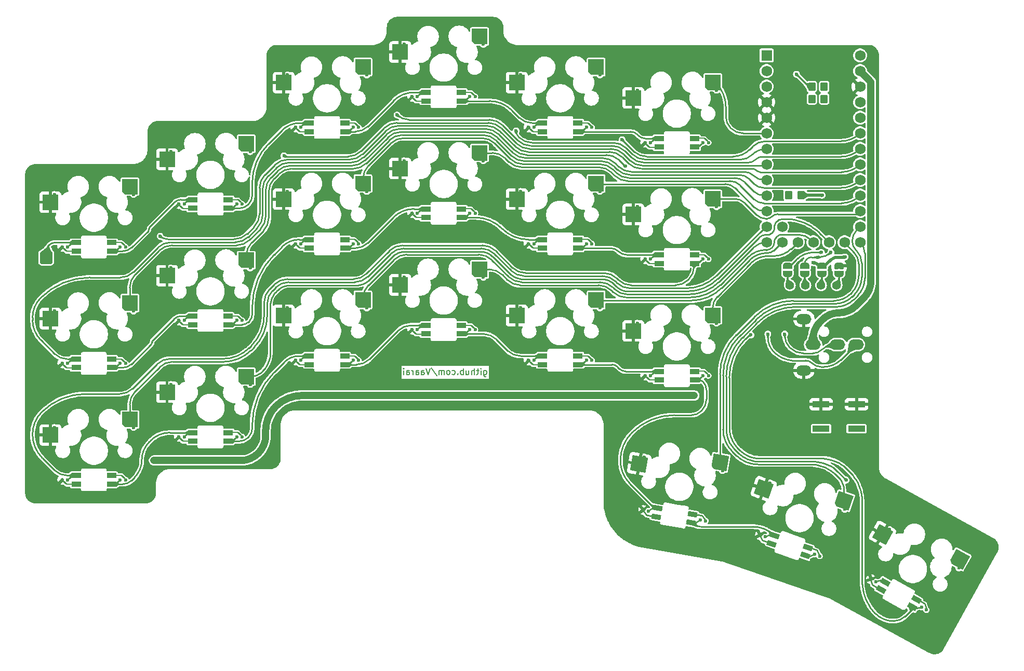
<source format=gbl>
G04 #@! TF.GenerationSoftware,KiCad,Pcbnew,8.0.1*
G04 #@! TF.CreationDate,2024-06-19T22:03:26+02:00*
G04 #@! TF.ProjectId,cornia,636f726e-6961-42e6-9b69-6361645f7063,rev?*
G04 #@! TF.SameCoordinates,Original*
G04 #@! TF.FileFunction,Copper,L2,Bot*
G04 #@! TF.FilePolarity,Positive*
%FSLAX46Y46*%
G04 Gerber Fmt 4.6, Leading zero omitted, Abs format (unit mm)*
G04 Created by KiCad (PCBNEW 8.0.1) date 2024-06-19 22:03:26*
%MOMM*%
%LPD*%
G01*
G04 APERTURE LIST*
G04 Aperture macros list*
%AMRoundRect*
0 Rectangle with rounded corners*
0 $1 Rounding radius*
0 $2 $3 $4 $5 $6 $7 $8 $9 X,Y pos of 4 corners*
0 Add a 4 corners polygon primitive as box body*
4,1,4,$2,$3,$4,$5,$6,$7,$8,$9,$2,$3,0*
0 Add four circle primitives for the rounded corners*
1,1,$1+$1,$2,$3*
1,1,$1+$1,$4,$5*
1,1,$1+$1,$6,$7*
1,1,$1+$1,$8,$9*
0 Add four rect primitives between the rounded corners*
20,1,$1+$1,$2,$3,$4,$5,0*
20,1,$1+$1,$4,$5,$6,$7,0*
20,1,$1+$1,$6,$7,$8,$9,0*
20,1,$1+$1,$8,$9,$2,$3,0*%
%AMRotRect*
0 Rectangle, with rotation*
0 The origin of the aperture is its center*
0 $1 length*
0 $2 width*
0 $3 Rotation angle, in degrees counterclockwise*
0 Add horizontal line*
21,1,$1,$2,0,0,$3*%
%AMOutline5P*
0 Free polygon, 5 corners , with rotation*
0 The origin of the aperture is its center*
0 number of corners: always 5*
0 $1 to $10 corner X, Y*
0 $11 Rotation angle, in degrees counterclockwise*
0 create outline with 5 corners*
4,1,5,$1,$2,$3,$4,$5,$6,$7,$8,$9,$10,$1,$2,$11*%
%AMOutline6P*
0 Free polygon, 6 corners , with rotation*
0 The origin of the aperture is its center*
0 number of corners: always 6*
0 $1 to $12 corner X, Y*
0 $13 Rotation angle, in degrees counterclockwise*
0 create outline with 6 corners*
4,1,6,$1,$2,$3,$4,$5,$6,$7,$8,$9,$10,$11,$12,$1,$2,$13*%
%AMOutline7P*
0 Free polygon, 7 corners , with rotation*
0 The origin of the aperture is its center*
0 number of corners: always 7*
0 $1 to $14 corner X, Y*
0 $15 Rotation angle, in degrees counterclockwise*
0 create outline with 7 corners*
4,1,7,$1,$2,$3,$4,$5,$6,$7,$8,$9,$10,$11,$12,$13,$14,$1,$2,$15*%
%AMOutline8P*
0 Free polygon, 8 corners , with rotation*
0 The origin of the aperture is its center*
0 number of corners: always 8*
0 $1 to $16 corner X, Y*
0 $17 Rotation angle, in degrees counterclockwise*
0 create outline with 8 corners*
4,1,8,$1,$2,$3,$4,$5,$6,$7,$8,$9,$10,$11,$12,$13,$14,$15,$16,$1,$2,$17*%
%AMFreePoly0*
4,1,19,0.500000,-0.750000,0.000000,-0.750000,0.000000,-0.744911,-0.071157,-0.744911,-0.207708,-0.704816,-0.327430,-0.627875,-0.420627,-0.520320,-0.479746,-0.390866,-0.500000,-0.250000,-0.500000,0.250000,-0.479746,0.390866,-0.420627,0.520320,-0.327430,0.627875,-0.207708,0.704816,-0.071157,0.744911,0.000000,0.744911,0.000000,0.750000,0.500000,0.750000,0.500000,-0.750000,0.500000,-0.750000,
$1*%
%AMFreePoly1*
4,1,19,0.000000,0.744911,0.071157,0.744911,0.207708,0.704816,0.327430,0.627875,0.420627,0.520320,0.479746,0.390866,0.500000,0.250000,0.500000,-0.250000,0.479746,-0.390866,0.420627,-0.520320,0.327430,-0.627875,0.207708,-0.704816,0.071157,-0.744911,0.000000,-0.744911,0.000000,-0.750000,-0.500000,-0.750000,-0.500000,0.750000,0.000000,0.750000,0.000000,0.744911,0.000000,0.744911,
$1*%
G04 Aperture macros list end*
%ADD10C,0.160000*%
G04 #@! TA.AperFunction,NonConductor*
%ADD11C,0.160000*%
G04 #@! TD*
G04 #@! TA.AperFunction,SMDPad,CuDef*
%ADD12Outline5P,-1.275000X1.250000X0.825000X1.250000X1.275000X0.800000X1.275000X-1.250000X-1.275000X-1.250000X180.000000*%
G04 #@! TD*
G04 #@! TA.AperFunction,ComponentPad*
%ADD13C,0.600000*%
G04 #@! TD*
G04 #@! TA.AperFunction,SMDPad,CuDef*
%ADD14R,2.550000X2.500000*%
G04 #@! TD*
G04 #@! TA.AperFunction,SMDPad,CuDef*
%ADD15R,1.540000X0.825000*%
G04 #@! TD*
G04 #@! TA.AperFunction,SMDPad,CuDef*
%ADD16RoundRect,0.062500X-0.237892X-0.312202X0.323985X0.221577X0.237892X0.312202X-0.323985X-0.221577X0*%
G04 #@! TD*
G04 #@! TA.AperFunction,SMDPad,CuDef*
%ADD17RoundRect,0.062500X0.450000X0.062500X-0.450000X0.062500X-0.450000X-0.062500X0.450000X-0.062500X0*%
G04 #@! TD*
G04 #@! TA.AperFunction,SMDPad,CuDef*
%ADD18RoundRect,0.062500X0.323985X-0.221577X-0.237892X0.312202X-0.323985X0.221577X0.237892X-0.312202X0*%
G04 #@! TD*
G04 #@! TA.AperFunction,SMDPad,CuDef*
%ADD19RoundRect,0.062500X0.237892X0.312202X-0.323985X-0.221577X-0.237892X-0.312202X0.323985X0.221577X0*%
G04 #@! TD*
G04 #@! TA.AperFunction,SMDPad,CuDef*
%ADD20R,1.540000X0.822500*%
G04 #@! TD*
G04 #@! TA.AperFunction,SMDPad,CuDef*
%ADD21RoundRect,0.062500X-0.323985X0.221577X0.237892X-0.312202X0.323985X-0.221577X-0.237892X0.312202X0*%
G04 #@! TD*
G04 #@! TA.AperFunction,SMDPad,CuDef*
%ADD22RoundRect,0.062500X-0.450000X-0.062500X0.450000X-0.062500X0.450000X0.062500X-0.450000X0.062500X0*%
G04 #@! TD*
G04 #@! TA.AperFunction,SMDPad,CuDef*
%ADD23RotRect,1.540000X0.825000X330.970000*%
G04 #@! TD*
G04 #@! TA.AperFunction,SMDPad,CuDef*
%ADD24RoundRect,0.062500X-0.359506X-0.157538X0.390805X0.036520X0.359506X0.157538X-0.390805X-0.036520X0*%
G04 #@! TD*
G04 #@! TA.AperFunction,SMDPad,CuDef*
%ADD25RoundRect,0.062500X0.423794X-0.163723X-0.363135X0.273018X-0.423794X0.163723X0.363135X-0.273018X0*%
G04 #@! TD*
G04 #@! TA.AperFunction,SMDPad,CuDef*
%ADD26RoundRect,0.062500X0.175757X-0.350959X-0.056503X0.388420X-0.175757X0.350959X0.056503X-0.388420X0*%
G04 #@! TD*
G04 #@! TA.AperFunction,SMDPad,CuDef*
%ADD27RoundRect,0.062500X0.359506X0.157538X-0.390805X-0.036520X-0.359506X-0.157538X0.390805X0.036520X0*%
G04 #@! TD*
G04 #@! TA.AperFunction,SMDPad,CuDef*
%ADD28RotRect,1.540000X0.822500X330.970000*%
G04 #@! TD*
G04 #@! TA.AperFunction,SMDPad,CuDef*
%ADD29RoundRect,0.062500X-0.175757X0.350959X0.056503X-0.388420X0.175757X-0.350959X-0.056503X0.388420X0*%
G04 #@! TD*
G04 #@! TA.AperFunction,SMDPad,CuDef*
%ADD30RoundRect,0.062500X-0.423794X0.163723X0.363135X-0.273018X0.423794X-0.163723X-0.363135X0.273018X0*%
G04 #@! TD*
G04 #@! TA.AperFunction,SMDPad,CuDef*
%ADD31Outline5P,-1.275000X1.250000X0.825000X1.250000X1.275000X0.800000X1.275000X-1.250000X-1.275000X-1.250000X150.970000*%
G04 #@! TD*
G04 #@! TA.AperFunction,SMDPad,CuDef*
%ADD32RotRect,2.550000X2.500000X150.970000*%
G04 #@! TD*
G04 #@! TA.AperFunction,ComponentPad*
%ADD33RoundRect,0.400000X-0.650000X-0.650000X0.650000X-0.650000X0.650000X0.650000X-0.650000X0.650000X0*%
G04 #@! TD*
G04 #@! TA.AperFunction,SMDPad,CuDef*
%ADD34RotRect,1.540000X0.825000X350.170000*%
G04 #@! TD*
G04 #@! TA.AperFunction,SMDPad,CuDef*
%ADD35RoundRect,0.062500X-0.287700X-0.267004X0.357057X0.163011X0.287700X0.267004X-0.357057X-0.163011X0*%
G04 #@! TD*
G04 #@! TA.AperFunction,SMDPad,CuDef*
%ADD36RoundRect,0.062500X0.454064X-0.015244X-0.432723X0.138409X-0.454064X0.015244X0.432723X-0.138409X0*%
G04 #@! TD*
G04 #@! TA.AperFunction,SMDPad,CuDef*
%ADD37RoundRect,0.062500X0.281400X-0.273636X-0.181098X0.348233X-0.281400X0.273636X0.181098X-0.348233X0*%
G04 #@! TD*
G04 #@! TA.AperFunction,SMDPad,CuDef*
%ADD38RoundRect,0.062500X0.287700X0.267004X-0.357057X-0.163011X-0.287700X-0.267004X0.357057X0.163011X0*%
G04 #@! TD*
G04 #@! TA.AperFunction,SMDPad,CuDef*
%ADD39RotRect,1.540000X0.822500X350.170000*%
G04 #@! TD*
G04 #@! TA.AperFunction,SMDPad,CuDef*
%ADD40RoundRect,0.062500X-0.281400X0.273636X0.181098X-0.348233X0.281400X-0.273636X-0.181098X0.348233X0*%
G04 #@! TD*
G04 #@! TA.AperFunction,SMDPad,CuDef*
%ADD41RoundRect,0.062500X-0.454064X0.015244X0.432723X-0.138409X0.454064X-0.015244X-0.432723X0.138409X0*%
G04 #@! TD*
G04 #@! TA.AperFunction,SMDPad,CuDef*
%ADD42Outline5P,-1.275000X1.250000X0.825000X1.250000X1.275000X0.800000X1.275000X-1.250000X-1.275000X-1.250000X160.570000*%
G04 #@! TD*
G04 #@! TA.AperFunction,SMDPad,CuDef*
%ADD43RotRect,2.550000X2.500000X160.570000*%
G04 #@! TD*
G04 #@! TA.AperFunction,ComponentPad*
%ADD44C,1.400000*%
G04 #@! TD*
G04 #@! TA.AperFunction,ComponentPad*
%ADD45O,2.500000X1.700000*%
G04 #@! TD*
G04 #@! TA.AperFunction,SMDPad,CuDef*
%ADD46RotRect,1.540000X0.825000X340.570000*%
G04 #@! TD*
G04 #@! TA.AperFunction,SMDPad,CuDef*
%ADD47RoundRect,0.062500X-0.328199X-0.215286X0.379242X0.101183X0.328199X0.215286X-0.379242X-0.101183X0*%
G04 #@! TD*
G04 #@! TA.AperFunction,SMDPad,CuDef*
%ADD48RoundRect,0.062500X0.445163X-0.090754X-0.403581X0.208635X-0.445163X0.090754X0.403581X-0.208635X0*%
G04 #@! TD*
G04 #@! TA.AperFunction,SMDPad,CuDef*
%ADD49RoundRect,0.062500X0.231825X-0.316733X-0.120488X0.373558X-0.231825X0.316733X0.120488X-0.373558X0*%
G04 #@! TD*
G04 #@! TA.AperFunction,SMDPad,CuDef*
%ADD50RoundRect,0.062500X0.328199X0.215286X-0.379242X-0.101183X-0.328199X-0.215286X0.379242X0.101183X0*%
G04 #@! TD*
G04 #@! TA.AperFunction,SMDPad,CuDef*
%ADD51RotRect,1.540000X0.822500X340.570000*%
G04 #@! TD*
G04 #@! TA.AperFunction,SMDPad,CuDef*
%ADD52RoundRect,0.062500X-0.231825X0.316733X0.120488X-0.373558X0.231825X-0.316733X-0.120488X0.373558X0*%
G04 #@! TD*
G04 #@! TA.AperFunction,SMDPad,CuDef*
%ADD53RoundRect,0.062500X-0.445163X0.090754X0.403581X-0.208635X0.445163X-0.090754X-0.403581X0.208635X0*%
G04 #@! TD*
G04 #@! TA.AperFunction,SMDPad,CuDef*
%ADD54Outline5P,-1.275000X1.250000X0.825000X1.250000X1.275000X0.800000X1.275000X-1.250000X-1.275000X-1.250000X170.171000*%
G04 #@! TD*
G04 #@! TA.AperFunction,SMDPad,CuDef*
%ADD55RotRect,2.550000X2.500000X170.171000*%
G04 #@! TD*
G04 #@! TA.AperFunction,ComponentPad*
%ADD56R,1.752600X1.752600*%
G04 #@! TD*
G04 #@! TA.AperFunction,ComponentPad*
%ADD57C,1.752600*%
G04 #@! TD*
G04 #@! TA.AperFunction,SMDPad,CuDef*
%ADD58FreePoly0,270.000000*%
G04 #@! TD*
G04 #@! TA.AperFunction,SMDPad,CuDef*
%ADD59FreePoly1,270.000000*%
G04 #@! TD*
G04 #@! TA.AperFunction,SMDPad,CuDef*
%ADD60RoundRect,0.250000X0.350000X0.450000X-0.350000X0.450000X-0.350000X-0.450000X0.350000X-0.450000X0*%
G04 #@! TD*
G04 #@! TA.AperFunction,SMDPad,CuDef*
%ADD61R,2.800000X1.000000*%
G04 #@! TD*
G04 #@! TA.AperFunction,ViaPad*
%ADD62C,0.600000*%
G04 #@! TD*
G04 #@! TA.AperFunction,ViaPad*
%ADD63C,1.000000*%
G04 #@! TD*
G04 #@! TA.AperFunction,Conductor*
%ADD64C,0.250000*%
G04 #@! TD*
G04 #@! TA.AperFunction,Conductor*
%ADD65C,0.500000*%
G04 #@! TD*
G04 #@! TA.AperFunction,Conductor*
%ADD66C,1.200000*%
G04 #@! TD*
G04 APERTURE END LIST*
D10*
D11*
X93709523Y-79587632D02*
X93709523Y-80397156D01*
X93709523Y-80397156D02*
X93757142Y-80492394D01*
X93757142Y-80492394D02*
X93804761Y-80540013D01*
X93804761Y-80540013D02*
X93899999Y-80587632D01*
X93899999Y-80587632D02*
X94042856Y-80587632D01*
X94042856Y-80587632D02*
X94138094Y-80540013D01*
X93709523Y-80206680D02*
X93804761Y-80254299D01*
X93804761Y-80254299D02*
X93995237Y-80254299D01*
X93995237Y-80254299D02*
X94090475Y-80206680D01*
X94090475Y-80206680D02*
X94138094Y-80159060D01*
X94138094Y-80159060D02*
X94185713Y-80063822D01*
X94185713Y-80063822D02*
X94185713Y-79778108D01*
X94185713Y-79778108D02*
X94138094Y-79682870D01*
X94138094Y-79682870D02*
X94090475Y-79635251D01*
X94090475Y-79635251D02*
X93995237Y-79587632D01*
X93995237Y-79587632D02*
X93804761Y-79587632D01*
X93804761Y-79587632D02*
X93709523Y-79635251D01*
X93233332Y-80254299D02*
X93233332Y-79587632D01*
X93233332Y-79254299D02*
X93280951Y-79301918D01*
X93280951Y-79301918D02*
X93233332Y-79349537D01*
X93233332Y-79349537D02*
X93185713Y-79301918D01*
X93185713Y-79301918D02*
X93233332Y-79254299D01*
X93233332Y-79254299D02*
X93233332Y-79349537D01*
X92899999Y-79587632D02*
X92519047Y-79587632D01*
X92757142Y-79254299D02*
X92757142Y-80111441D01*
X92757142Y-80111441D02*
X92709523Y-80206680D01*
X92709523Y-80206680D02*
X92614285Y-80254299D01*
X92614285Y-80254299D02*
X92519047Y-80254299D01*
X92185713Y-80254299D02*
X92185713Y-79254299D01*
X91757142Y-80254299D02*
X91757142Y-79730489D01*
X91757142Y-79730489D02*
X91804761Y-79635251D01*
X91804761Y-79635251D02*
X91899999Y-79587632D01*
X91899999Y-79587632D02*
X92042856Y-79587632D01*
X92042856Y-79587632D02*
X92138094Y-79635251D01*
X92138094Y-79635251D02*
X92185713Y-79682870D01*
X90852380Y-79587632D02*
X90852380Y-80254299D01*
X91280951Y-79587632D02*
X91280951Y-80111441D01*
X91280951Y-80111441D02*
X91233332Y-80206680D01*
X91233332Y-80206680D02*
X91138094Y-80254299D01*
X91138094Y-80254299D02*
X90995237Y-80254299D01*
X90995237Y-80254299D02*
X90899999Y-80206680D01*
X90899999Y-80206680D02*
X90852380Y-80159060D01*
X90376189Y-80254299D02*
X90376189Y-79254299D01*
X90376189Y-79635251D02*
X90280951Y-79587632D01*
X90280951Y-79587632D02*
X90090475Y-79587632D01*
X90090475Y-79587632D02*
X89995237Y-79635251D01*
X89995237Y-79635251D02*
X89947618Y-79682870D01*
X89947618Y-79682870D02*
X89899999Y-79778108D01*
X89899999Y-79778108D02*
X89899999Y-80063822D01*
X89899999Y-80063822D02*
X89947618Y-80159060D01*
X89947618Y-80159060D02*
X89995237Y-80206680D01*
X89995237Y-80206680D02*
X90090475Y-80254299D01*
X90090475Y-80254299D02*
X90280951Y-80254299D01*
X90280951Y-80254299D02*
X90376189Y-80206680D01*
X89471427Y-80159060D02*
X89423808Y-80206680D01*
X89423808Y-80206680D02*
X89471427Y-80254299D01*
X89471427Y-80254299D02*
X89519046Y-80206680D01*
X89519046Y-80206680D02*
X89471427Y-80159060D01*
X89471427Y-80159060D02*
X89471427Y-80254299D01*
X88566666Y-80206680D02*
X88661904Y-80254299D01*
X88661904Y-80254299D02*
X88852380Y-80254299D01*
X88852380Y-80254299D02*
X88947618Y-80206680D01*
X88947618Y-80206680D02*
X88995237Y-80159060D01*
X88995237Y-80159060D02*
X89042856Y-80063822D01*
X89042856Y-80063822D02*
X89042856Y-79778108D01*
X89042856Y-79778108D02*
X88995237Y-79682870D01*
X88995237Y-79682870D02*
X88947618Y-79635251D01*
X88947618Y-79635251D02*
X88852380Y-79587632D01*
X88852380Y-79587632D02*
X88661904Y-79587632D01*
X88661904Y-79587632D02*
X88566666Y-79635251D01*
X87995237Y-80254299D02*
X88090475Y-80206680D01*
X88090475Y-80206680D02*
X88138094Y-80159060D01*
X88138094Y-80159060D02*
X88185713Y-80063822D01*
X88185713Y-80063822D02*
X88185713Y-79778108D01*
X88185713Y-79778108D02*
X88138094Y-79682870D01*
X88138094Y-79682870D02*
X88090475Y-79635251D01*
X88090475Y-79635251D02*
X87995237Y-79587632D01*
X87995237Y-79587632D02*
X87852380Y-79587632D01*
X87852380Y-79587632D02*
X87757142Y-79635251D01*
X87757142Y-79635251D02*
X87709523Y-79682870D01*
X87709523Y-79682870D02*
X87661904Y-79778108D01*
X87661904Y-79778108D02*
X87661904Y-80063822D01*
X87661904Y-80063822D02*
X87709523Y-80159060D01*
X87709523Y-80159060D02*
X87757142Y-80206680D01*
X87757142Y-80206680D02*
X87852380Y-80254299D01*
X87852380Y-80254299D02*
X87995237Y-80254299D01*
X87233332Y-80254299D02*
X87233332Y-79587632D01*
X87233332Y-79682870D02*
X87185713Y-79635251D01*
X87185713Y-79635251D02*
X87090475Y-79587632D01*
X87090475Y-79587632D02*
X86947618Y-79587632D01*
X86947618Y-79587632D02*
X86852380Y-79635251D01*
X86852380Y-79635251D02*
X86804761Y-79730489D01*
X86804761Y-79730489D02*
X86804761Y-80254299D01*
X86804761Y-79730489D02*
X86757142Y-79635251D01*
X86757142Y-79635251D02*
X86661904Y-79587632D01*
X86661904Y-79587632D02*
X86519047Y-79587632D01*
X86519047Y-79587632D02*
X86423808Y-79635251D01*
X86423808Y-79635251D02*
X86376189Y-79730489D01*
X86376189Y-79730489D02*
X86376189Y-80254299D01*
X85185714Y-79206680D02*
X86042856Y-80492394D01*
X84995237Y-79254299D02*
X84661904Y-80254299D01*
X84661904Y-80254299D02*
X84328571Y-79254299D01*
X83566666Y-80254299D02*
X83566666Y-79730489D01*
X83566666Y-79730489D02*
X83614285Y-79635251D01*
X83614285Y-79635251D02*
X83709523Y-79587632D01*
X83709523Y-79587632D02*
X83899999Y-79587632D01*
X83899999Y-79587632D02*
X83995237Y-79635251D01*
X83566666Y-80206680D02*
X83661904Y-80254299D01*
X83661904Y-80254299D02*
X83899999Y-80254299D01*
X83899999Y-80254299D02*
X83995237Y-80206680D01*
X83995237Y-80206680D02*
X84042856Y-80111441D01*
X84042856Y-80111441D02*
X84042856Y-80016203D01*
X84042856Y-80016203D02*
X83995237Y-79920965D01*
X83995237Y-79920965D02*
X83899999Y-79873346D01*
X83899999Y-79873346D02*
X83661904Y-79873346D01*
X83661904Y-79873346D02*
X83566666Y-79825727D01*
X82661904Y-80254299D02*
X82661904Y-79730489D01*
X82661904Y-79730489D02*
X82709523Y-79635251D01*
X82709523Y-79635251D02*
X82804761Y-79587632D01*
X82804761Y-79587632D02*
X82995237Y-79587632D01*
X82995237Y-79587632D02*
X83090475Y-79635251D01*
X82661904Y-80206680D02*
X82757142Y-80254299D01*
X82757142Y-80254299D02*
X82995237Y-80254299D01*
X82995237Y-80254299D02*
X83090475Y-80206680D01*
X83090475Y-80206680D02*
X83138094Y-80111441D01*
X83138094Y-80111441D02*
X83138094Y-80016203D01*
X83138094Y-80016203D02*
X83090475Y-79920965D01*
X83090475Y-79920965D02*
X82995237Y-79873346D01*
X82995237Y-79873346D02*
X82757142Y-79873346D01*
X82757142Y-79873346D02*
X82661904Y-79825727D01*
X82185713Y-80254299D02*
X82185713Y-79587632D01*
X82185713Y-79778108D02*
X82138094Y-79682870D01*
X82138094Y-79682870D02*
X82090475Y-79635251D01*
X82090475Y-79635251D02*
X81995237Y-79587632D01*
X81995237Y-79587632D02*
X81899999Y-79587632D01*
X81138094Y-80254299D02*
X81138094Y-79730489D01*
X81138094Y-79730489D02*
X81185713Y-79635251D01*
X81185713Y-79635251D02*
X81280951Y-79587632D01*
X81280951Y-79587632D02*
X81471427Y-79587632D01*
X81471427Y-79587632D02*
X81566665Y-79635251D01*
X81138094Y-80206680D02*
X81233332Y-80254299D01*
X81233332Y-80254299D02*
X81471427Y-80254299D01*
X81471427Y-80254299D02*
X81566665Y-80206680D01*
X81566665Y-80206680D02*
X81614284Y-80111441D01*
X81614284Y-80111441D02*
X81614284Y-80016203D01*
X81614284Y-80016203D02*
X81566665Y-79920965D01*
X81566665Y-79920965D02*
X81471427Y-79873346D01*
X81471427Y-79873346D02*
X81233332Y-79873346D01*
X81233332Y-79873346D02*
X81138094Y-79825727D01*
X80661903Y-80254299D02*
X80661903Y-79587632D01*
X80661903Y-79254299D02*
X80709522Y-79301918D01*
X80709522Y-79301918D02*
X80661903Y-79349537D01*
X80661903Y-79349537D02*
X80614284Y-79301918D01*
X80614284Y-79301918D02*
X80661903Y-79254299D01*
X80661903Y-79254299D02*
X80661903Y-79349537D01*
D12*
X36020600Y-87598750D03*
D13*
X36643600Y-88888750D03*
D14*
X23093600Y-90138750D03*
D13*
X23718600Y-88888750D03*
D12*
X131020600Y-70598750D03*
D13*
X131643600Y-71888750D03*
D14*
X118093600Y-73138750D03*
D13*
X118718600Y-71888750D03*
D15*
X27288600Y-77738750D03*
D16*
X26356100Y-78013750D03*
D13*
X25893600Y-78438750D03*
D15*
X27288600Y-79138750D03*
D17*
X26131100Y-79163750D03*
D18*
X25443600Y-78913750D03*
D13*
X25018600Y-78438750D03*
X34443600Y-78438750D03*
D19*
X34018600Y-78863750D03*
D20*
X33048600Y-79140000D03*
D13*
X35318600Y-78438750D03*
D21*
X34931100Y-77963750D03*
D22*
X34243600Y-77713750D03*
D15*
X33048600Y-77738750D03*
D12*
X36020600Y-68598750D03*
D13*
X36643600Y-69888750D03*
D14*
X23093600Y-71138750D03*
D13*
X23718600Y-69888750D03*
D23*
X159155093Y-114142361D03*
D24*
X158206298Y-113930299D03*
D13*
X157595665Y-114077468D03*
D23*
X158475718Y-115366473D03*
D25*
X157451508Y-114826635D03*
D26*
X156971699Y-114274422D03*
D13*
X156830595Y-113652859D03*
X165071493Y-118226506D03*
D27*
X164493648Y-118391872D03*
D28*
X163511458Y-118162706D03*
D13*
X165836563Y-118651115D03*
D29*
X165728248Y-118047750D03*
D30*
X165248438Y-117495537D03*
D23*
X164191440Y-116937501D03*
D15*
X46288600Y-51738750D03*
D16*
X45356100Y-52013750D03*
D13*
X44893600Y-52438750D03*
D15*
X46288600Y-53138750D03*
D17*
X45131100Y-53163750D03*
D18*
X44443600Y-52913750D03*
D13*
X44018600Y-52438750D03*
X53443600Y-52438750D03*
D19*
X53018600Y-52863750D03*
D20*
X52048600Y-53140000D03*
D13*
X54318600Y-52438750D03*
D21*
X53931100Y-51963750D03*
D22*
X53243600Y-51713750D03*
D15*
X52048600Y-51738750D03*
D31*
X171225400Y-110388014D03*
D13*
X171144135Y-111818267D03*
D32*
X158689895Y-106335850D03*
D13*
X159842957Y-105546185D03*
D15*
X103288600Y-77238750D03*
D16*
X102356100Y-77513750D03*
D13*
X101893600Y-77938750D03*
D15*
X103288600Y-78638750D03*
D17*
X102131100Y-78663750D03*
D18*
X101443600Y-78413750D03*
D13*
X101018600Y-77938750D03*
X110443600Y-77938750D03*
D19*
X110018600Y-78363750D03*
D20*
X109048600Y-78640000D03*
D13*
X111318600Y-77938750D03*
D21*
X110931100Y-77463750D03*
D22*
X110243600Y-77213750D03*
D15*
X109048600Y-77238750D03*
D33*
X22400000Y-61200000D03*
D15*
X84288600Y-72238750D03*
D16*
X83356100Y-72513750D03*
D13*
X82893600Y-72938750D03*
D15*
X84288600Y-73638750D03*
D17*
X83131100Y-73663750D03*
D18*
X82443600Y-73413750D03*
D13*
X82018600Y-72938750D03*
X91443600Y-72938750D03*
D19*
X91018600Y-73363750D03*
D20*
X90048600Y-73640000D03*
D13*
X92318600Y-72938750D03*
D21*
X91931100Y-72463750D03*
D22*
X91243600Y-72213750D03*
D15*
X90048600Y-72238750D03*
X122288600Y-41738750D03*
D16*
X121356100Y-42013750D03*
D13*
X120893600Y-42438750D03*
D15*
X122288600Y-43138750D03*
D17*
X121131100Y-43163750D03*
D18*
X120443600Y-42913750D03*
D13*
X120018600Y-42438750D03*
X129443600Y-42438750D03*
D19*
X129018600Y-42863750D03*
D20*
X128048600Y-43140000D03*
D13*
X130318600Y-42438750D03*
D21*
X129931100Y-41963750D03*
D22*
X129243600Y-41713750D03*
D15*
X128048600Y-41738750D03*
D34*
X122049444Y-102077602D03*
D35*
X121083685Y-102189363D03*
D13*
X120555417Y-102529163D03*
D34*
X121810429Y-103457048D03*
D36*
X120665654Y-103284066D03*
D37*
X120030929Y-102920363D03*
D13*
X119693263Y-102379778D03*
X128979891Y-103988865D03*
D38*
X128488571Y-104335067D03*
D39*
X127485650Y-104441658D03*
D13*
X129842045Y-104138250D03*
D40*
X129541329Y-103604068D03*
D41*
X128906603Y-103240364D03*
D34*
X127724879Y-103060980D03*
D12*
X93020600Y-25098750D03*
D13*
X93643600Y-26388750D03*
D14*
X80093600Y-27638750D03*
D13*
X80718600Y-26388750D03*
D15*
X65288600Y-58238750D03*
D16*
X64356100Y-58513750D03*
D13*
X63893600Y-58938750D03*
D15*
X65288600Y-59638750D03*
D17*
X64131100Y-59663750D03*
D18*
X63443600Y-59413750D03*
D13*
X63018600Y-58938750D03*
X72443600Y-58938750D03*
D19*
X72018600Y-59363750D03*
D20*
X71048600Y-59640000D03*
D13*
X73318600Y-58938750D03*
D21*
X72931100Y-58463750D03*
D22*
X72243600Y-58213750D03*
D15*
X71048600Y-58238750D03*
D42*
X152380534Y-100835329D03*
D13*
X152538929Y-102259106D03*
D43*
X139344801Y-98930442D03*
D13*
X140350025Y-97959541D03*
D12*
X74020600Y-30098750D03*
D13*
X74643600Y-31388750D03*
D14*
X61093600Y-32638750D03*
D13*
X61718600Y-31388750D03*
D12*
X93020600Y-63098750D03*
D13*
X93643600Y-64388750D03*
D14*
X80093600Y-65638750D03*
D13*
X80718600Y-64388750D03*
D44*
X143588600Y-65708750D03*
X146128600Y-65708750D03*
X148668600Y-65708750D03*
X151208600Y-65708750D03*
D12*
X55020600Y-80598750D03*
D13*
X55643600Y-81888750D03*
D14*
X42093600Y-83138750D03*
D13*
X42718600Y-81888750D03*
D45*
X147368600Y-75388750D03*
X151368600Y-75388750D03*
X154368600Y-75388750D03*
X145868600Y-71188750D03*
X145868600Y-79588750D03*
D15*
X84288600Y-53238750D03*
D16*
X83356100Y-53513750D03*
D13*
X82893600Y-53938750D03*
D15*
X84288600Y-54638750D03*
D17*
X83131100Y-54663750D03*
D18*
X82443600Y-54413750D03*
D13*
X82018600Y-53938750D03*
X91443600Y-53938750D03*
D19*
X91018600Y-54363750D03*
D20*
X90048600Y-54640000D03*
D13*
X92318600Y-53938750D03*
D21*
X91931100Y-53463750D03*
D22*
X91243600Y-53213750D03*
D15*
X90048600Y-53238750D03*
D12*
X131020600Y-32598750D03*
D13*
X131643600Y-33888750D03*
D14*
X118093600Y-35138750D03*
D13*
X118718600Y-33888750D03*
D15*
X122288600Y-79738750D03*
D16*
X121356100Y-80013750D03*
D13*
X120893600Y-80438750D03*
D15*
X122288600Y-81138750D03*
D17*
X121131100Y-81163750D03*
D18*
X120443600Y-80913750D03*
D13*
X120018600Y-80438750D03*
X129443600Y-80438750D03*
D19*
X129018600Y-80863750D03*
D20*
X128048600Y-81140000D03*
D13*
X130318600Y-80438750D03*
D21*
X129931100Y-79963750D03*
D22*
X129243600Y-79713750D03*
D15*
X128048600Y-79738750D03*
D46*
X141105367Y-106550051D03*
D47*
X140134495Y-106499188D03*
D13*
X139556956Y-106746131D03*
D46*
X140639651Y-107870319D03*
D48*
X139539755Y-107508847D03*
D49*
X138974573Y-107044384D03*
D13*
X138731789Y-106455058D03*
X147620022Y-109590331D03*
D50*
X147077848Y-109849748D03*
D51*
X146071195Y-109787590D03*
D13*
X148445189Y-109881404D03*
D52*
X148237769Y-109304552D03*
D53*
X147672587Y-108840090D03*
D46*
X146537327Y-108466143D03*
D15*
X65288600Y-77238750D03*
D16*
X64356100Y-77513750D03*
D13*
X63893600Y-77938750D03*
D15*
X65288600Y-78638750D03*
D17*
X64131100Y-78663750D03*
D18*
X63443600Y-78413750D03*
D13*
X63018600Y-77938750D03*
X72443600Y-77938750D03*
D19*
X72018600Y-78363750D03*
D20*
X71048600Y-78640000D03*
D13*
X73318600Y-77938750D03*
D21*
X72931100Y-77463750D03*
D22*
X72243600Y-77213750D03*
D15*
X71048600Y-77238750D03*
D12*
X74020600Y-49098750D03*
D13*
X74643600Y-50388750D03*
D14*
X61093600Y-51638750D03*
D13*
X61718600Y-50388750D03*
D12*
X112020600Y-68098750D03*
D13*
X112643600Y-69388750D03*
D14*
X99093600Y-70638750D03*
D13*
X99718600Y-69388750D03*
D15*
X65288600Y-39238750D03*
D16*
X64356100Y-39513750D03*
D13*
X63893600Y-39938750D03*
D15*
X65288600Y-40638750D03*
D17*
X64131100Y-40663750D03*
D18*
X63443600Y-40413750D03*
D13*
X63018600Y-39938750D03*
X72443600Y-39938750D03*
D19*
X72018600Y-40363750D03*
D20*
X71048600Y-40640000D03*
D13*
X73318600Y-39938750D03*
D21*
X72931100Y-39463750D03*
D22*
X72243600Y-39213750D03*
D15*
X71048600Y-39238750D03*
D12*
X112020600Y-30098750D03*
D13*
X112643600Y-31388750D03*
D14*
X99093600Y-32638750D03*
D13*
X99718600Y-31388750D03*
D54*
X132213607Y-94562448D03*
D13*
X132607249Y-95939864D03*
D55*
X119042756Y-94858419D03*
D13*
X119871967Y-93733460D03*
D12*
X131020600Y-51598750D03*
D13*
X131643600Y-52888750D03*
D14*
X118093600Y-54138750D03*
D13*
X118718600Y-52888750D03*
D12*
X36020600Y-49598750D03*
D13*
X36643600Y-50888750D03*
D14*
X23093600Y-52138750D03*
D13*
X23718600Y-50888750D03*
D15*
X103288600Y-58238750D03*
D16*
X102356100Y-58513750D03*
D13*
X101893600Y-58938750D03*
D15*
X103288600Y-59638750D03*
D17*
X102131100Y-59663750D03*
D18*
X101443600Y-59413750D03*
D13*
X101018600Y-58938750D03*
X110443600Y-58938750D03*
D19*
X110018600Y-59363750D03*
D20*
X109048600Y-59640000D03*
D13*
X111318600Y-58938750D03*
D21*
X110931100Y-58463750D03*
D22*
X110243600Y-58213750D03*
D15*
X109048600Y-58238750D03*
D12*
X55020600Y-61598750D03*
D13*
X55643600Y-62888750D03*
D14*
X42093600Y-64138750D03*
D13*
X42718600Y-62888750D03*
D15*
X103288600Y-39238750D03*
D16*
X102356100Y-39513750D03*
D13*
X101893600Y-39938750D03*
D15*
X103288600Y-40638750D03*
D17*
X102131100Y-40663750D03*
D18*
X101443600Y-40413750D03*
D13*
X101018600Y-39938750D03*
X110443600Y-39938750D03*
D19*
X110018600Y-40363750D03*
D20*
X109048600Y-40640000D03*
D13*
X111318600Y-39938750D03*
D21*
X110931100Y-39463750D03*
D22*
X110243600Y-39213750D03*
D15*
X109048600Y-39238750D03*
X122288600Y-60738750D03*
D16*
X121356100Y-61013750D03*
D13*
X120893600Y-61438750D03*
D15*
X122288600Y-62138750D03*
D17*
X121131100Y-62163750D03*
D18*
X120443600Y-61913750D03*
D13*
X120018600Y-61438750D03*
X129443600Y-61438750D03*
D19*
X129018600Y-61863750D03*
D20*
X128048600Y-62140000D03*
D13*
X130318600Y-61438750D03*
D21*
X129931100Y-60963750D03*
D22*
X129243600Y-60713750D03*
D15*
X128048600Y-60738750D03*
D12*
X55020600Y-42598750D03*
D13*
X55643600Y-43888750D03*
D14*
X42093600Y-45138750D03*
D13*
X42718600Y-43888750D03*
D15*
X27288600Y-96738750D03*
D16*
X26356100Y-97013750D03*
D13*
X25893600Y-97438750D03*
D15*
X27288600Y-98138750D03*
D17*
X26131100Y-98163750D03*
D18*
X25443600Y-97913750D03*
D13*
X25018600Y-97438750D03*
X34443600Y-97438750D03*
D19*
X34018600Y-97863750D03*
D20*
X33048600Y-98140000D03*
D13*
X35318600Y-97438750D03*
D21*
X34931100Y-96963750D03*
D22*
X34243600Y-96713750D03*
D15*
X33048600Y-96738750D03*
X46288600Y-89738750D03*
D16*
X45356100Y-90013750D03*
D13*
X44893600Y-90438750D03*
D15*
X46288600Y-91138750D03*
D17*
X45131100Y-91163750D03*
D18*
X44443600Y-90913750D03*
D13*
X44018600Y-90438750D03*
X53443600Y-90438750D03*
D19*
X53018600Y-90863750D03*
D20*
X52048600Y-91140000D03*
D13*
X54318600Y-90438750D03*
D21*
X53931100Y-89963750D03*
D22*
X53243600Y-89713750D03*
D15*
X52048600Y-89738750D03*
X46288600Y-70738750D03*
D16*
X45356100Y-71013750D03*
D13*
X44893600Y-71438750D03*
D15*
X46288600Y-72138750D03*
D17*
X45131100Y-72163750D03*
D18*
X44443600Y-71913750D03*
D13*
X44018600Y-71438750D03*
X53443600Y-71438750D03*
D19*
X53018600Y-71863750D03*
D20*
X52048600Y-72140000D03*
D13*
X54318600Y-71438750D03*
D21*
X53931100Y-70963750D03*
D22*
X53243600Y-70713750D03*
D15*
X52048600Y-70738750D03*
D12*
X74020600Y-68098750D03*
D13*
X74643600Y-69388750D03*
D14*
X61093600Y-70638750D03*
D13*
X61718600Y-69388750D03*
D15*
X27288600Y-58738750D03*
D16*
X26356100Y-59013750D03*
D13*
X25893600Y-59438750D03*
D15*
X27288600Y-60138750D03*
D17*
X26131100Y-60163750D03*
D18*
X25443600Y-59913750D03*
D13*
X25018600Y-59438750D03*
X34443600Y-59438750D03*
D19*
X34018600Y-59863750D03*
D20*
X33048600Y-60140000D03*
D13*
X35318600Y-59438750D03*
D21*
X34931100Y-58963750D03*
D22*
X34243600Y-58713750D03*
D15*
X33048600Y-58738750D03*
D56*
X139798600Y-28198650D03*
D57*
X139798600Y-30738750D03*
X139798600Y-33278750D03*
X139798600Y-35818750D03*
X139798600Y-38358750D03*
X139798600Y-40898750D03*
X139798600Y-43438750D03*
X139798600Y-45978750D03*
X139798600Y-48518750D03*
X139798600Y-51058750D03*
X139798600Y-53598750D03*
X139798600Y-56138750D03*
X139798200Y-58678750D03*
X142338600Y-58678750D03*
X144878600Y-58678750D03*
X147418600Y-58678750D03*
X149958600Y-58678750D03*
X152498600Y-58678750D03*
X155038600Y-58678750D03*
X155038600Y-56138750D03*
X155038600Y-53598750D03*
X155038600Y-51058750D03*
X155038600Y-48518750D03*
X155038600Y-45978750D03*
X155038600Y-43438750D03*
X155038600Y-40898750D03*
X155038600Y-38358750D03*
X155038600Y-35818750D03*
X155038600Y-33278750D03*
X155038600Y-30738750D03*
X155038600Y-28198650D03*
X142338600Y-56138750D03*
D12*
X112020600Y-49098750D03*
D13*
X112643600Y-50388750D03*
D14*
X99093600Y-51638750D03*
D13*
X99718600Y-50388750D03*
D15*
X84288600Y-34238750D03*
D16*
X83356100Y-34513750D03*
D13*
X82893600Y-34938750D03*
D15*
X84288600Y-35638750D03*
D17*
X83131100Y-35663750D03*
D18*
X82443600Y-35413750D03*
D13*
X82018600Y-34938750D03*
X91443600Y-34938750D03*
D19*
X91018600Y-35363750D03*
D20*
X90048600Y-35640000D03*
D13*
X92318600Y-34938750D03*
D21*
X91931100Y-34463750D03*
D22*
X91243600Y-34213750D03*
D15*
X90048600Y-34238750D03*
D12*
X93020600Y-44098750D03*
D13*
X93643600Y-45388750D03*
D14*
X80093600Y-46638750D03*
D13*
X80718600Y-45388750D03*
D58*
X143200000Y-62550000D03*
D59*
X143200000Y-63850000D03*
D60*
X145400000Y-51000000D03*
X143400000Y-51000000D03*
X149168600Y-35288750D03*
X147168600Y-35288750D03*
D58*
X146000000Y-62550000D03*
D59*
X146000000Y-63850000D03*
D58*
X151600000Y-62550000D03*
D59*
X151600000Y-63850000D03*
D60*
X149168600Y-33288750D03*
X147168600Y-33288750D03*
D58*
X148800000Y-62550000D03*
D59*
X148800000Y-63850000D03*
D61*
X148668600Y-89088750D03*
X154468600Y-89088750D03*
X148668600Y-85088750D03*
X154468600Y-85088750D03*
D62*
X142750000Y-73650000D03*
X137250000Y-73800000D03*
X131600000Y-43800000D03*
X72400000Y-66400000D03*
X75330000Y-56640000D03*
X42310000Y-69340000D03*
X118510000Y-61720000D03*
X143910000Y-41400000D03*
X70250000Y-43940000D03*
X156610000Y-71880000D03*
X24530000Y-82040000D03*
X141370000Y-51560000D03*
X128670000Y-99820000D03*
X115970000Y-28700000D03*
X156610000Y-92200000D03*
X118510000Y-28700000D03*
X113430000Y-79500000D03*
X42310000Y-92200000D03*
X153200000Y-99000000D03*
X143910000Y-38860000D03*
X27070000Y-61720000D03*
X143910000Y-87120000D03*
X112600000Y-41600000D03*
X156800000Y-68200000D03*
X148390730Y-55205681D03*
X34690000Y-84580000D03*
X34690000Y-94740000D03*
X154070000Y-92200000D03*
X151530000Y-36320000D03*
X34690000Y-99820000D03*
X95650000Y-51560000D03*
X52470000Y-87120000D03*
X60200000Y-82200000D03*
X93110000Y-33780000D03*
X59000000Y-94200000D03*
X62630000Y-43940000D03*
X146450000Y-92200000D03*
X125800000Y-64800000D03*
X150200000Y-55200000D03*
X131210000Y-89660000D03*
X143910000Y-49020000D03*
X131210000Y-79500000D03*
X29610000Y-84580000D03*
X21990000Y-79500000D03*
X98190000Y-74420000D03*
X141400000Y-73000000D03*
X128670000Y-56640000D03*
X38800000Y-79200000D03*
X154070000Y-109980000D03*
X47390000Y-56640000D03*
X136290000Y-99820000D03*
X63600000Y-85400000D03*
X136290000Y-69340000D03*
X151400000Y-53200000D03*
X58000000Y-66000000D03*
X27070000Y-94740000D03*
X147200000Y-111400000D03*
X156610000Y-104900000D03*
X60090000Y-54100000D03*
X145000000Y-75600000D03*
X143000000Y-76800000D03*
X138830000Y-66800000D03*
X136290000Y-56640000D03*
X72790000Y-82040000D03*
X42310000Y-49020000D03*
X29610000Y-51560000D03*
X35400000Y-65000000D03*
X39770000Y-49020000D03*
X27600000Y-65800000D03*
X42310000Y-56640000D03*
X115970000Y-31240000D03*
X27070000Y-92200000D03*
X141370000Y-87120000D03*
X57000000Y-87400000D03*
X128670000Y-38860000D03*
X42310000Y-51560000D03*
X85490000Y-82040000D03*
X151530000Y-92200000D03*
X154070000Y-87120000D03*
X112200000Y-38800000D03*
X143910000Y-89660000D03*
X100730000Y-79500000D03*
X146000000Y-34400000D03*
X141370000Y-41400000D03*
X147400000Y-63200000D03*
X62630000Y-41400000D03*
X29610000Y-82040000D03*
X75400000Y-61800000D03*
X39770000Y-43940000D03*
X138830000Y-102360000D03*
X72400000Y-47400000D03*
X67710000Y-31240000D03*
X114400000Y-58800000D03*
X21990000Y-56640000D03*
X80410000Y-76960000D03*
X169600000Y-107000000D03*
X148000000Y-70000000D03*
X156610000Y-79500000D03*
X103270000Y-54100000D03*
X120200000Y-89600000D03*
X67710000Y-82040000D03*
X93110000Y-71880000D03*
X65170000Y-43940000D03*
X156610000Y-94740000D03*
X39770000Y-41400000D03*
X103270000Y-61720000D03*
X128670000Y-28700000D03*
X128670000Y-76960000D03*
X151530000Y-84580000D03*
X143910000Y-28700000D03*
X116400000Y-64200000D03*
X151530000Y-107440000D03*
X44850000Y-76960000D03*
X159150000Y-102360000D03*
X144800000Y-111200000D03*
X153814895Y-45035959D03*
X115970000Y-38860000D03*
X138830000Y-92200000D03*
X136290000Y-97280000D03*
X141370000Y-38860000D03*
X161690000Y-99820000D03*
X75330000Y-74420000D03*
X153800000Y-62000000D03*
X27070000Y-99820000D03*
X150000000Y-46000000D03*
X143910000Y-46480000D03*
X96400000Y-37200000D03*
X57000000Y-62000000D03*
X152000000Y-76800000D03*
X42310000Y-74420000D03*
X151600000Y-60200000D03*
X57550000Y-41400000D03*
X85490000Y-46480000D03*
X37230000Y-46480000D03*
X149200000Y-75000000D03*
X88030000Y-56640000D03*
X136290000Y-28700000D03*
X65170000Y-54100000D03*
X82950000Y-51560000D03*
X174390000Y-112520000D03*
X126130000Y-92200000D03*
X96000000Y-55000000D03*
X39770000Y-46480000D03*
X105810000Y-61720000D03*
X27070000Y-82040000D03*
X153800000Y-42600000D03*
X134600000Y-50800000D03*
X153824393Y-52641605D03*
X133750000Y-56640000D03*
X146200000Y-59600000D03*
X147000000Y-55200000D03*
X133750000Y-59180000D03*
X118510000Y-59180000D03*
X95391180Y-43408820D03*
X149400000Y-109800000D03*
X113430000Y-76960000D03*
X37230000Y-74420000D03*
X161600000Y-119200000D03*
X166770000Y-117600000D03*
X141370000Y-89660000D03*
X95650000Y-82040000D03*
X105810000Y-82040000D03*
X131210000Y-87120000D03*
X118510000Y-38860000D03*
X169310000Y-117600000D03*
X82950000Y-74420000D03*
X136290000Y-102360000D03*
X174390000Y-109980000D03*
X90570000Y-76960000D03*
X80410000Y-49020000D03*
X75330000Y-82040000D03*
X141370000Y-36320000D03*
X148990000Y-87120000D03*
X146427238Y-57068736D03*
X21990000Y-54100000D03*
X62630000Y-61720000D03*
X131210000Y-82040000D03*
X150000000Y-43400000D03*
X55010000Y-69340000D03*
X85490000Y-76960000D03*
X100730000Y-82040000D03*
X143910000Y-43940000D03*
X166770000Y-125220000D03*
X39000000Y-59000000D03*
X96000000Y-73800000D03*
X136290000Y-33780000D03*
X77870000Y-31240000D03*
X145000000Y-30400000D03*
X62630000Y-79500000D03*
X146450000Y-89660000D03*
X77870000Y-33780000D03*
X138830000Y-87120000D03*
X108350000Y-61720000D03*
X174390000Y-107440000D03*
X67710000Y-61720000D03*
X126130000Y-28700000D03*
X67710000Y-49020000D03*
X57400000Y-81200000D03*
X105810000Y-31240000D03*
X37200000Y-84600000D03*
X169310000Y-120140000D03*
X24530000Y-79500000D03*
X105810000Y-66800000D03*
X58800000Y-45600000D03*
X113430000Y-54100000D03*
X34690000Y-76960000D03*
X133750000Y-28700000D03*
X128670000Y-89660000D03*
X156600000Y-116000000D03*
X143214524Y-33382438D03*
X156600000Y-75400000D03*
X141370000Y-92200000D03*
X60090000Y-36320000D03*
X75330000Y-54100000D03*
X100730000Y-61720000D03*
X121050000Y-59180000D03*
X38800000Y-95400000D03*
X114400000Y-67400000D03*
X105810000Y-51560000D03*
X136290000Y-31240000D03*
X44850000Y-56640000D03*
X143910000Y-82040000D03*
X93110000Y-76960000D03*
X153200000Y-56800000D03*
X105810000Y-69340000D03*
X32150000Y-84580000D03*
X52470000Y-49020000D03*
X95650000Y-71880000D03*
X98190000Y-28700000D03*
X136290000Y-87120000D03*
X110890000Y-79500000D03*
X41000000Y-77200000D03*
X76800000Y-39400000D03*
X166770000Y-122680000D03*
X138600000Y-73000000D03*
X82950000Y-56640000D03*
X118510000Y-56640000D03*
X149400000Y-53200000D03*
X141370000Y-43940000D03*
X113430000Y-56640000D03*
X131210000Y-28700000D03*
X136290000Y-38860000D03*
X134000000Y-109800000D03*
X98190000Y-59180000D03*
X93110000Y-82040000D03*
X44850000Y-54100000D03*
X114400000Y-48400000D03*
X77870000Y-26160000D03*
X156610000Y-28700000D03*
X119600000Y-64800000D03*
X138200000Y-41600000D03*
X33800000Y-66600000D03*
X60090000Y-56640000D03*
X88030000Y-82040000D03*
X67710000Y-43940000D03*
X24530000Y-56640000D03*
X145800000Y-48600000D03*
X142400000Y-53200000D03*
X47390000Y-74420000D03*
X141370000Y-46480000D03*
X90570000Y-69340000D03*
X125000000Y-85600000D03*
X126600000Y-106400000D03*
X148990000Y-107440000D03*
X145800000Y-46000000D03*
X82950000Y-76960000D03*
X146200000Y-36400000D03*
X131210000Y-102360000D03*
X77000000Y-60200000D03*
X53600000Y-78600000D03*
X91200000Y-61400000D03*
X44850000Y-74420000D03*
X82950000Y-82040000D03*
X154070000Y-107440000D03*
X132000000Y-37000000D03*
X49930000Y-76960000D03*
X147800000Y-29400000D03*
X110890000Y-56640000D03*
X21990000Y-76960000D03*
X110890000Y-82040000D03*
X53200000Y-60000000D03*
X88030000Y-76960000D03*
X144600000Y-63200000D03*
X37230000Y-99820000D03*
X65170000Y-36320000D03*
X118510000Y-76960000D03*
X39770000Y-54100000D03*
X56400000Y-52400000D03*
X138830000Y-76960000D03*
X156610000Y-87120000D03*
X103270000Y-56640000D03*
X133750000Y-69340000D03*
X60090000Y-74420000D03*
X115970000Y-36320000D03*
X88030000Y-46480000D03*
X154400000Y-114800000D03*
X121050000Y-28700000D03*
X151530000Y-87120000D03*
X127600000Y-65400000D03*
X90570000Y-82040000D03*
X141370000Y-49020000D03*
X32150000Y-94740000D03*
X150000000Y-48600000D03*
X75330000Y-36320000D03*
X80410000Y-69340000D03*
X151400000Y-51000000D03*
X145800000Y-43400000D03*
X27070000Y-74420000D03*
X65170000Y-61720000D03*
X105810000Y-28700000D03*
X37200000Y-80800000D03*
X80410000Y-31240000D03*
X156610000Y-102360000D03*
X117200000Y-85600000D03*
X144800000Y-53200000D03*
X65170000Y-56640000D03*
X67710000Y-51560000D03*
X52470000Y-69340000D03*
X130200000Y-68400000D03*
X95650000Y-49020000D03*
X156610000Y-112520000D03*
X21990000Y-99820000D03*
X138830000Y-64260000D03*
X128670000Y-59180000D03*
X103270000Y-82040000D03*
X141370000Y-64260000D03*
X95650000Y-23620000D03*
X80410000Y-51560000D03*
X156610000Y-82040000D03*
X42310000Y-87120000D03*
X144800000Y-67200000D03*
X136290000Y-36320000D03*
X146450000Y-99820000D03*
X24530000Y-99820000D03*
X151530000Y-82040000D03*
X143757204Y-31332765D03*
X49930000Y-82040000D03*
X166770000Y-104900000D03*
X115970000Y-104900000D03*
X159150000Y-112520000D03*
X133750000Y-102360000D03*
X80410000Y-74420000D03*
X129200000Y-106000000D03*
X103270000Y-74420000D03*
X24530000Y-94740000D03*
X67710000Y-69340000D03*
X152215362Y-95984638D03*
X148200000Y-114600000D03*
X34690000Y-56640000D03*
X55600000Y-74000000D03*
X150200000Y-63200000D03*
X147600000Y-77600000D03*
X36000000Y-96600000D03*
X113800000Y-85600000D03*
X67710000Y-28700000D03*
X118510000Y-97280000D03*
X154070000Y-79500000D03*
X116600000Y-98600000D03*
X136290000Y-54100000D03*
X149800000Y-72200000D03*
X105810000Y-49020000D03*
X113430000Y-74420000D03*
X90570000Y-31240000D03*
X53400000Y-92600000D03*
X121050000Y-99820000D03*
X171850000Y-117600000D03*
X166770000Y-120140000D03*
X80410000Y-82040000D03*
X138830000Y-89660000D03*
X60000000Y-78000000D03*
X113430000Y-82040000D03*
X156610000Y-97280000D03*
X136290000Y-89660000D03*
X98190000Y-82040000D03*
X72790000Y-56640000D03*
X56600000Y-72000000D03*
X49930000Y-74420000D03*
X136290000Y-66800000D03*
X39770000Y-51560000D03*
X133750000Y-31240000D03*
X90570000Y-51560000D03*
X57550000Y-59180000D03*
X62630000Y-56640000D03*
X121200000Y-44000000D03*
X98190000Y-49020000D03*
X98190000Y-66800000D03*
X85490000Y-56640000D03*
X148990000Y-82040000D03*
X154070000Y-117600000D03*
X24530000Y-61720000D03*
X52470000Y-66800000D03*
X57400000Y-75600000D03*
X126130000Y-94740000D03*
X44850000Y-69340000D03*
X115970000Y-33780000D03*
X123590000Y-54100000D03*
X156610000Y-109980000D03*
X42310000Y-66800000D03*
X148990000Y-97280000D03*
X60090000Y-28700000D03*
X126130000Y-54100000D03*
X27070000Y-56640000D03*
X67710000Y-66800000D03*
X98190000Y-54100000D03*
X55000000Y-89400000D03*
X131210000Y-59180000D03*
X65170000Y-74420000D03*
X141400000Y-70600000D03*
X49930000Y-56640000D03*
X150000000Y-67200000D03*
X95650000Y-69340000D03*
X154070000Y-94740000D03*
X70250000Y-61720000D03*
X88000000Y-85400000D03*
X90570000Y-56640000D03*
X143910000Y-84580000D03*
X103270000Y-36320000D03*
X126130000Y-89660000D03*
X146450000Y-82040000D03*
X36400000Y-61800000D03*
X129000000Y-82400000D03*
X55400000Y-54600000D03*
X154070000Y-82040000D03*
X44850000Y-92200000D03*
X98190000Y-79500000D03*
X153400000Y-65800000D03*
X144000000Y-55800000D03*
X141400000Y-67200000D03*
X123590000Y-28700000D03*
X146450000Y-87120000D03*
X47390000Y-76960000D03*
X57000000Y-79200000D03*
X118510000Y-82040000D03*
X156610000Y-84580000D03*
X21990000Y-97280000D03*
X93110000Y-51560000D03*
X164230000Y-122680000D03*
X72790000Y-79500000D03*
X143910000Y-92200000D03*
X90570000Y-49020000D03*
X37230000Y-56640000D03*
X150000000Y-51000000D03*
X21990000Y-82040000D03*
X153867296Y-50094269D03*
X77870000Y-28700000D03*
X29610000Y-89660000D03*
X133750000Y-99820000D03*
X146450000Y-84580000D03*
X21990000Y-49020000D03*
X153800000Y-47600000D03*
X148990000Y-92200000D03*
X148000000Y-38600000D03*
X32150000Y-82040000D03*
X138400000Y-55400000D03*
X150000000Y-76600000D03*
X151530000Y-38860000D03*
X150000000Y-57200000D03*
X80410000Y-56640000D03*
X75330000Y-79500000D03*
X131210000Y-61720000D03*
X152600000Y-61079479D03*
X115568600Y-83688750D03*
X156800000Y-61175000D03*
X78000000Y-83688750D03*
X147400000Y-62000000D03*
X108968600Y-83688750D03*
X51968600Y-94288750D03*
X70968600Y-83688750D03*
D63*
X128000000Y-83688750D03*
D62*
X39968600Y-94288750D03*
X97030467Y-83688750D03*
X149168600Y-33288750D03*
X63568600Y-83784894D03*
X149168600Y-35288750D03*
X148875000Y-51000000D03*
X147168600Y-33288750D03*
X144668614Y-31268614D03*
X148734950Y-60334950D03*
X40968600Y-57688750D03*
X61142404Y-44569280D03*
X79568600Y-37888750D03*
X98968600Y-40488750D03*
X116254137Y-41945863D03*
X152768600Y-97488750D03*
X154368600Y-89088750D03*
X148568600Y-89088750D03*
X140000000Y-73650000D03*
X147168600Y-35288750D03*
X150287412Y-60323159D03*
X148125001Y-61125002D03*
X116772603Y-46280438D03*
X143400000Y-51000000D03*
D64*
X142750000Y-73875218D02*
X142750000Y-73650000D01*
X147371586Y-76800000D02*
X145800062Y-76800000D01*
X151368600Y-75388750D02*
X150778639Y-75388750D01*
X145800062Y-76800000D02*
G75*
G02*
X143580743Y-75880693I38J3138600D01*
G01*
X150778639Y-75388750D02*
G75*
G03*
X148785762Y-76214190I-39J-2818350D01*
G01*
X148785785Y-76214213D02*
G75*
G02*
X147371586Y-76799980I-1414185J1414213D01*
G01*
X142750000Y-73875218D02*
G75*
G03*
X143580722Y-75880714I2836200J18D01*
G01*
X137250000Y-73800000D02*
X137002511Y-73800000D01*
X152877252Y-95677257D02*
X153289625Y-96089625D01*
X153289625Y-96089625D02*
X153467254Y-96270398D01*
X133829812Y-89911124D02*
X133942762Y-90332662D01*
X155368600Y-113954319D02*
X155370972Y-114224494D01*
X155753513Y-116344778D02*
X155942344Y-116851058D01*
X155007534Y-98866427D02*
X155150331Y-99352753D01*
X152710855Y-95513962D02*
X152877252Y-95677257D01*
X154376945Y-97485614D02*
X154619854Y-97930473D01*
X148680097Y-93938750D02*
X148913224Y-93940930D01*
X134092021Y-90742750D02*
X134276454Y-91138270D01*
X137002511Y-73800000D02*
X136349716Y-74452795D01*
X156166812Y-117342578D02*
X156425771Y-117816833D01*
X154830408Y-98391527D02*
X155007534Y-98866427D01*
X135778694Y-92907510D02*
X136136182Y-93157826D01*
X135288496Y-92474284D02*
X135444382Y-92626988D01*
X137741288Y-93822680D02*
X138171071Y-93898460D01*
X136136182Y-93157826D02*
X136514126Y-93376032D01*
X150735361Y-94303376D02*
X151166123Y-94481804D01*
X133942762Y-90332662D02*
X134092021Y-90742750D01*
X134744968Y-91873695D02*
X135025484Y-92208003D01*
X163442116Y-118122792D02*
X163622379Y-118122792D01*
X134276454Y-91138270D02*
X134494657Y-91516210D01*
X157041720Y-118703979D02*
X157395571Y-119112351D01*
X155601280Y-115826316D02*
X155753513Y-116344778D01*
X148913224Y-93940930D02*
X149378041Y-93977512D01*
X134494657Y-91516210D02*
X134744968Y-91873695D01*
X155368600Y-101108719D02*
X155368600Y-113954319D01*
X155366358Y-100855291D02*
X155368600Y-101108719D01*
X135444382Y-92626988D02*
X135778694Y-92907510D01*
X152356313Y-95211154D02*
X152710855Y-95513962D01*
X160508028Y-120488773D02*
X160465693Y-120488773D01*
X153467254Y-96270398D02*
X153799173Y-96653456D01*
X155258069Y-99848027D02*
X155330201Y-100349725D01*
X151166123Y-94481804D02*
X151581559Y-94693479D01*
X151979106Y-94937096D02*
X152356313Y-95211154D01*
X133754032Y-89481347D02*
X133829812Y-89911124D01*
X136909651Y-93560468D02*
X137319745Y-93709729D01*
X163511458Y-118594674D02*
X162401692Y-119704440D01*
X138824030Y-93938750D02*
X148680097Y-93938750D01*
X149378041Y-93977512D02*
X149838555Y-94050450D01*
X155486421Y-115298315D02*
X155601280Y-115826316D01*
X135025484Y-92208003D02*
X135178143Y-92363931D01*
X155370972Y-114224494D02*
X155409521Y-114763466D01*
X133715997Y-89046601D02*
X133754032Y-89481347D01*
X149838555Y-94050450D02*
X150291927Y-94159295D01*
X138605824Y-93936494D02*
X138824030Y-93938750D01*
X150291927Y-94159295D02*
X150735361Y-94303376D01*
X133713677Y-80816756D02*
X133713677Y-88828397D01*
X137319745Y-93709729D02*
X137741288Y-93822680D01*
X136514126Y-93376032D02*
X136909651Y-93560468D01*
X151581559Y-94693479D02*
X151979106Y-94937096D01*
X163511458Y-118162706D02*
X163511458Y-118594674D01*
X155409521Y-114763466D02*
X155486421Y-115298315D01*
X157395571Y-119112351D02*
X157584931Y-119305075D01*
X155150331Y-99352753D02*
X155258069Y-99848027D01*
X154102919Y-97059218D02*
X154376945Y-97485614D01*
X135178143Y-92363931D02*
X135288496Y-92474284D01*
X155942344Y-116851058D02*
X156166812Y-117342578D01*
X153799173Y-96653456D02*
X154102919Y-97059218D01*
X156425771Y-117816833D02*
X156717904Y-118271405D01*
X133713677Y-88828397D02*
X133715997Y-89046601D01*
X138171071Y-93898460D02*
X138605824Y-93936494D01*
X155330201Y-100349725D02*
X155366358Y-100855291D01*
X154619854Y-97930473D02*
X154830408Y-98391527D01*
X156717904Y-118271405D02*
X157041720Y-118703979D01*
X162401691Y-119704439D02*
G75*
G02*
X160508028Y-120488806I-1893591J1893539D01*
G01*
X160465693Y-120488773D02*
G75*
G02*
X157568600Y-119288736I7J4097073D01*
G01*
X133713677Y-80816756D02*
G75*
G02*
X136349714Y-74452793I8999993J6D01*
G01*
D65*
X153250000Y-62550000D02*
X153800000Y-62000000D01*
X151600000Y-62550000D02*
X153250000Y-62550000D01*
D64*
X22400000Y-60179899D02*
X22400000Y-61200000D01*
X22851199Y-59148801D02*
X22810050Y-59189950D01*
X27288600Y-58738750D02*
X23841149Y-58738750D01*
X22400000Y-60179899D02*
G75*
G02*
X22810051Y-59189951I1400000J-1D01*
G01*
X23841149Y-58738750D02*
G75*
G03*
X22851214Y-59148816I51J-1400050D01*
G01*
D65*
X150240065Y-61559935D02*
X149250000Y-62550000D01*
X149250000Y-62550000D02*
X148800000Y-62550000D01*
D66*
X147368600Y-74416185D02*
X147368600Y-75388750D01*
X54111746Y-94288750D02*
X39968600Y-94288750D01*
X155628427Y-67771573D02*
X154371573Y-69028427D01*
X58168600Y-89377103D02*
X58168600Y-90231896D01*
D65*
X152600000Y-61079479D02*
X152557515Y-61121964D01*
D66*
X156800000Y-32500150D02*
X155038600Y-30738750D01*
D65*
X148875000Y-51000000D02*
X145400000Y-51000000D01*
X148063604Y-62263604D02*
X148350000Y-62550000D01*
D66*
X56997027Y-93060323D02*
X56940173Y-93117177D01*
X156800000Y-61175000D02*
X156800000Y-64943146D01*
X148908878Y-71291122D02*
X148489211Y-71710789D01*
X156800000Y-61175000D02*
X156800000Y-32500150D01*
D65*
X147400000Y-62000000D02*
X147427208Y-62000000D01*
X148350000Y-62550000D02*
X148800000Y-62550000D01*
D66*
X71620528Y-83688750D02*
X64088613Y-83688750D01*
D65*
X152557515Y-61121964D02*
X151016376Y-61121964D01*
D66*
X128000000Y-83688750D02*
X71620528Y-83688750D01*
X154371573Y-69028427D02*
G75*
G02*
X151543146Y-70200032I-2828473J2828427D01*
G01*
X56940172Y-93117176D02*
G75*
G02*
X54111746Y-94288796I-2828472J2828376D01*
G01*
D65*
X148063604Y-62263604D02*
G75*
G03*
X147427208Y-61999995I-636404J-636396D01*
G01*
D66*
X59786710Y-85470642D02*
G75*
G03*
X58168611Y-89377103I3906490J-3906458D01*
G01*
X148908878Y-71291122D02*
G75*
G02*
X151543146Y-70199979I2634222J-2634178D01*
G01*
X64088613Y-83688750D02*
G75*
G03*
X59786702Y-85470634I-13J-6083850D01*
G01*
X58168600Y-90231896D02*
G75*
G02*
X56997029Y-93060325I-4000000J-4D01*
G01*
X148489211Y-71710789D02*
G75*
G03*
X147368587Y-74416185I2705389J-2705411D01*
G01*
D65*
X151016376Y-61121964D02*
G75*
G03*
X150240068Y-61559938I407924J-1630036D01*
G01*
D66*
X156800000Y-64943146D02*
G75*
G02*
X155628404Y-67771550I-4000000J46D01*
G01*
D64*
X146688750Y-33288750D02*
X147168600Y-33288750D01*
X146991670Y-33288750D02*
X147168600Y-33288750D01*
X144693477Y-61506523D02*
X143650000Y-62550000D01*
X143650000Y-62550000D02*
X143400000Y-62550000D01*
X144668614Y-31268614D02*
X146688750Y-33288750D01*
X148734950Y-60334950D02*
X147521904Y-60334950D01*
X144693477Y-61506523D02*
G75*
G02*
X147521904Y-60334939I2828423J-2828377D01*
G01*
X100986034Y-58238750D02*
X103368600Y-58238750D01*
X89968600Y-54638750D02*
X92294902Y-54638750D01*
X92294902Y-54638750D02*
G75*
G02*
X96688478Y-56458632I-2J-6213450D01*
G01*
X100986034Y-58238750D02*
G75*
G02*
X96688457Y-56458653I-34J6077650D01*
G01*
X82324865Y-53238750D02*
X84368600Y-53238750D01*
X74801005Y-58806345D02*
X78985311Y-54622039D01*
X70968600Y-59638750D02*
X72791402Y-59638750D01*
X78985311Y-54622039D02*
G75*
G02*
X82324865Y-53238728I3339589J-3339561D01*
G01*
X74801004Y-58806344D02*
G75*
G02*
X72791402Y-59638738I-2009604J2009644D01*
G01*
X119411241Y-46688750D02*
X137485908Y-46688750D01*
X138772792Y-47230050D02*
X152017697Y-47230050D01*
X58047280Y-47688752D02*
X59668601Y-46067430D01*
X57168600Y-54031897D02*
X57168600Y-49810072D01*
X55133068Y-57310070D02*
X56289921Y-56153217D01*
X100946771Y-43938750D02*
X114175959Y-43938750D01*
X42175735Y-58188750D02*
X53011747Y-58188750D01*
X73925961Y-44310070D02*
X77668602Y-40567429D01*
X96332810Y-40567430D02*
X98825451Y-43060071D01*
X116297280Y-44817430D02*
X117289920Y-45810070D01*
X61789922Y-45188750D02*
X71804640Y-45188750D01*
X79789922Y-39688750D02*
X94211489Y-39688750D01*
X138122304Y-46952354D02*
X138136396Y-46966446D01*
X77668602Y-40567429D02*
G75*
G02*
X79789922Y-39688751I2121298J-2121271D01*
G01*
X94211489Y-39688750D02*
G75*
G02*
X96332805Y-40567435I11J-2999950D01*
G01*
X53011747Y-58188750D02*
G75*
G03*
X55133055Y-57310057I-47J3000050D01*
G01*
X138136397Y-46966445D02*
G75*
G03*
X138772792Y-47230040I636403J636445D01*
G01*
X98825451Y-43060071D02*
G75*
G03*
X100946771Y-43938785I2121349J2121271D01*
G01*
X114175959Y-43938750D02*
G75*
G02*
X116297290Y-44817420I41J-2999950D01*
G01*
X40968600Y-57688750D02*
G75*
G03*
X42175735Y-58188732I1207100J1207150D01*
G01*
X71804640Y-45188750D02*
G75*
G03*
X73925930Y-44310039I-40J2999950D01*
G01*
X57168600Y-49810072D02*
G75*
G02*
X58047294Y-47688766I3000000J-28D01*
G01*
X59668601Y-46067430D02*
G75*
G02*
X61789922Y-45188751I2121299J-2121270D01*
G01*
X56289921Y-56153217D02*
G75*
G03*
X57168598Y-54031897I-2121321J2121317D01*
G01*
X117289921Y-45810069D02*
G75*
G03*
X119411241Y-46688735I2121279J2121269D01*
G01*
X152017697Y-47230050D02*
G75*
G03*
X155038591Y-45978741I3J4272150D01*
G01*
X138122303Y-46952355D02*
G75*
G03*
X137485908Y-46688760I-636403J-636445D01*
G01*
X71597534Y-44688750D02*
X61261874Y-44688750D01*
X139798600Y-45978750D02*
X139588600Y-46188750D01*
X94418596Y-39188750D02*
X79582816Y-39188750D01*
X114383065Y-43438750D02*
X101153877Y-43438750D01*
X77461496Y-40067429D02*
X73718855Y-43810070D01*
X139588600Y-46188750D02*
X119618347Y-46188750D01*
X117497026Y-45310070D02*
X116504386Y-44317430D01*
X99032556Y-42560070D02*
X96539917Y-40067430D01*
X61261874Y-44688750D02*
X61142404Y-44569280D01*
X73718854Y-43810069D02*
G75*
G02*
X71597534Y-44688788I-2121354J2121269D01*
G01*
X119618347Y-46188750D02*
G75*
G02*
X117496992Y-45310104I-47J3000050D01*
G01*
X101153877Y-43438750D02*
G75*
G02*
X99032578Y-42560048I23J2999950D01*
G01*
X116504385Y-44317431D02*
G75*
G03*
X114383065Y-43438790I-2121285J-2121369D01*
G01*
X96539916Y-40067431D02*
G75*
G03*
X94418596Y-39188768I-2121316J-2121369D01*
G01*
X79582816Y-39188750D02*
G75*
G03*
X77461499Y-40067432I-16J-2999950D01*
G01*
X99239662Y-42060070D02*
X96747023Y-39567430D01*
X117704132Y-44810070D02*
X116711491Y-43817429D01*
X114590171Y-42938750D02*
X101360983Y-42938750D01*
X151927395Y-44727450D02*
X139093870Y-44727450D01*
X155038600Y-43438750D02*
X155038600Y-43618750D01*
X136773117Y-45688750D02*
X119825453Y-45688750D01*
X94625702Y-38688750D02*
X81499953Y-38688750D01*
X81499953Y-38688750D02*
G75*
G02*
X79568619Y-37888731I47J2731350D01*
G01*
X138033210Y-45166790D02*
G75*
G02*
X136773117Y-45688750I-1260110J1260090D01*
G01*
X119825453Y-45688750D02*
G75*
G02*
X117704145Y-44810057I47J3000050D01*
G01*
X101360983Y-42938750D02*
G75*
G02*
X99239681Y-42060051I17J2999950D01*
G01*
X138033210Y-45166790D02*
G75*
G02*
X139093870Y-44727444I1060690J-1060710D01*
G01*
X155038600Y-43438750D02*
G75*
G02*
X151927395Y-44727436I-3111200J3111250D01*
G01*
X96747022Y-39567431D02*
G75*
G03*
X94625702Y-38688764I-2121322J-2121369D01*
G01*
X116711491Y-43817429D02*
G75*
G03*
X114590171Y-42938756I-2121291J-2121271D01*
G01*
X135573720Y-45188750D02*
X120032559Y-45188750D01*
X117911238Y-44310070D02*
X116918599Y-43317430D01*
X99446769Y-41560071D02*
X99388080Y-41501382D01*
X114797278Y-42438750D02*
X101568089Y-42438750D01*
X116918599Y-43317430D02*
G75*
G03*
X114797278Y-42438780I-2121299J-2121370D01*
G01*
X99388080Y-41501382D02*
G75*
G02*
X98968625Y-40488750I1012720J1012682D01*
G01*
X137411116Y-44427634D02*
G75*
G02*
X139798600Y-43438742I2387384J-2387366D01*
G01*
X120032559Y-45188750D02*
G75*
G02*
X117911269Y-44310039I41J2999950D01*
G01*
X137411115Y-44427633D02*
G75*
G02*
X135573720Y-45188769I-1837415J1837233D01*
G01*
X101568089Y-42438750D02*
G75*
G02*
X99446785Y-41560055I11J2999950D01*
G01*
X139651650Y-42187450D02*
X151927479Y-42187450D01*
X120239665Y-44688750D02*
X134325715Y-44688750D01*
X137032392Y-43567608D02*
X137536374Y-43063626D01*
X116254137Y-41945863D02*
X116257350Y-41945863D01*
X116257350Y-41945863D02*
X118238991Y-43927504D01*
X134325715Y-44688750D02*
G75*
G03*
X137032391Y-43567607I-15J3827850D01*
G01*
X151927479Y-42187450D02*
G75*
G03*
X155038618Y-40898768I21J4399750D01*
G01*
X137536375Y-43063627D02*
G75*
G02*
X139651650Y-42187415I2115325J-2115273D01*
G01*
X118238992Y-43927503D02*
G75*
G03*
X120239665Y-44688776I2004208J2257603D01*
G01*
X139798600Y-40898750D02*
X135940586Y-40898750D01*
X133168600Y-38173917D02*
X133168600Y-36678774D01*
X131478600Y-32598750D02*
X131020600Y-32598750D01*
X133956940Y-40077089D02*
G75*
G02*
X133168575Y-38173917I1903060J1903189D01*
G01*
X135940586Y-40898750D02*
G75*
G02*
X133956953Y-40077076I14J2805250D01*
G01*
X133168600Y-36678774D02*
G75*
G03*
X131478581Y-32598769I-5770000J-26D01*
G01*
X55547279Y-58310071D02*
X57289920Y-56567430D01*
X58168600Y-54446109D02*
X58168600Y-50224285D01*
X74340174Y-45310070D02*
X78082813Y-41567430D01*
X59047279Y-48102965D02*
X60082814Y-47067430D01*
X95918597Y-41567429D02*
X98411238Y-44060070D01*
X42911241Y-59188750D02*
X53425959Y-59188750D01*
X36020600Y-68598750D02*
X36020600Y-66079391D01*
X36899279Y-63958071D02*
X40789920Y-60067430D01*
X139331981Y-48518750D02*
X139798600Y-48518750D01*
X100532559Y-44938750D02*
X113047277Y-44938750D01*
X80204134Y-40688750D02*
X93797277Y-40688750D01*
X117782559Y-47188750D02*
X136138019Y-47188750D01*
X62204135Y-46188750D02*
X72218853Y-46188750D01*
X137729010Y-47847760D02*
X137740991Y-47859741D01*
X115168597Y-45817429D02*
X115661238Y-46310070D01*
X98411238Y-44060070D02*
G75*
G03*
X100532559Y-44938764I2121362J2121370D01*
G01*
X115661239Y-46310069D02*
G75*
G03*
X117782559Y-47188793I2121361J2121269D01*
G01*
X57289920Y-56567430D02*
G75*
G03*
X58168606Y-54446109I-2121320J2121330D01*
G01*
X58168600Y-50224285D02*
G75*
G02*
X59047287Y-48102973I3000000J-15D01*
G01*
X78082814Y-41567431D02*
G75*
G02*
X80204134Y-40688760I2121286J-2121269D01*
G01*
X72218853Y-46188750D02*
G75*
G03*
X74340208Y-45310104I47J3000050D01*
G01*
X137729010Y-47847760D02*
G75*
G03*
X136138019Y-47188751I-1591010J-1591040D01*
G01*
X137740991Y-47859741D02*
G75*
G03*
X139331981Y-48518749I1591009J1591041D01*
G01*
X60082815Y-47067431D02*
G75*
G02*
X62204135Y-46188790I2121285J-2121369D01*
G01*
X93797277Y-40688750D02*
G75*
G02*
X95918598Y-41567428I23J-2999950D01*
G01*
X53425959Y-59188750D02*
G75*
G03*
X55547289Y-58310081I41J2999950D01*
G01*
X40789921Y-60067431D02*
G75*
G02*
X42911241Y-59188765I2121279J-2121269D01*
G01*
X36020600Y-66079391D02*
G75*
G02*
X36899284Y-63958076I3000000J-9D01*
G01*
X113047277Y-44938750D02*
G75*
G02*
X115168598Y-45817428I23J-2999950D01*
G01*
X139331981Y-49807450D02*
X151927380Y-49807450D01*
X95711491Y-42067429D02*
X98204132Y-44560070D01*
X80411241Y-41188750D02*
X93590171Y-41188750D01*
X114961491Y-46317429D02*
X115454132Y-46810070D01*
X136940310Y-48347760D02*
X137740991Y-49148441D01*
X55899279Y-58708071D02*
X57789920Y-56817430D01*
X62411241Y-46688750D02*
X72425959Y-46688750D01*
X59547279Y-48310071D02*
X60289920Y-47567430D01*
X117575453Y-47688750D02*
X135349319Y-47688750D01*
X100325453Y-45438750D02*
X112840171Y-45438750D01*
X58668600Y-54696109D02*
X58668600Y-50431391D01*
X74547279Y-45810071D02*
X78289920Y-42067430D01*
X55020600Y-61598750D02*
X55020600Y-60829391D01*
X58668600Y-50431391D02*
G75*
G02*
X59547284Y-48310076I3000000J-9D01*
G01*
X137740991Y-49148441D02*
G75*
G03*
X139331981Y-49807449I1591009J1591041D01*
G01*
X98204133Y-44560069D02*
G75*
G03*
X100325453Y-45438768I2121367J2121369D01*
G01*
X115454132Y-46810070D02*
G75*
G03*
X117575453Y-47688798I2121368J2121270D01*
G01*
X78289920Y-42067430D02*
G75*
G02*
X80411241Y-41188794I2121280J-2121370D01*
G01*
X55020600Y-60829391D02*
G75*
G02*
X55899284Y-58708076I3000000J-9D01*
G01*
X112840171Y-45438750D02*
G75*
G02*
X114961495Y-46317425I29J-2999950D01*
G01*
X72425959Y-46688750D02*
G75*
G03*
X74547289Y-45810081I41J2999950D01*
G01*
X60289921Y-47567431D02*
G75*
G02*
X62411241Y-46688765I2121279J-2121269D01*
G01*
X151927380Y-49807450D02*
G75*
G03*
X155038609Y-48518759I20J4399950D01*
G01*
X57789920Y-56817430D02*
G75*
G03*
X58668606Y-54696109I-2121320J2121330D01*
G01*
X93590171Y-41188750D02*
G75*
G02*
X95711495Y-42067425I29J-2999950D01*
G01*
X135349319Y-47688750D02*
G75*
G02*
X136940311Y-48347759I-19J-2250050D01*
G01*
X114754385Y-46817429D02*
X115247026Y-47310070D01*
X80661241Y-41688750D02*
X93383065Y-41688750D01*
X95504385Y-42567429D02*
X97997026Y-45060070D01*
X139331981Y-51058750D02*
X139798600Y-51058750D01*
X74899279Y-46208071D02*
X78539920Y-42567430D01*
X136189010Y-48847760D02*
X137740991Y-50399741D01*
X100118347Y-45938750D02*
X112633065Y-45938750D01*
X117368347Y-48188750D02*
X134598019Y-48188750D01*
X74020600Y-49098750D02*
X74020600Y-48329391D01*
X93383065Y-41688750D02*
G75*
G02*
X95504392Y-42567422I35J-2999950D01*
G01*
X112633065Y-45938750D02*
G75*
G02*
X114754392Y-46817422I35J-2999950D01*
G01*
X134598019Y-48188750D02*
G75*
G02*
X136189011Y-48847759I-19J-2250050D01*
G01*
X137740991Y-50399741D02*
G75*
G03*
X139331981Y-51058749I1591009J1591041D01*
G01*
X115247026Y-47310070D02*
G75*
G03*
X117368347Y-48188731I2121274J2121270D01*
G01*
X97997026Y-45060070D02*
G75*
G03*
X100118347Y-45938702I2121274J2121370D01*
G01*
X74020600Y-48329391D02*
G75*
G02*
X74899284Y-46208076I3000000J-9D01*
G01*
X78539921Y-42567431D02*
G75*
G02*
X80661241Y-41688765I2121279J-2121269D01*
G01*
X93020600Y-44098750D02*
X95085959Y-44098750D01*
X117161241Y-48688750D02*
X133846719Y-48688750D01*
X99911241Y-46438750D02*
X112425959Y-46438750D01*
X114547280Y-47317430D02*
X115039921Y-47810071D01*
X135437710Y-49347760D02*
X137740991Y-51651041D01*
X139331981Y-52310050D02*
X152017676Y-52310050D01*
X97207280Y-44977430D02*
X97789921Y-45560071D01*
X133846719Y-48688750D02*
G75*
G02*
X135437711Y-49347759I-19J-2250050D01*
G01*
X115039922Y-47810070D02*
G75*
G03*
X117161241Y-48688735I2121278J2121270D01*
G01*
X97789922Y-45560070D02*
G75*
G03*
X99911241Y-46438735I2121278J2121270D01*
G01*
X112425959Y-46438750D02*
G75*
G02*
X114547290Y-47317420I41J-2999950D01*
G01*
X95085959Y-44098750D02*
G75*
G02*
X97207290Y-44977420I41J-2999950D01*
G01*
X152017676Y-52310050D02*
G75*
G03*
X155038612Y-51058762I24J4272250D01*
G01*
X139331981Y-52310050D02*
G75*
G02*
X137740990Y-51651042I19J2250050D01*
G01*
X112110600Y-49188750D02*
X133059269Y-49188750D01*
X112020600Y-49098750D02*
X112110600Y-49188750D01*
X139333231Y-53598750D02*
X139798600Y-53598750D01*
X134650260Y-49847760D02*
X137742241Y-52939741D01*
X133059269Y-49188750D02*
G75*
G02*
X134650286Y-49847734I31J-2250050D01*
G01*
X137742242Y-52939740D02*
G75*
G03*
X139333231Y-53598713I1590958J1591040D01*
G01*
X155038600Y-53598750D02*
X155038600Y-53558750D01*
X154544198Y-54093152D02*
X141643278Y-54093152D01*
X139815956Y-54850050D02*
X139724271Y-54850050D01*
X155038600Y-53598750D02*
X154544198Y-54093152D01*
X134609009Y-51598750D02*
X131020600Y-51598750D01*
X138133280Y-54191040D02*
X136199999Y-52257759D01*
X136199999Y-52257759D02*
G75*
G03*
X134609009Y-51598758I-1590999J-1591041D01*
G01*
X139815956Y-54850050D02*
G75*
G03*
X140671162Y-54495858I44J1209450D01*
G01*
X138133280Y-54191040D02*
G75*
G03*
X139724271Y-54850056I1591020J1591040D01*
G01*
X141643278Y-54093152D02*
G75*
G03*
X140671138Y-54495834I22J-1374848D01*
G01*
X139661250Y-56138750D02*
X131661502Y-64138498D01*
X59789920Y-66067430D02*
X59297279Y-66560071D01*
X113047277Y-64188750D02*
X100282559Y-64188750D01*
X56250063Y-75857287D02*
X55803833Y-76303517D01*
X78539920Y-60567430D02*
X74797279Y-64310071D01*
X115411238Y-65310070D02*
X115168597Y-65067429D01*
X36020600Y-85157944D02*
X36020600Y-87598750D01*
X98161238Y-63310070D02*
X95418597Y-60567429D01*
X93297277Y-59688750D02*
X80661241Y-59688750D01*
X58418600Y-68681391D02*
X58418600Y-70621976D01*
X139798600Y-56138750D02*
X139661250Y-56138750D01*
X72675959Y-65188750D02*
X61911241Y-65188750D01*
X51252478Y-78188750D02*
X42989794Y-78188750D01*
X40868473Y-79067430D02*
X36899279Y-83036624D01*
X126711755Y-66188750D02*
X117532559Y-66188750D01*
X115168597Y-65067429D02*
G75*
G03*
X113047277Y-64188752I-2121297J-2121271D01*
G01*
X61911241Y-65188750D02*
G75*
G03*
X59789889Y-66067399I-41J-3000050D01*
G01*
X58418600Y-70621976D02*
G75*
G02*
X56250063Y-75857287I-7403840J-4D01*
G01*
X36899279Y-83036624D02*
G75*
G03*
X36020631Y-85157944I2121321J-2121276D01*
G01*
X95418597Y-60567429D02*
G75*
G03*
X93297277Y-59688752I-2121297J-2121271D01*
G01*
X74797278Y-64310070D02*
G75*
G02*
X72675959Y-65188735I-2121278J2121270D01*
G01*
X100282559Y-64188750D02*
G75*
G02*
X98161269Y-63310039I41J2999950D01*
G01*
X126711755Y-66188750D02*
G75*
G03*
X131661514Y-64138510I45J6999950D01*
G01*
X59297279Y-66560071D02*
G75*
G03*
X58418594Y-68681391I2121321J-2121329D01*
G01*
X42989794Y-78188750D02*
G75*
G03*
X40868466Y-79067423I6J-3000050D01*
G01*
X80661241Y-59688750D02*
G75*
G03*
X78539889Y-60567399I-41J-3000050D01*
G01*
X55803833Y-76303517D02*
G75*
G02*
X51252478Y-78188745I-4551333J4551317D01*
G01*
X117532559Y-66188750D02*
G75*
G02*
X115411269Y-65310039I41J2999950D01*
G01*
X79762237Y-60414821D02*
X79458877Y-60560904D01*
X58790217Y-77690399D02*
X58665516Y-78101480D01*
X78910533Y-60949959D02*
X78789920Y-61067430D01*
X58059952Y-79234393D02*
X57787426Y-79566459D01*
X57516700Y-79837580D02*
X57253450Y-80047515D01*
X146932594Y-55998523D02*
X146434119Y-55726337D01*
X59679837Y-66930711D02*
X59469908Y-67193952D01*
X73094313Y-65686567D02*
X72925959Y-65688750D01*
X141391819Y-55315925D02*
X141312468Y-55398826D01*
X97954132Y-63810070D02*
X95211491Y-61067429D01*
X57253450Y-80047515D02*
X56968351Y-80226653D01*
X112840171Y-64688750D02*
X100075453Y-64688750D01*
X58918600Y-76626773D02*
X58916128Y-76841563D01*
X80742890Y-60191009D02*
X80408306Y-60228703D01*
X98074785Y-63927498D02*
X97954132Y-63810070D01*
X140956817Y-56711548D02*
X140867598Y-56886664D01*
X148496789Y-57216939D02*
X148294269Y-57017861D01*
X140867598Y-56886664D02*
X140752083Y-57045667D01*
X115873113Y-66316561D02*
X115588024Y-66137425D01*
X116494268Y-66573857D02*
X116176466Y-66462650D01*
X61992886Y-65690919D02*
X61658292Y-65728615D01*
X140462645Y-57293052D02*
X140307445Y-57367220D01*
X113008519Y-64691045D02*
X112840171Y-64688750D01*
X95211491Y-61067429D02*
X95090912Y-60949919D01*
X146434119Y-55726337D02*
X145917496Y-55490406D01*
X115588024Y-66137425D02*
X115324784Y-65927497D01*
X73428905Y-65648871D02*
X73094313Y-65686567D01*
X149958600Y-58678750D02*
X148496789Y-57216939D01*
X100075453Y-64688750D02*
X99907104Y-64686486D01*
X115324784Y-65927497D02*
X115204131Y-65810069D01*
X58920855Y-68763041D02*
X58918600Y-68931391D01*
X58665516Y-78101480D02*
X58501122Y-78498359D01*
X93258525Y-60190925D02*
X93090171Y-60188750D01*
X56664986Y-80372744D02*
X56347172Y-80483950D01*
X140142045Y-57414449D02*
X140056736Y-57425483D01*
X143156785Y-54889871D02*
X142872812Y-54887444D01*
X144285450Y-55011205D02*
X143723284Y-54930382D01*
X80911241Y-60188750D02*
X80742890Y-60191009D01*
X114292515Y-65060940D02*
X113989159Y-64914857D01*
X95090912Y-60949919D02*
X94827663Y-60739984D01*
X141312468Y-55398826D02*
X141184986Y-55589616D01*
X140603292Y-57194026D02*
X140462645Y-57293052D01*
X141017543Y-56524631D02*
X140956817Y-56711548D01*
X58874024Y-77269074D02*
X58790217Y-77690399D01*
X80080045Y-60303621D02*
X79762237Y-60414821D01*
X113343099Y-64728739D02*
X113008519Y-64691045D01*
X74378351Y-65316653D02*
X74074986Y-65462744D01*
X142278407Y-54887450D02*
X142169691Y-54889616D01*
X140056736Y-57425483D02*
X139813981Y-57425483D01*
X99907104Y-64686486D02*
X99572524Y-64648783D01*
X60423741Y-66239975D02*
X60160490Y-66449910D01*
X142872812Y-54887444D02*
X142278407Y-54887450D01*
X141755555Y-55015244D02*
X141574767Y-55136045D01*
X98623114Y-64316561D02*
X98338025Y-64137426D01*
X79458877Y-60560904D02*
X79173780Y-60740035D01*
X141048280Y-56330516D02*
X141017543Y-56524631D01*
X94827663Y-60739984D02*
X94542563Y-60560844D01*
X147410380Y-56305577D02*
X146932594Y-55998523D01*
X79173780Y-60740035D02*
X78910533Y-60949959D01*
X144840417Y-55131926D02*
X144285450Y-55011205D01*
X74074986Y-65462744D02*
X73757172Y-65573950D01*
X58298617Y-78877213D02*
X58059952Y-79234393D01*
X58916128Y-76841563D02*
X58874024Y-77269074D01*
X143723284Y-54930382D02*
X143156785Y-54889871D01*
X73757172Y-65573950D02*
X73428905Y-65648871D01*
X93921385Y-60303545D02*
X93593117Y-60228622D01*
X141097175Y-55801609D02*
X141052409Y-56026660D01*
X141496359Y-55211385D02*
X141391819Y-55315925D01*
X58918600Y-68931391D02*
X58918600Y-76626773D01*
X142169691Y-54889616D02*
X141956436Y-54932035D01*
X74926700Y-64927580D02*
X74663450Y-65137515D01*
X58501122Y-78498359D02*
X58298617Y-78877213D01*
X75047279Y-64810071D02*
X74926700Y-64927580D01*
X126918861Y-66688750D02*
X117325452Y-66688750D01*
X93090171Y-60188750D02*
X80911241Y-60188750D01*
X114840851Y-65449991D02*
X114577607Y-65240068D01*
X59144684Y-67782398D02*
X59033478Y-68100203D01*
X98338025Y-64137426D02*
X98074785Y-63927498D01*
X141049900Y-56141390D02*
X141049900Y-56232249D01*
X145917496Y-55490406D02*
X145385358Y-55291932D01*
X57637279Y-79720071D02*
X57516700Y-79837580D01*
X55515959Y-80598750D02*
X55020600Y-80598750D01*
X141956436Y-54932035D02*
X141755555Y-55015244D01*
X60160490Y-66449910D02*
X60039920Y-66567430D01*
X56968351Y-80226653D02*
X56664986Y-80372744D01*
X61330024Y-65803537D02*
X61012208Y-65914743D01*
X141049900Y-56232249D02*
X141048280Y-56330516D01*
X61658292Y-65728615D02*
X61330024Y-65803537D01*
X141184986Y-55589616D02*
X141097175Y-55801609D01*
X61012208Y-65914743D02*
X60708842Y-66060835D01*
X140665443Y-57134557D02*
X140603292Y-57194026D01*
X72925959Y-65688750D02*
X62161241Y-65688750D01*
X62161241Y-65688750D02*
X61992886Y-65690919D01*
X140683723Y-57116277D02*
X140665443Y-57134557D01*
X57787426Y-79566459D02*
X57637279Y-79720071D01*
X147865044Y-56645935D02*
X147410380Y-56305577D01*
X74663450Y-65137515D02*
X74378351Y-65316653D01*
X148294269Y-57017861D02*
X147865044Y-56645935D01*
X117157103Y-66686486D02*
X116822523Y-66648783D01*
X93593117Y-60228622D02*
X93258525Y-60190925D01*
X138563767Y-57943339D02*
X131868608Y-64638498D01*
X145385358Y-55291932D02*
X144840417Y-55131926D01*
X59797279Y-66810071D02*
X59679837Y-66930711D01*
X94542563Y-60560844D02*
X94239199Y-60414752D01*
X114577607Y-65240068D02*
X114292515Y-65060940D01*
X94239199Y-60414752D02*
X93921385Y-60303545D01*
X58958555Y-68428460D02*
X58920855Y-68763041D01*
X59290772Y-67479043D02*
X59144684Y-67782398D01*
X113671355Y-64803657D02*
X113343099Y-64728739D01*
X99244269Y-64573858D02*
X98926467Y-64462651D01*
X141574767Y-55136045D02*
X141496359Y-55211385D01*
X98926467Y-64462651D02*
X98623114Y-64316561D01*
X59469908Y-67193952D02*
X59290772Y-67479043D01*
X117325452Y-66688750D02*
X117157103Y-66686486D01*
X116822523Y-66648783D02*
X116494268Y-66573857D01*
X140752083Y-57045667D02*
X140683723Y-57116277D01*
X78789920Y-61067430D02*
X75047279Y-64810071D01*
X115204131Y-65810069D02*
X114961492Y-65567430D01*
X141052409Y-56026660D02*
X141049900Y-56141390D01*
X59033478Y-68100203D02*
X58958555Y-68428460D01*
X113989159Y-64914857D02*
X113671355Y-64803657D01*
X140307445Y-57367220D02*
X140142045Y-57414449D01*
X116176466Y-66462650D02*
X115873113Y-66316561D01*
X56018905Y-80558871D02*
X55684313Y-80596567D01*
X80408306Y-60228703D02*
X80080045Y-60303621D01*
X55684313Y-80596567D02*
X55515959Y-80598750D01*
X56347172Y-80483950D02*
X56018905Y-80558871D01*
X99572524Y-64648783D02*
X99244269Y-64573858D01*
X60708842Y-66060835D02*
X60423741Y-66239975D01*
X114961492Y-65567430D02*
X114840851Y-65449991D01*
X60039920Y-66567430D02*
X59797279Y-66810071D01*
X126918861Y-66688750D02*
G75*
G03*
X131868617Y-64638507I39J6999950D01*
G01*
X138563767Y-57943339D02*
G75*
G02*
X139813981Y-57425484I1250233J-1250261D01*
G01*
X92883065Y-60688750D02*
X81161241Y-60688750D01*
X79039920Y-61567430D02*
X74899279Y-65708071D01*
X137642596Y-59571616D02*
X132075714Y-65138498D01*
X74020600Y-67829391D02*
X74020600Y-68098750D01*
X112633064Y-65188750D02*
X99868347Y-65188750D01*
X127125967Y-67188750D02*
X117118345Y-67188750D01*
X114997024Y-66310069D02*
X114754386Y-66067431D01*
X97747026Y-64310070D02*
X95004385Y-61567429D01*
X117118345Y-67188750D02*
G75*
G02*
X114996991Y-66310102I-45J3000050D01*
G01*
X99868347Y-65188750D02*
G75*
G02*
X97746992Y-64310104I-47J3000050D01*
G01*
X81161241Y-60688750D02*
G75*
G03*
X79039889Y-61567399I-41J-3000050D01*
G01*
X95004385Y-61567429D02*
G75*
G03*
X92883065Y-60688760I-2121285J-2121271D01*
G01*
X74899279Y-65708071D02*
G75*
G03*
X74020594Y-67829391I2121321J-2121329D01*
G01*
X139798200Y-58678750D02*
G75*
G03*
X137642610Y-59571630I0J-3048450D01*
G01*
X132075714Y-65138498D02*
G75*
G02*
X127125967Y-67188741I-4949714J4949698D01*
G01*
X114754386Y-66067431D02*
G75*
G03*
X112633064Y-65188790I-2121286J-2121369D01*
G01*
X147418600Y-58678750D02*
X147027319Y-58287469D01*
X94585959Y-63098750D02*
X93020600Y-63098750D01*
X127333073Y-67688750D02*
X116911241Y-67688750D01*
X144951049Y-57427450D02*
X142317350Y-57427450D01*
X136819695Y-61101623D02*
X132282820Y-65638498D01*
X140705362Y-59551988D02*
X140674541Y-59582809D01*
X141049496Y-58695304D02*
X141049496Y-58721053D01*
X141468822Y-57778922D02*
X141400968Y-57846776D01*
X97539921Y-64810071D02*
X96707280Y-63977430D01*
X114789921Y-66810071D02*
X114547280Y-66567430D01*
X139836225Y-59930050D02*
X139648122Y-59930050D01*
X112425959Y-65688750D02*
X99661241Y-65688750D01*
X147027319Y-58287469D02*
G75*
G03*
X144951049Y-57427404I-2076319J-2076231D01*
G01*
X141400969Y-57846777D02*
G75*
G03*
X141049501Y-58695304I848531J-848523D01*
G01*
X96707279Y-63977431D02*
G75*
G03*
X94585959Y-63098765I-2121279J-2121269D01*
G01*
X127333073Y-67688750D02*
G75*
G03*
X132282823Y-65638501I27J6999950D01*
G01*
X116911241Y-67688750D02*
G75*
G02*
X114789911Y-66810081I-41J2999950D01*
G01*
X139648122Y-59930050D02*
G75*
G03*
X136819694Y-61101622I-22J-3999950D01*
G01*
X142317350Y-57427450D02*
G75*
G03*
X141468837Y-57778937I50J-1200050D01*
G01*
X140674541Y-59582809D02*
G75*
G02*
X139836225Y-59930070I-838341J838309D01*
G01*
X114547279Y-66567431D02*
G75*
G03*
X112425959Y-65688765I-2121279J-2121269D01*
G01*
X99661241Y-65688750D02*
G75*
G02*
X97539911Y-64810081I-41J2999950D01*
G01*
X141049496Y-58721053D02*
G75*
G02*
X140705385Y-59552011I-1174996J-147D01*
G01*
X127540179Y-68188750D02*
X112110600Y-68188750D01*
X112110600Y-68188750D02*
X112020600Y-68098750D01*
X142338600Y-58678750D02*
X142285706Y-58678750D01*
X137026801Y-61601623D02*
X132489926Y-66138498D01*
X140016490Y-60430050D02*
X139855228Y-60430050D01*
X142285706Y-58678750D02*
X140900627Y-60063829D01*
X140900626Y-60063828D02*
G75*
G02*
X140016490Y-60430045I-884126J884128D01*
G01*
X127540179Y-68188750D02*
G75*
G03*
X132489926Y-66138498I21J6999950D01*
G01*
X139855228Y-60430050D02*
G75*
G03*
X137026797Y-61601619I-28J-3999950D01*
G01*
X144878600Y-58678750D02*
X143798873Y-59758477D01*
X131020600Y-69366244D02*
X131020600Y-70598750D01*
X140970446Y-60930050D02*
X140062334Y-60930050D01*
X137233907Y-62101623D02*
X131763991Y-67571539D01*
X131020600Y-69366244D02*
G75*
G02*
X131763968Y-67571516I2538100J44D01*
G01*
X140970446Y-60930050D02*
G75*
G03*
X143798840Y-59758444I-46J3999950D01*
G01*
X137233907Y-62101623D02*
G75*
G02*
X140062334Y-60930060I2828393J-2828377D01*
G01*
X152498600Y-58805707D02*
X154049145Y-60356252D01*
X153628427Y-66978503D02*
X153553503Y-67053427D01*
X137820153Y-70861040D02*
X134849716Y-73831477D01*
X132213677Y-80195438D02*
X132213677Y-94562563D01*
X154800000Y-62168976D02*
X154800000Y-64150076D01*
X150725076Y-68225000D02*
X144184114Y-68225000D01*
X152498600Y-58678750D02*
X152498600Y-58805707D01*
X154049145Y-60356252D02*
G75*
G02*
X154800010Y-62168976I-1812745J-1812748D01*
G01*
X137820153Y-70861040D02*
G75*
G02*
X144184114Y-68225011I6363947J-6363960D01*
G01*
X134849716Y-73831477D02*
G75*
G03*
X132213711Y-80195438I6363984J-6363923D01*
G01*
X154800000Y-64150076D02*
G75*
G02*
X153628439Y-66978515I-4000000J-24D01*
G01*
X153553502Y-67053426D02*
G75*
G02*
X150725076Y-68224982I-2828402J2828426D01*
G01*
X152154432Y-97994336D02*
X152008348Y-97690981D01*
X152380534Y-99143325D02*
X152378247Y-98974976D01*
X135349716Y-74038583D02*
X138027260Y-71361039D01*
X152380534Y-100835329D02*
X152380534Y-99143325D01*
X151829218Y-97405889D02*
X151619295Y-97142646D01*
X151619295Y-97142646D02*
X151501855Y-97022005D01*
X147697511Y-94976635D02*
X147243146Y-94940879D01*
X144391221Y-68725000D02*
X150932182Y-68725000D01*
X147243146Y-94940879D02*
X147015261Y-94938750D01*
X149445387Y-95469578D02*
X149024310Y-95295164D01*
X149024310Y-95295164D02*
X148590847Y-95154326D01*
X134874284Y-93474284D02*
X134178143Y-92778143D01*
X150240090Y-95914629D02*
X149851482Y-95676491D01*
X148147670Y-95047931D02*
X147697511Y-94976635D01*
X148590847Y-95154326D02*
X148147670Y-95047931D01*
X151118018Y-96638168D02*
X150955387Y-96478521D01*
X147015261Y-94938750D02*
X138409818Y-94938750D01*
X154523514Y-56653836D02*
X155038600Y-56138750D01*
X132713677Y-89242609D02*
X132713677Y-80402544D01*
X151501855Y-97022005D02*
X151118018Y-96638168D01*
X153760609Y-67553427D02*
X154128427Y-67185609D01*
X155300000Y-64357182D02*
X155300000Y-62076565D01*
X154468025Y-60068023D02*
X154335687Y-59935687D01*
X150955387Y-96478521D02*
X150608817Y-96182523D01*
X152265633Y-98312140D02*
X152154432Y-97994336D01*
X150608817Y-96182523D02*
X150240090Y-95914629D01*
X152340552Y-98640396D02*
X152265633Y-98312140D01*
X152378247Y-98974976D02*
X152340552Y-98640396D01*
X152008348Y-97690981D02*
X151829218Y-97405889D01*
X149851482Y-95676491D02*
X149445387Y-95469578D01*
X134178144Y-92778142D02*
G75*
G02*
X132713678Y-89242609I3535556J3535542D01*
G01*
X153749900Y-58521473D02*
G75*
G02*
X154523508Y-56653830I2641300J-27D01*
G01*
X154335688Y-59935686D02*
G75*
G02*
X153749920Y-58521473I1414212J1414186D01*
G01*
X138027260Y-71361039D02*
G75*
G02*
X144391221Y-68725015I6363940J-6363961D01*
G01*
X132713677Y-80402544D02*
G75*
G02*
X135349715Y-74038582I8999993J4D01*
G01*
X150932182Y-68725000D02*
G75*
G03*
X153760618Y-67553436I18J4000000D01*
G01*
X155300000Y-62076565D02*
G75*
G03*
X154468011Y-60068037I-2840500J-35D01*
G01*
X154128427Y-67185609D02*
G75*
G03*
X155299987Y-64357182I-2828427J2828409D01*
G01*
X138409818Y-94938750D02*
G75*
G02*
X134874285Y-93474283I-18J4999950D01*
G01*
X137534182Y-94322683D02*
X137112639Y-94209732D01*
X134678143Y-92571037D02*
X134525487Y-92415106D01*
X133213677Y-89035503D02*
X133213677Y-80609650D01*
X152764878Y-97488750D02*
X151198166Y-95922038D01*
X151198166Y-95922038D02*
X151024507Y-95766627D01*
X148985983Y-94670260D02*
X148534067Y-94556282D01*
X133329814Y-90118230D02*
X133254032Y-89688453D01*
X135081390Y-92974284D02*
X134678143Y-92571037D01*
X138398717Y-94436498D02*
X137963965Y-94398464D01*
X138616924Y-94438750D02*
X138398717Y-94436498D01*
X133254032Y-89688453D02*
X133215997Y-89253706D01*
X147609853Y-94441213D02*
X147376821Y-94438750D01*
X150264688Y-95228030D02*
X149854220Y-95007271D01*
X133592023Y-90949855D02*
X133442764Y-90539767D01*
X135237276Y-93126988D02*
X135081390Y-92974284D01*
X152768600Y-97488750D02*
X152764878Y-97488750D01*
X149427025Y-94820929D02*
X148985983Y-94670260D01*
X148534067Y-94556282D02*
X148074324Y-94479761D01*
X137963965Y-94398464D02*
X137534182Y-94322683D01*
X136702545Y-94060470D02*
X136307020Y-93876034D01*
X133442764Y-90539767D02*
X133329814Y-90118230D01*
X147376821Y-94438750D02*
X138616924Y-94438750D01*
X148074324Y-94479761D02*
X147609853Y-94441213D01*
X150655663Y-95481719D02*
X150264688Y-95228030D01*
X151024507Y-95766627D02*
X150655663Y-95481719D01*
X134525487Y-92415106D02*
X134244971Y-92080798D01*
X144598327Y-69225000D02*
X151139288Y-69225000D01*
X133776456Y-91345374D02*
X133592023Y-90949855D01*
X135849716Y-74245689D02*
X138234366Y-71861039D01*
X137112639Y-94209732D02*
X136702545Y-94060470D01*
X135571587Y-93407510D02*
X135237276Y-93126988D01*
X134244971Y-92080798D02*
X133994659Y-91723314D01*
X153967715Y-68053427D02*
X154628427Y-67392715D01*
X136307020Y-93876034D02*
X135929076Y-93657827D01*
X155800000Y-64564288D02*
X155800000Y-60516939D01*
X133215997Y-89253706D02*
X133213677Y-89035503D01*
X133994659Y-91723314D02*
X133776456Y-91345374D01*
X135929076Y-93657827D02*
X135571587Y-93407510D01*
X149854220Y-95007271D02*
X149427025Y-94820929D01*
X155800000Y-60516939D02*
G75*
G03*
X155038620Y-58678730I-2599600J39D01*
G01*
X154628427Y-67392715D02*
G75*
G03*
X155799991Y-64564288I-2828427J2828415D01*
G01*
X138234367Y-71861040D02*
G75*
G02*
X144598327Y-69225020I6363933J-6363960D01*
G01*
X133213677Y-80609650D02*
G75*
G02*
X135849717Y-74245690I8999993J0D01*
G01*
X151139288Y-69225000D02*
G75*
G03*
X153967721Y-68053433I12J4000000D01*
G01*
X140000000Y-74173904D02*
X140000000Y-73650000D01*
X149178569Y-79000000D02*
X148613726Y-79000000D01*
X146163963Y-77985283D02*
X143940770Y-77985283D01*
X154368600Y-75388750D02*
X151873717Y-77883633D01*
X146163963Y-77985283D02*
G75*
G02*
X147224645Y-78424601I37J-1500017D01*
G01*
X149178569Y-79000000D02*
G75*
G03*
X151873729Y-77883645I31J3811500D01*
G01*
X148613726Y-79000000D02*
G75*
G02*
X147224612Y-78424634I-26J1964500D01*
G01*
X141008340Y-76608338D02*
G75*
G02*
X139999998Y-74173904I2434560J2434438D01*
G01*
X143940770Y-77985283D02*
G75*
G02*
X141008353Y-76608325I450130J4769583D01*
G01*
X146000000Y-62214214D02*
X146000000Y-62550000D01*
X148125001Y-61125002D02*
X148351577Y-61125002D01*
X146382105Y-61417895D02*
X146292893Y-61507107D01*
X148125001Y-61125002D02*
X147089212Y-61125002D01*
X147089212Y-61125002D02*
G75*
G03*
X146382100Y-61417890I-12J-999998D01*
G01*
X148351577Y-61125002D02*
G75*
G03*
X150287424Y-60323171I23J2737702D01*
G01*
X146000000Y-62214214D02*
G75*
G02*
X146292886Y-61507100I1000000J14D01*
G01*
X46368600Y-51738750D02*
X44369281Y-51738750D01*
X39051442Y-56805908D02*
X36306089Y-59551261D01*
X43258499Y-52198851D02*
X39285757Y-56171593D01*
X34887764Y-60138750D02*
X32968600Y-60138750D01*
X39168600Y-56454435D02*
X39168600Y-56523065D01*
X36306089Y-59551261D02*
G75*
G02*
X34887764Y-60138714I-1418289J1418361D01*
G01*
X44369281Y-51738750D02*
G75*
G03*
X43258515Y-52198867I19J-1570850D01*
G01*
X39168600Y-56454435D02*
G75*
G02*
X39285739Y-56171575I400000J35D01*
G01*
X39051441Y-56805907D02*
G75*
G03*
X39168574Y-56523065I-282841J282807D01*
G01*
X55382813Y-52474537D02*
X55304386Y-52552964D01*
X55968600Y-49082262D02*
X55968600Y-51060323D01*
X53890173Y-53138750D02*
X51968600Y-53138750D01*
X65368600Y-39238750D02*
X63675454Y-39238750D01*
X60847027Y-40410323D02*
X58651018Y-42606332D01*
X55968600Y-51060323D02*
G75*
G02*
X55382802Y-52474526I-2000000J23D01*
G01*
X53890173Y-53138750D02*
G75*
G03*
X55304389Y-52552967I27J1999950D01*
G01*
X58651018Y-42606332D02*
G75*
G03*
X55968589Y-49082262I6475982J-6475968D01*
G01*
X63675454Y-39238750D02*
G75*
G03*
X60847060Y-40410356I46J-3999950D01*
G01*
X79013685Y-35593665D02*
X74812980Y-39794370D01*
X72774467Y-40638750D02*
X70968600Y-40638750D01*
X84368600Y-34238750D02*
X82284739Y-34238750D01*
X82284739Y-34238750D02*
G75*
G03*
X79013669Y-35593649I-39J-4625950D01*
G01*
X72774467Y-40638750D02*
G75*
G03*
X74812988Y-39794378I33J2882850D01*
G01*
X101611241Y-39238750D02*
X103368600Y-39238750D01*
X98293504Y-37163654D02*
X99489921Y-38360071D01*
X89968600Y-35638750D02*
X94612059Y-35638750D01*
X98293504Y-37163654D02*
G75*
G03*
X94612059Y-35638779I-3681404J-3681446D01*
G01*
X101611241Y-39238750D02*
G75*
G02*
X99489911Y-38360081I-41J2999950D01*
G01*
X118707940Y-41078090D02*
X118929260Y-41299410D01*
X108968600Y-40638750D02*
X117647280Y-40638750D01*
X119989920Y-41738750D02*
X122368600Y-41738750D01*
X118707939Y-41078091D02*
G75*
G03*
X117647280Y-40638780I-1060639J-1060709D01*
G01*
X118929261Y-41299409D02*
G75*
G03*
X119989920Y-41738720I1060639J1060709D01*
G01*
X94004383Y-40188750D02*
X79997029Y-40188750D01*
X59875709Y-46567429D02*
X58547280Y-47895858D01*
X25861241Y-77738750D02*
X27368600Y-77738750D01*
X113675959Y-44438750D02*
X100739665Y-44438750D01*
X34468852Y-64438750D02*
X29514141Y-64438750D01*
X77875709Y-41067429D02*
X74133068Y-44810070D01*
X21530365Y-74650515D02*
X23739920Y-76860070D01*
X53218853Y-58688750D02*
X42704135Y-58688750D01*
X56789921Y-56360323D02*
X55340174Y-57810070D01*
X116757256Y-46280438D02*
X115676719Y-45199901D01*
X116772603Y-46280438D02*
X116757256Y-46280438D01*
X40582815Y-59567429D02*
X36590172Y-63560071D01*
X57668600Y-50017179D02*
X57668600Y-54239003D01*
X72011747Y-45688750D02*
X61997029Y-45688750D01*
X98618345Y-43560071D02*
X96125704Y-41067430D01*
X20168600Y-70969295D02*
X20168600Y-71362924D01*
X29514141Y-64438750D02*
G75*
G03*
X21498345Y-67759003I-1J-11336040D01*
G01*
X21498346Y-67759004D02*
G75*
G03*
X20168586Y-70969295I3210254J-3210296D01*
G01*
X96125704Y-41067430D02*
G75*
G03*
X94004383Y-40188777I-2121304J-2121370D01*
G01*
X20168600Y-71362924D02*
G75*
G03*
X21530363Y-74650517I4649350J-6D01*
G01*
X61997029Y-45688750D02*
G75*
G03*
X59875705Y-46567425I-29J-2999950D01*
G01*
X115676719Y-45199901D02*
G75*
G03*
X113675959Y-44438756I-2004319J-2258399D01*
G01*
X55340174Y-57810070D02*
G75*
G02*
X53218853Y-58688702I-2121274J2121370D01*
G01*
X74133068Y-44810070D02*
G75*
G02*
X72011747Y-45688798I-2121368J2121270D01*
G01*
X79997029Y-40188750D02*
G75*
G03*
X77875705Y-41067425I-29J-2999950D01*
G01*
X36590171Y-63560070D02*
G75*
G02*
X34468852Y-64438730I-2121271J2121270D01*
G01*
X57668600Y-54239003D02*
G75*
G02*
X56789919Y-56360321I-3000000J3D01*
G01*
X23739921Y-76860069D02*
G75*
G03*
X25861241Y-77738735I2121279J2121269D01*
G01*
X100739665Y-44438750D02*
G75*
G02*
X98618373Y-43560043I35J2999950D01*
G01*
X42704135Y-58688750D02*
G75*
G03*
X40582808Y-59567422I-35J-2999950D01*
G01*
X58547280Y-47895858D02*
G75*
G03*
X57668585Y-50017179I2121320J-2121342D01*
G01*
X43268270Y-71189080D02*
X39760757Y-74696593D01*
X46368600Y-70738750D02*
X44355463Y-70738750D01*
X39643600Y-74979435D02*
X39643600Y-75048065D01*
X34894769Y-79138750D02*
X32968600Y-79138750D01*
X39526442Y-75330908D02*
X36301136Y-78556214D01*
X43268270Y-71189080D02*
G75*
G02*
X44355463Y-70738732I1087230J-1087220D01*
G01*
X39643600Y-75048065D02*
G75*
G02*
X39526460Y-75330926I-400000J-35D01*
G01*
X34894769Y-79138750D02*
G75*
G03*
X36301161Y-78556239I31J1988950D01*
G01*
X39643600Y-74979435D02*
G75*
G02*
X39760739Y-74696575I400000J35D01*
G01*
X54297280Y-72138750D02*
X51968600Y-72138750D01*
X55968600Y-69359230D02*
X55968600Y-70467430D01*
X65368600Y-58238750D02*
X63675454Y-58238750D01*
X55529260Y-71528090D02*
X55357940Y-71699410D01*
X60847027Y-59410323D02*
X59553969Y-60703381D01*
X55357939Y-71699409D02*
G75*
G02*
X54297280Y-72138720I-1060639J1060709D01*
G01*
X55968600Y-70467430D02*
G75*
G02*
X55529245Y-71528075I-1500000J30D01*
G01*
X59553969Y-60703381D02*
G75*
G03*
X55968615Y-69359230I8655831J-8655819D01*
G01*
X60847028Y-59410324D02*
G75*
G02*
X63675454Y-58238704I2828472J-2828376D01*
G01*
X108968600Y-59638750D02*
X114353695Y-59638750D01*
X117009336Y-60738750D02*
X122368600Y-60738750D01*
X115659468Y-60179620D02*
G75*
G03*
X114353695Y-59638756I-1305768J-1305780D01*
G01*
X117009336Y-60738750D02*
G75*
G02*
X115659442Y-60179646I-36J1909050D01*
G01*
X80454135Y-59188750D02*
X93504383Y-59188750D01*
X42596964Y-77688750D02*
X51237170Y-77688750D01*
X28785401Y-83438750D02*
X34361682Y-83438750D01*
X61704135Y-64688750D02*
X72468853Y-64688750D01*
X95625704Y-60067430D02*
X98368345Y-62810071D01*
X127968600Y-62646109D02*
X127968600Y-62138750D01*
X57918600Y-70553466D02*
X57918600Y-68474285D01*
X100489665Y-63688750D02*
X113254383Y-63688750D01*
X23739920Y-95860070D02*
X21776325Y-93896475D01*
X74590174Y-63810070D02*
X78332815Y-60067429D01*
X127047280Y-64810070D02*
X127089921Y-64767429D01*
X36483003Y-82560070D02*
X40475644Y-78567429D01*
X27368600Y-96738750D02*
X25861241Y-96738750D01*
X55461105Y-75939139D02*
X55848066Y-75552178D01*
X58797280Y-66352964D02*
X59582815Y-65567429D01*
X115375704Y-64567430D02*
X115618345Y-64810071D01*
X117739665Y-65688750D02*
X124925959Y-65688750D01*
X20168600Y-90015140D02*
G75*
G03*
X21776323Y-93896477I5489110J50D01*
G01*
X127089921Y-64767429D02*
G75*
G03*
X127968606Y-62646109I-2121321J2121329D01*
G01*
X124925959Y-65688750D02*
G75*
G03*
X127047311Y-64810101I41J3000050D01*
G01*
X34361682Y-83438750D02*
G75*
G03*
X36483022Y-82560089I18J3000050D01*
G01*
X28785401Y-83438750D02*
G75*
G03*
X21672184Y-86385164I-1J-10059550D01*
G01*
X98368345Y-62810071D02*
G75*
G03*
X100489665Y-63688789I2121355J2121271D01*
G01*
X115375703Y-64567431D02*
G75*
G03*
X113254383Y-63688748I-2121303J-2121269D01*
G01*
X72468853Y-64688750D02*
G75*
G03*
X74590208Y-63810104I47J3000050D01*
G01*
X61704135Y-64688750D02*
G75*
G03*
X59582808Y-65567422I-35J-2999950D01*
G01*
X93504383Y-59188750D02*
G75*
G02*
X95625723Y-60067411I17J-3000050D01*
G01*
X20168600Y-90015140D02*
G75*
G02*
X21672185Y-86385165I5133560J0D01*
G01*
X51237170Y-77688750D02*
G75*
G03*
X55461121Y-75939155I30J5973550D01*
G01*
X42596964Y-77688750D02*
G75*
G03*
X40475673Y-78567458I36J-2999950D01*
G01*
X23739921Y-95860069D02*
G75*
G03*
X25861241Y-96738735I2121279J2121269D01*
G01*
X58797281Y-66352965D02*
G75*
G03*
X57918590Y-68474285I2121319J-2121335D01*
G01*
X55848065Y-75552177D02*
G75*
G03*
X57918589Y-70553466I-4998665J4998677D01*
G01*
X80454135Y-59188750D02*
G75*
G03*
X78332808Y-60067422I-35J-2999950D01*
G01*
X115618345Y-64810071D02*
G75*
G03*
X117739665Y-65688789I2121355J2121271D01*
G01*
X46368600Y-89738750D02*
X42540543Y-89738750D01*
X34884603Y-98138750D02*
X32968600Y-98138750D01*
X39430290Y-91027060D02*
X39207669Y-91249681D01*
X36803488Y-97053862D02*
X36308324Y-97549026D01*
X37968600Y-94241059D02*
G75*
G02*
X36803486Y-97053860I-3977940J29D01*
G01*
X39430290Y-91027060D02*
G75*
G02*
X42540543Y-89738778I3110210J-3110240D01*
G01*
X34884603Y-98138750D02*
G75*
G03*
X36308323Y-97549025I-3J2013450D01*
G01*
X39207670Y-91249682D02*
G75*
G03*
X37968587Y-94241059I2991430J-2991418D01*
G01*
X61223742Y-78233608D02*
X59583973Y-79873377D01*
X65368600Y-77238750D02*
X63625543Y-77238750D01*
X55382813Y-90474537D02*
X55304386Y-90552964D01*
X53890173Y-91138750D02*
X51968600Y-91138750D01*
X55968600Y-88601661D02*
X55968600Y-89060323D01*
X55968600Y-89060323D02*
G75*
G02*
X55382802Y-90474526I-2000000J23D01*
G01*
X55304386Y-90552964D02*
G75*
G02*
X53890173Y-91138745I-1414186J1414164D01*
G01*
X59583973Y-79873377D02*
G75*
G03*
X55968585Y-88601661I8728327J-8728323D01*
G01*
X61223743Y-78233609D02*
G75*
G02*
X63625543Y-77238778I2401757J-2401791D01*
G01*
X70968600Y-78638750D02*
X72975959Y-78638750D01*
X81861241Y-72238750D02*
X84368600Y-72238750D01*
X75097280Y-77760070D02*
X79739921Y-73117429D01*
X79739922Y-73117430D02*
G75*
G02*
X81861241Y-72238765I2121278J-2121270D01*
G01*
X75097279Y-77760069D02*
G75*
G02*
X72975959Y-78638735I-2121279J2121269D01*
G01*
X89968600Y-73638750D02*
X93625959Y-73638750D01*
X99711241Y-77238750D02*
X103368600Y-77238750D01*
X95747280Y-74517430D02*
X97589921Y-76360071D01*
X95747279Y-74517431D02*
G75*
G03*
X93625959Y-73638765I-2121279J-2121269D01*
G01*
X97589922Y-76360070D02*
G75*
G03*
X99711241Y-77238735I2121278J2121270D01*
G01*
X115470072Y-78990222D02*
X115806895Y-79327045D01*
X116800840Y-79738750D02*
X122368600Y-79738750D01*
X108968600Y-78638750D02*
X114621544Y-78638750D01*
X116800840Y-79738750D02*
G75*
G02*
X115806875Y-79327065I-40J1405650D01*
G01*
X114621544Y-78638750D02*
G75*
G02*
X115470060Y-78990234I-44J-1200050D01*
G01*
X130000000Y-82801861D02*
X130000000Y-84267281D01*
X121571110Y-102091260D02*
X122128270Y-102091260D01*
X127538503Y-86888750D02*
X124753635Y-86888750D01*
X128048600Y-81140000D02*
X128725786Y-81140000D01*
X117512299Y-98032449D02*
X121571110Y-102091260D01*
X130000000Y-84267281D02*
G75*
G02*
X129199128Y-86200880I-2734600J-19D01*
G01*
X124753635Y-86888750D02*
G75*
G03*
X117857518Y-89745193I-35J-9752550D01*
G01*
X127538503Y-86888750D02*
G75*
G03*
X129199129Y-86200881I-3J2348450D01*
G01*
X117857540Y-89745215D02*
G75*
G03*
X115968601Y-94305629I4560260J-4560285D01*
G01*
X129432892Y-81432894D02*
G75*
G02*
X130000016Y-82801861I-1368792J-1369006D01*
G01*
X129432893Y-81432893D02*
G75*
G03*
X128725786Y-81140010I-707093J-707107D01*
G01*
X115968600Y-94305629D02*
G75*
G03*
X117512318Y-98032430I5270500J29D01*
G01*
X127470760Y-104426768D02*
X127407038Y-104426768D01*
X141180811Y-106576663D02*
X141131979Y-106576663D01*
X137577472Y-105088750D02*
X129068937Y-105088750D01*
X129068937Y-105088750D02*
G75*
G02*
X127470747Y-104426781I-37J2260150D01*
G01*
X141105367Y-106550051D02*
G75*
G03*
X137577472Y-105088756I-3527867J-3527849D01*
G01*
X151600000Y-65317350D02*
X151208600Y-65708750D01*
X151600000Y-63850000D02*
X151600000Y-65317350D01*
X143200000Y-65320150D02*
X143588600Y-65708750D01*
X143200000Y-63850000D02*
X143200000Y-65320150D01*
X148800000Y-65577350D02*
X148668600Y-65708750D01*
X148800000Y-63850000D02*
X148800000Y-65577350D01*
X146000000Y-63850000D02*
X146000000Y-65580150D01*
X146000000Y-65580150D02*
X146128600Y-65708750D01*
G04 #@! TA.AperFunction,Conductor*
G36*
X93386541Y-42064444D02*
G01*
X93669977Y-42080359D01*
X93683776Y-42081913D01*
X93960210Y-42128879D01*
X93973765Y-42131973D01*
X94243199Y-42209594D01*
X94256324Y-42214187D01*
X94515360Y-42321482D01*
X94527889Y-42327515D01*
X94773293Y-42463144D01*
X94785067Y-42470542D01*
X94860012Y-42523718D01*
X95013749Y-42632800D01*
X95024613Y-42641465D01*
X95225394Y-42820894D01*
X95236145Y-42830502D01*
X95241199Y-42835280D01*
X96016593Y-43610674D01*
X96050078Y-43671997D01*
X96045094Y-43741689D01*
X96003222Y-43797622D01*
X95937758Y-43822039D01*
X95904722Y-43819973D01*
X95737658Y-43786744D01*
X95581843Y-43755752D01*
X95581837Y-43755751D01*
X95581830Y-43755750D01*
X95334835Y-43731427D01*
X95251782Y-43723248D01*
X95251779Y-43723248D01*
X95085954Y-43723250D01*
X94670100Y-43723250D01*
X94603061Y-43703565D01*
X94557306Y-43650761D01*
X94546100Y-43599250D01*
X94546100Y-42824073D01*
X94546099Y-42824071D01*
X94531567Y-42751014D01*
X94531566Y-42751010D01*
X94505583Y-42712123D01*
X94476201Y-42668149D01*
X94393340Y-42612784D01*
X94393339Y-42612783D01*
X94393335Y-42612782D01*
X94320277Y-42598250D01*
X94320274Y-42598250D01*
X91720926Y-42598250D01*
X91720923Y-42598250D01*
X91647864Y-42612782D01*
X91647860Y-42612783D01*
X91564999Y-42668149D01*
X91509633Y-42751010D01*
X91509632Y-42751014D01*
X91495100Y-42824071D01*
X91495100Y-43207279D01*
X91475415Y-43274318D01*
X91422611Y-43320073D01*
X91353453Y-43330017D01*
X91289897Y-43300992D01*
X91263713Y-43269279D01*
X91172856Y-43111910D01*
X91032847Y-42929446D01*
X91032841Y-42929439D01*
X90870222Y-42766820D01*
X90870215Y-42766814D01*
X90687751Y-42626805D01*
X90488576Y-42511811D01*
X90488566Y-42511807D01*
X90276097Y-42423799D01*
X90276090Y-42423797D01*
X90276088Y-42423796D01*
X90053932Y-42364270D01*
X90053926Y-42364269D01*
X90053921Y-42364268D01*
X89825917Y-42334251D01*
X89825914Y-42334250D01*
X89825908Y-42334250D01*
X89595916Y-42334250D01*
X89595910Y-42334250D01*
X89595906Y-42334251D01*
X89367902Y-42364268D01*
X89367895Y-42364269D01*
X89367892Y-42364270D01*
X89262763Y-42392439D01*
X89145736Y-42423796D01*
X89145726Y-42423799D01*
X88933257Y-42511807D01*
X88933247Y-42511811D01*
X88734072Y-42626805D01*
X88551608Y-42766814D01*
X88551601Y-42766820D01*
X88388982Y-42929439D01*
X88388976Y-42929446D01*
X88248967Y-43111910D01*
X88133973Y-43311085D01*
X88133969Y-43311095D01*
X88045961Y-43523564D01*
X88045958Y-43523574D01*
X87990265Y-43731427D01*
X87986433Y-43745727D01*
X87986430Y-43745740D01*
X87956413Y-43973744D01*
X87956412Y-43973760D01*
X87956412Y-44203739D01*
X87956413Y-44203755D01*
X87986430Y-44431759D01*
X87986431Y-44431764D01*
X87986432Y-44431770D01*
X88045958Y-44653925D01*
X88045961Y-44653935D01*
X88133969Y-44866404D01*
X88133973Y-44866414D01*
X88248967Y-45065589D01*
X88388976Y-45248053D01*
X88388982Y-45248060D01*
X88551601Y-45410679D01*
X88551608Y-45410685D01*
X88734072Y-45550694D01*
X88933247Y-45665688D01*
X88933248Y-45665688D01*
X88933251Y-45665690D01*
X89145736Y-45753704D01*
X89283281Y-45790558D01*
X89342941Y-45826923D01*
X89373470Y-45889770D01*
X89365748Y-45957785D01*
X89313651Y-46083558D01*
X89313646Y-46083574D01*
X89256177Y-46298055D01*
X89254121Y-46305727D01*
X89254118Y-46305740D01*
X89224101Y-46533744D01*
X89224100Y-46533760D01*
X89224100Y-46763739D01*
X89224101Y-46763755D01*
X89254118Y-46991759D01*
X89254119Y-46991764D01*
X89254120Y-46991770D01*
X89310967Y-47203926D01*
X89313646Y-47213925D01*
X89313649Y-47213935D01*
X89401657Y-47426404D01*
X89401661Y-47426414D01*
X89516655Y-47625589D01*
X89656664Y-47808053D01*
X89656670Y-47808060D01*
X89819289Y-47970679D01*
X89819296Y-47970685D01*
X90001760Y-48110694D01*
X90200935Y-48225688D01*
X90200936Y-48225688D01*
X90200939Y-48225690D01*
X90318338Y-48274318D01*
X90406456Y-48310818D01*
X90413424Y-48313704D01*
X90635580Y-48373230D01*
X90863604Y-48403250D01*
X90863611Y-48403250D01*
X91094640Y-48403250D01*
X91161679Y-48422935D01*
X91207434Y-48475739D01*
X91217378Y-48544897D01*
X91205125Y-48583545D01*
X91132347Y-48726377D01*
X91073757Y-48906699D01*
X91044100Y-49093949D01*
X91044100Y-49283550D01*
X91073757Y-49470800D01*
X91073758Y-49470805D01*
X91106400Y-49571265D01*
X91132347Y-49651122D01*
X91195245Y-49774565D01*
X91218419Y-49820046D01*
X91329859Y-49973429D01*
X91463921Y-50107491D01*
X91617304Y-50218931D01*
X91674320Y-50247982D01*
X91786227Y-50305002D01*
X91786229Y-50305002D01*
X91786232Y-50305004D01*
X91966545Y-50363592D01*
X92060174Y-50378421D01*
X92153800Y-50393250D01*
X92153804Y-50393250D01*
X92343400Y-50393250D01*
X92431406Y-50379311D01*
X92530655Y-50363592D01*
X92710968Y-50305004D01*
X92879896Y-50218931D01*
X93033279Y-50107491D01*
X93167341Y-49973429D01*
X93278781Y-49820046D01*
X93364854Y-49651118D01*
X93423442Y-49470805D01*
X93441077Y-49359461D01*
X93453100Y-49283550D01*
X93453100Y-49093949D01*
X93433755Y-48971809D01*
X93423442Y-48906695D01*
X93364854Y-48726382D01*
X93364852Y-48726379D01*
X93364852Y-48726377D01*
X93304275Y-48607489D01*
X93278781Y-48557454D01*
X93167341Y-48404071D01*
X93033279Y-48270009D01*
X92879896Y-48158569D01*
X92710972Y-48072497D01*
X92653308Y-48053761D01*
X92530655Y-48013908D01*
X92517415Y-48011811D01*
X92390489Y-47991708D01*
X92327355Y-47961779D01*
X92290423Y-47902468D01*
X92291421Y-47832605D01*
X92311508Y-47793752D01*
X92440544Y-47625590D01*
X92452763Y-47604427D01*
X92474709Y-47566413D01*
X92555540Y-47426411D01*
X92643554Y-47213926D01*
X92703080Y-46991770D01*
X92733100Y-46763746D01*
X92733100Y-46533754D01*
X92703080Y-46305730D01*
X92643554Y-46083574D01*
X92643547Y-46083558D01*
X92611579Y-46006379D01*
X92555540Y-45871089D01*
X92554687Y-45869612D01*
X92505981Y-45785250D01*
X92489508Y-45717350D01*
X92512361Y-45651323D01*
X92567282Y-45608132D01*
X92613368Y-45599250D01*
X93052393Y-45599250D01*
X93119432Y-45618935D01*
X93159780Y-45661249D01*
X93162738Y-45666373D01*
X93162739Y-45666375D01*
X93250979Y-45781371D01*
X93365975Y-45869611D01*
X93365976Y-45869611D01*
X93365977Y-45869612D01*
X93410613Y-45888100D01*
X93499891Y-45925080D01*
X93626880Y-45941798D01*
X93643599Y-45944000D01*
X93643600Y-45944000D01*
X93643601Y-45944000D01*
X93658577Y-45942028D01*
X93787309Y-45925080D01*
X93921225Y-45869611D01*
X94036221Y-45781371D01*
X94124461Y-45666375D01*
X94124463Y-45666367D01*
X94127420Y-45661249D01*
X94177988Y-45613034D01*
X94234807Y-45599250D01*
X94320276Y-45599250D01*
X94320277Y-45599249D01*
X94393340Y-45584716D01*
X94476201Y-45529351D01*
X94531566Y-45446490D01*
X94546100Y-45373424D01*
X94546100Y-44598250D01*
X94565785Y-44531211D01*
X94618589Y-44485456D01*
X94670100Y-44474250D01*
X95031975Y-44474250D01*
X95082486Y-44474250D01*
X95089436Y-44474444D01*
X95372876Y-44490359D01*
X95386670Y-44491913D01*
X95663116Y-44538880D01*
X95676647Y-44541968D01*
X95946100Y-44619594D01*
X95959217Y-44624184D01*
X96114516Y-44688510D01*
X96218257Y-44731480D01*
X96230786Y-44737513D01*
X96476191Y-44873143D01*
X96487965Y-44880541D01*
X96524870Y-44906726D01*
X96716647Y-45042798D01*
X96727511Y-45051463D01*
X96867769Y-45176805D01*
X96938986Y-45240449D01*
X96944040Y-45245227D01*
X97489415Y-45790603D01*
X97489436Y-45790642D01*
X97524392Y-45825598D01*
X97524392Y-45825599D01*
X97641650Y-45942858D01*
X97641655Y-45942862D01*
X97641656Y-45942863D01*
X97898019Y-46153255D01*
X97898031Y-46153264D01*
X98173772Y-46337507D01*
X98173785Y-46337515D01*
X98173788Y-46337517D01*
X98466284Y-46493858D01*
X98772696Y-46620776D01*
X99090072Y-46717048D01*
X99415357Y-46781748D01*
X99745418Y-46814252D01*
X99911246Y-46814250D01*
X112371975Y-46814250D01*
X112422486Y-46814250D01*
X112429436Y-46814444D01*
X112712876Y-46830359D01*
X112726670Y-46831913D01*
X113003116Y-46878880D01*
X113016647Y-46881968D01*
X113286100Y-46959594D01*
X113299217Y-46964184D01*
X113390193Y-47001867D01*
X113558257Y-47071480D01*
X113570786Y-47077513D01*
X113816191Y-47213143D01*
X113827965Y-47220541D01*
X113877746Y-47255862D01*
X114056647Y-47382798D01*
X114067511Y-47391463D01*
X114237715Y-47543567D01*
X114278986Y-47580449D01*
X114284040Y-47585227D01*
X114738073Y-48039260D01*
X114738095Y-48039301D01*
X114774392Y-48075598D01*
X114774392Y-48075599D01*
X114891650Y-48192858D01*
X114891655Y-48192862D01*
X114891656Y-48192863D01*
X115148019Y-48403255D01*
X115148031Y-48403264D01*
X115421738Y-48586148D01*
X115466544Y-48639760D01*
X115475251Y-48709085D01*
X115445097Y-48772112D01*
X115385654Y-48808832D01*
X115352848Y-48813250D01*
X113670100Y-48813250D01*
X113603061Y-48793565D01*
X113557306Y-48740761D01*
X113546100Y-48689250D01*
X113546100Y-47824073D01*
X113546099Y-47824071D01*
X113531567Y-47751014D01*
X113531566Y-47751010D01*
X113519427Y-47732843D01*
X113476201Y-47668149D01*
X113412506Y-47625590D01*
X113393339Y-47612783D01*
X113393335Y-47612782D01*
X113320277Y-47598250D01*
X113320274Y-47598250D01*
X110720926Y-47598250D01*
X110720923Y-47598250D01*
X110647864Y-47612782D01*
X110647860Y-47612783D01*
X110564999Y-47668149D01*
X110509633Y-47751010D01*
X110509632Y-47751014D01*
X110495100Y-47824071D01*
X110495100Y-48207279D01*
X110475415Y-48274318D01*
X110422611Y-48320073D01*
X110353453Y-48330017D01*
X110289897Y-48300992D01*
X110263713Y-48269279D01*
X110172856Y-48111910D01*
X110032847Y-47929446D01*
X110032841Y-47929439D01*
X109870222Y-47766820D01*
X109870215Y-47766814D01*
X109687751Y-47626805D01*
X109488576Y-47511811D01*
X109488566Y-47511807D01*
X109276097Y-47423799D01*
X109276090Y-47423797D01*
X109276088Y-47423796D01*
X109053932Y-47364270D01*
X109053926Y-47364269D01*
X109053921Y-47364268D01*
X108825917Y-47334251D01*
X108825914Y-47334250D01*
X108825908Y-47334250D01*
X108595916Y-47334250D01*
X108595910Y-47334250D01*
X108595906Y-47334251D01*
X108367902Y-47364268D01*
X108367895Y-47364269D01*
X108367892Y-47364270D01*
X108173286Y-47416414D01*
X108145736Y-47423796D01*
X108145726Y-47423799D01*
X107933257Y-47511807D01*
X107933247Y-47511811D01*
X107734072Y-47626805D01*
X107551608Y-47766814D01*
X107551601Y-47766820D01*
X107388982Y-47929439D01*
X107388976Y-47929446D01*
X107248967Y-48111910D01*
X107133973Y-48311085D01*
X107133969Y-48311095D01*
X107045961Y-48523564D01*
X107045958Y-48523574D01*
X106987764Y-48740761D01*
X106986433Y-48745727D01*
X106986430Y-48745740D01*
X106956413Y-48973744D01*
X106956412Y-48973760D01*
X106956412Y-49203739D01*
X106956413Y-49203755D01*
X106986430Y-49431759D01*
X106986431Y-49431764D01*
X106986432Y-49431770D01*
X107039042Y-49628115D01*
X107045958Y-49653925D01*
X107045961Y-49653935D01*
X107133969Y-49866404D01*
X107133973Y-49866414D01*
X107248967Y-50065589D01*
X107388976Y-50248053D01*
X107388982Y-50248060D01*
X107551601Y-50410679D01*
X107551608Y-50410685D01*
X107734072Y-50550694D01*
X107933247Y-50665688D01*
X107933248Y-50665688D01*
X107933251Y-50665690D01*
X108145736Y-50753704D01*
X108283281Y-50790558D01*
X108342941Y-50826923D01*
X108373470Y-50889770D01*
X108365748Y-50957785D01*
X108313651Y-51083558D01*
X108313646Y-51083574D01*
X108255139Y-51301929D01*
X108254121Y-51305727D01*
X108254118Y-51305740D01*
X108224101Y-51533744D01*
X108224100Y-51533760D01*
X108224100Y-51763739D01*
X108224101Y-51763755D01*
X108254118Y-51991759D01*
X108254119Y-51991764D01*
X108254120Y-51991770D01*
X108312917Y-52211205D01*
X108313646Y-52213925D01*
X108313649Y-52213935D01*
X108401657Y-52426404D01*
X108401661Y-52426414D01*
X108516655Y-52625589D01*
X108656664Y-52808053D01*
X108656670Y-52808060D01*
X108819289Y-52970679D01*
X108819296Y-52970685D01*
X109001760Y-53110694D01*
X109200935Y-53225688D01*
X109200936Y-53225688D01*
X109200939Y-53225690D01*
X109335363Y-53281370D01*
X109412279Y-53313230D01*
X109413424Y-53313704D01*
X109635580Y-53373230D01*
X109863604Y-53403250D01*
X109863611Y-53403250D01*
X110094640Y-53403250D01*
X110161679Y-53422935D01*
X110207434Y-53475739D01*
X110217378Y-53544897D01*
X110205125Y-53583545D01*
X110132347Y-53726377D01*
X110106253Y-53806686D01*
X110074612Y-53904069D01*
X110073757Y-53906699D01*
X110044100Y-54093949D01*
X110044100Y-54283550D01*
X110073417Y-54468652D01*
X110073758Y-54470805D01*
X110108448Y-54577568D01*
X110132347Y-54651122D01*
X110211966Y-54807382D01*
X110218419Y-54820046D01*
X110329859Y-54973429D01*
X110463921Y-55107491D01*
X110617304Y-55218931D01*
X110688494Y-55255204D01*
X110786227Y-55305002D01*
X110786229Y-55305002D01*
X110786232Y-55305004D01*
X110966545Y-55363592D01*
X111060174Y-55378421D01*
X111153800Y-55393250D01*
X111153804Y-55393250D01*
X111343400Y-55393250D01*
X111426622Y-55380068D01*
X111530655Y-55363592D01*
X111710968Y-55305004D01*
X111879896Y-55218931D01*
X112033279Y-55107491D01*
X112167341Y-54973429D01*
X112278781Y-54820046D01*
X112363180Y-54654403D01*
X112364852Y-54651122D01*
X112364852Y-54651121D01*
X112364854Y-54651118D01*
X112423442Y-54470805D01*
X112436438Y-54388750D01*
X116318600Y-54388750D01*
X116318600Y-55436594D01*
X116325001Y-55496122D01*
X116325003Y-55496129D01*
X116375245Y-55630836D01*
X116375249Y-55630843D01*
X116461409Y-55745937D01*
X116461412Y-55745940D01*
X116576506Y-55832100D01*
X116576513Y-55832104D01*
X116711220Y-55882346D01*
X116711227Y-55882348D01*
X116770755Y-55888749D01*
X116770772Y-55888750D01*
X117843600Y-55888750D01*
X118343600Y-55888750D01*
X118942028Y-55888750D01*
X119009067Y-55908435D01*
X119054822Y-55961239D01*
X119064766Y-56030397D01*
X119052513Y-56069045D01*
X118972348Y-56226377D01*
X118972347Y-56226379D01*
X118972346Y-56226382D01*
X118918083Y-56393384D01*
X118913757Y-56406699D01*
X118884100Y-56593949D01*
X118884100Y-56783550D01*
X118913757Y-56970800D01*
X118913758Y-56970805D01*
X118938468Y-57046854D01*
X118972347Y-57151122D01*
X119034325Y-57272759D01*
X119058419Y-57320046D01*
X119169859Y-57473429D01*
X119303921Y-57607491D01*
X119457304Y-57718931D01*
X119515578Y-57748623D01*
X119626227Y-57805002D01*
X119626229Y-57805002D01*
X119626232Y-57805004D01*
X119806545Y-57863592D01*
X119900174Y-57878421D01*
X119993800Y-57893250D01*
X119993804Y-57893250D01*
X120183400Y-57893250D01*
X120266622Y-57880068D01*
X120370655Y-57863592D01*
X120550968Y-57805004D01*
X120719896Y-57718931D01*
X120873279Y-57607491D01*
X121007341Y-57473429D01*
X121118781Y-57320046D01*
X121204854Y-57151118D01*
X121263442Y-56970805D01*
X121283098Y-56846701D01*
X121284192Y-56839795D01*
X122864100Y-56839795D01*
X122902842Y-57134079D01*
X122903530Y-57139300D01*
X122964836Y-57368095D01*
X122981717Y-57431097D01*
X123097319Y-57710184D01*
X123097323Y-57710194D01*
X123248366Y-57971808D01*
X123432265Y-58211471D01*
X123432271Y-58211478D01*
X123645871Y-58425078D01*
X123645878Y-58425084D01*
X123885541Y-58608983D01*
X124147155Y-58760026D01*
X124147156Y-58760026D01*
X124147159Y-58760028D01*
X124426253Y-58875633D01*
X124718050Y-58953820D01*
X124907757Y-58978795D01*
X125017554Y-58993250D01*
X125017555Y-58993250D01*
X125319646Y-58993250D01*
X125404460Y-58982084D01*
X125619150Y-58953820D01*
X125910947Y-58875633D01*
X126190041Y-58760028D01*
X126451659Y-58608983D01*
X126691323Y-58425083D01*
X126904933Y-58211473D01*
X127088833Y-57971809D01*
X127239878Y-57710191D01*
X127355483Y-57431097D01*
X127433670Y-57139300D01*
X127473100Y-56839795D01*
X127473100Y-56537705D01*
X127472143Y-56530439D01*
X127456681Y-56412992D01*
X127433670Y-56238200D01*
X127355483Y-55946403D01*
X127239878Y-55667309D01*
X127233294Y-55655906D01*
X127088833Y-55405691D01*
X126904934Y-55166028D01*
X126904928Y-55166021D01*
X126691328Y-54952421D01*
X126691321Y-54952415D01*
X126451658Y-54768516D01*
X126190044Y-54617473D01*
X126190034Y-54617469D01*
X125910947Y-54501867D01*
X125872309Y-54491514D01*
X125619150Y-54423680D01*
X125619149Y-54423679D01*
X125619146Y-54423679D01*
X125319646Y-54384250D01*
X125319645Y-54384250D01*
X125017555Y-54384250D01*
X125017554Y-54384250D01*
X124718053Y-54423679D01*
X124426252Y-54501867D01*
X124147165Y-54617469D01*
X124147155Y-54617473D01*
X123885541Y-54768516D01*
X123645878Y-54952415D01*
X123645871Y-54952421D01*
X123432271Y-55166021D01*
X123432265Y-55166028D01*
X123248366Y-55405691D01*
X123097323Y-55667305D01*
X123097319Y-55667315D01*
X122981717Y-55946402D01*
X122903529Y-56238203D01*
X122864100Y-56537704D01*
X122864100Y-56839795D01*
X121284192Y-56839795D01*
X121293100Y-56783550D01*
X121293100Y-56593949D01*
X121276623Y-56489921D01*
X121263442Y-56406695D01*
X121204854Y-56226382D01*
X121204852Y-56226379D01*
X121204852Y-56226377D01*
X121155339Y-56129203D01*
X121126402Y-56072412D01*
X121113507Y-56003745D01*
X121139783Y-55939004D01*
X121196889Y-55898747D01*
X121249515Y-55893534D01*
X121249552Y-55892984D01*
X121252873Y-55893201D01*
X121253080Y-55893181D01*
X121253604Y-55893250D01*
X121253611Y-55893250D01*
X121483589Y-55893250D01*
X121483596Y-55893250D01*
X121711620Y-55863230D01*
X121933776Y-55803704D01*
X122146261Y-55715690D01*
X122345440Y-55600694D01*
X122527905Y-55460684D01*
X122527908Y-55460681D01*
X122527913Y-55460677D01*
X122690529Y-55298060D01*
X122690534Y-55298055D01*
X122830544Y-55115590D01*
X122945540Y-54916411D01*
X123033554Y-54703926D01*
X123093080Y-54481770D01*
X123123100Y-54253746D01*
X123123100Y-54023754D01*
X123093080Y-53795730D01*
X123033554Y-53573574D01*
X123033107Y-53572496D01*
X122991868Y-53472935D01*
X122984399Y-53403466D01*
X123015674Y-53340986D01*
X123074334Y-53305708D01*
X123193776Y-53273704D01*
X123406261Y-53185690D01*
X123605440Y-53070694D01*
X123787905Y-52930684D01*
X123950534Y-52768055D01*
X124090544Y-52585590D01*
X124205540Y-52386411D01*
X124293554Y-52173926D01*
X124353080Y-51951770D01*
X124383100Y-51723746D01*
X124383100Y-51493754D01*
X124353080Y-51265730D01*
X124293554Y-51043574D01*
X124205540Y-50831089D01*
X124197299Y-50816816D01*
X124090544Y-50631910D01*
X123950535Y-50449446D01*
X123950529Y-50449439D01*
X123787910Y-50286820D01*
X123787903Y-50286814D01*
X123605439Y-50146805D01*
X123406264Y-50031811D01*
X123406254Y-50031807D01*
X123193785Y-49943799D01*
X123193778Y-49943797D01*
X123193776Y-49943796D01*
X122971620Y-49884270D01*
X122971614Y-49884269D01*
X122971609Y-49884268D01*
X122743605Y-49854251D01*
X122743602Y-49854250D01*
X122743596Y-49854250D01*
X122513604Y-49854250D01*
X122513598Y-49854250D01*
X122513594Y-49854251D01*
X122285590Y-49884268D01*
X122285583Y-49884269D01*
X122285580Y-49884270D01*
X122136297Y-49924270D01*
X122063424Y-49943796D01*
X122063414Y-49943799D01*
X121850945Y-50031807D01*
X121850935Y-50031811D01*
X121651760Y-50146805D01*
X121469296Y-50286814D01*
X121469289Y-50286820D01*
X121306670Y-50449439D01*
X121306664Y-50449446D01*
X121166655Y-50631910D01*
X121051661Y-50831085D01*
X121051657Y-50831095D01*
X120963649Y-51043564D01*
X120963646Y-51043574D01*
X120905649Y-51260026D01*
X120904121Y-51265727D01*
X120904118Y-51265740D01*
X120874101Y-51493744D01*
X120874100Y-51493760D01*
X120874100Y-51723739D01*
X120874101Y-51723755D01*
X120904118Y-51951759D01*
X120904119Y-51951764D01*
X120904120Y-51951770D01*
X120961356Y-52165378D01*
X120963646Y-52173925D01*
X120963651Y-52173941D01*
X121005331Y-52274565D01*
X121012800Y-52344034D01*
X120981525Y-52406513D01*
X120922864Y-52441792D01*
X120849071Y-52461565D01*
X120803424Y-52473796D01*
X120803422Y-52473796D01*
X120803421Y-52473797D01*
X120803414Y-52473799D01*
X120590945Y-52561807D01*
X120590935Y-52561811D01*
X120391760Y-52676805D01*
X120209296Y-52816814D01*
X120209289Y-52816820D01*
X120080281Y-52945829D01*
X120018958Y-52979314D01*
X119949266Y-52974330D01*
X119893333Y-52932458D01*
X119868916Y-52866994D01*
X119868600Y-52858148D01*
X119868600Y-52840922D01*
X119868599Y-52840905D01*
X119862198Y-52781377D01*
X119862196Y-52781370D01*
X119811954Y-52646663D01*
X119811950Y-52646656D01*
X119725790Y-52531562D01*
X119725787Y-52531559D01*
X119610693Y-52445399D01*
X119610686Y-52445395D01*
X119475979Y-52395153D01*
X119475972Y-52395151D01*
X119416444Y-52388750D01*
X118973377Y-52388750D01*
X118925925Y-52379311D01*
X118862182Y-52352908D01*
X118862178Y-52352907D01*
X118718601Y-52334004D01*
X118718599Y-52334004D01*
X118575021Y-52352907D01*
X118575017Y-52352908D01*
X118511275Y-52379311D01*
X118463823Y-52388750D01*
X118343600Y-52388750D01*
X118343600Y-55888750D01*
X117843600Y-55888750D01*
X117843600Y-54388750D01*
X116318600Y-54388750D01*
X112436438Y-54388750D01*
X112440814Y-54361122D01*
X112453100Y-54283550D01*
X112453100Y-54093949D01*
X112433244Y-53968587D01*
X112423442Y-53906695D01*
X112417611Y-53888750D01*
X116318600Y-53888750D01*
X117843600Y-53888750D01*
X117843600Y-52388750D01*
X116770755Y-52388750D01*
X116711227Y-52395151D01*
X116711220Y-52395153D01*
X116576513Y-52445395D01*
X116576506Y-52445399D01*
X116461412Y-52531559D01*
X116461409Y-52531562D01*
X116375249Y-52646656D01*
X116375245Y-52646663D01*
X116325003Y-52781370D01*
X116325001Y-52781377D01*
X116318600Y-52840905D01*
X116318600Y-53888750D01*
X112417611Y-53888750D01*
X112364854Y-53726382D01*
X112364852Y-53726379D01*
X112364852Y-53726377D01*
X112319446Y-53637265D01*
X112278781Y-53557454D01*
X112167341Y-53404071D01*
X112033279Y-53270009D01*
X111879896Y-53158569D01*
X111825481Y-53130843D01*
X111710972Y-53072497D01*
X111667712Y-53058441D01*
X111530655Y-53013908D01*
X111530649Y-53013907D01*
X111390489Y-52991708D01*
X111327355Y-52961779D01*
X111290423Y-52902468D01*
X111291421Y-52832605D01*
X111311508Y-52793752D01*
X111440544Y-52625590D01*
X111460929Y-52590283D01*
X111501213Y-52520508D01*
X111555540Y-52426411D01*
X111643554Y-52213926D01*
X111703080Y-51991770D01*
X111733100Y-51763746D01*
X111733100Y-51533754D01*
X111703080Y-51305730D01*
X111643554Y-51083574D01*
X111643547Y-51083558D01*
X111610287Y-51003261D01*
X111555540Y-50871089D01*
X111554687Y-50869612D01*
X111505981Y-50785250D01*
X111489508Y-50717350D01*
X111512361Y-50651323D01*
X111567282Y-50608132D01*
X111613368Y-50599250D01*
X112052393Y-50599250D01*
X112119432Y-50618935D01*
X112159780Y-50661249D01*
X112162738Y-50666373D01*
X112162739Y-50666375D01*
X112250979Y-50781371D01*
X112365975Y-50869611D01*
X112365976Y-50869611D01*
X112365977Y-50869612D01*
X112375185Y-50873426D01*
X112499891Y-50925080D01*
X112626880Y-50941798D01*
X112643599Y-50944000D01*
X112643600Y-50944000D01*
X112643601Y-50944000D01*
X112658577Y-50942028D01*
X112787309Y-50925080D01*
X112921225Y-50869611D01*
X113036221Y-50781371D01*
X113124461Y-50666375D01*
X113124463Y-50666367D01*
X113127420Y-50661249D01*
X113177988Y-50613034D01*
X113234807Y-50599250D01*
X113320276Y-50599250D01*
X113320277Y-50599249D01*
X113393340Y-50584716D01*
X113476201Y-50529351D01*
X113531566Y-50446490D01*
X113546100Y-50373424D01*
X113546100Y-49688250D01*
X113565785Y-49621211D01*
X113618589Y-49575456D01*
X113670100Y-49564250D01*
X133005285Y-49564250D01*
X133055210Y-49564250D01*
X133063318Y-49564515D01*
X133295849Y-49579752D01*
X133311910Y-49581866D01*
X133536471Y-49626530D01*
X133552135Y-49630728D01*
X133768933Y-49704317D01*
X133783910Y-49710520D01*
X133989250Y-49811777D01*
X134003296Y-49819886D01*
X134188749Y-49943796D01*
X134193659Y-49947076D01*
X134206526Y-49956948D01*
X134381311Y-50110223D01*
X134387235Y-50115772D01*
X135364820Y-51093357D01*
X135398305Y-51154680D01*
X135393321Y-51224372D01*
X135351449Y-51280305D01*
X135285985Y-51304722D01*
X135249547Y-51301929D01*
X135049493Y-51256268D01*
X135049477Y-51256266D01*
X134756459Y-51223250D01*
X134756455Y-51223250D01*
X134658444Y-51223250D01*
X132670100Y-51223250D01*
X132603061Y-51203565D01*
X132557306Y-51150761D01*
X132546100Y-51099250D01*
X132546100Y-50324073D01*
X132546099Y-50324071D01*
X132531567Y-50251014D01*
X132531566Y-50251010D01*
X132519908Y-50233563D01*
X132476201Y-50168149D01*
X132393340Y-50112784D01*
X132393339Y-50112783D01*
X132393335Y-50112782D01*
X132320277Y-50098250D01*
X132320274Y-50098250D01*
X129720926Y-50098250D01*
X129720923Y-50098250D01*
X129647864Y-50112782D01*
X129647860Y-50112783D01*
X129564999Y-50168149D01*
X129509633Y-50251010D01*
X129509632Y-50251014D01*
X129495100Y-50324071D01*
X129495100Y-50707279D01*
X129475415Y-50774318D01*
X129422611Y-50820073D01*
X129353453Y-50830017D01*
X129289897Y-50800992D01*
X129263713Y-50769279D01*
X129172856Y-50611910D01*
X129032847Y-50429446D01*
X129032841Y-50429439D01*
X128870222Y-50266820D01*
X128870215Y-50266814D01*
X128687751Y-50126805D01*
X128488576Y-50011811D01*
X128488566Y-50011807D01*
X128276097Y-49923799D01*
X128276090Y-49923797D01*
X128276088Y-49923796D01*
X128053932Y-49864270D01*
X128053926Y-49864269D01*
X128053921Y-49864268D01*
X127825917Y-49834251D01*
X127825914Y-49834250D01*
X127825908Y-49834250D01*
X127595916Y-49834250D01*
X127595910Y-49834250D01*
X127595906Y-49834251D01*
X127367902Y-49864268D01*
X127367895Y-49864269D01*
X127367892Y-49864270D01*
X127285260Y-49886411D01*
X127145736Y-49923796D01*
X127145726Y-49923799D01*
X126933257Y-50011807D01*
X126933247Y-50011811D01*
X126734072Y-50126805D01*
X126551608Y-50266814D01*
X126551601Y-50266820D01*
X126388982Y-50429439D01*
X126388976Y-50429446D01*
X126248967Y-50611910D01*
X126133973Y-50811085D01*
X126133969Y-50811095D01*
X126045961Y-51023564D01*
X126045958Y-51023574D01*
X125991776Y-51225788D01*
X125986433Y-51245727D01*
X125986430Y-51245740D01*
X125956413Y-51473744D01*
X125956412Y-51473760D01*
X125956412Y-51703739D01*
X125956413Y-51703755D01*
X125986430Y-51931759D01*
X125986431Y-51931764D01*
X125986432Y-51931770D01*
X126044150Y-52147178D01*
X126045958Y-52153925D01*
X126045961Y-52153935D01*
X126133969Y-52366404D01*
X126133973Y-52366414D01*
X126248967Y-52565589D01*
X126388976Y-52748053D01*
X126388982Y-52748060D01*
X126551601Y-52910679D01*
X126551608Y-52910685D01*
X126734072Y-53050694D01*
X126933247Y-53165688D01*
X126933248Y-53165688D01*
X126933251Y-53165690D01*
X126991842Y-53189959D01*
X127121854Y-53243812D01*
X127145736Y-53253704D01*
X127283281Y-53290558D01*
X127342941Y-53326923D01*
X127373470Y-53389770D01*
X127365748Y-53457785D01*
X127313651Y-53583558D01*
X127313646Y-53583574D01*
X127254857Y-53802982D01*
X127254121Y-53805727D01*
X127254118Y-53805740D01*
X127224101Y-54033744D01*
X127224100Y-54033760D01*
X127224100Y-54263739D01*
X127224101Y-54263755D01*
X127254118Y-54491759D01*
X127254119Y-54491764D01*
X127254120Y-54491770D01*
X127310967Y-54703926D01*
X127313646Y-54713925D01*
X127313649Y-54713935D01*
X127401657Y-54926404D01*
X127401661Y-54926414D01*
X127516655Y-55125589D01*
X127656664Y-55308053D01*
X127656670Y-55308060D01*
X127819289Y-55470679D01*
X127819296Y-55470685D01*
X128001760Y-55610694D01*
X128200935Y-55725688D01*
X128200936Y-55725688D01*
X128200939Y-55725690D01*
X128413424Y-55813704D01*
X128635580Y-55873230D01*
X128863604Y-55903250D01*
X128863611Y-55903250D01*
X129094640Y-55903250D01*
X129161679Y-55922935D01*
X129207434Y-55975739D01*
X129217378Y-56044897D01*
X129205125Y-56083545D01*
X129132347Y-56226377D01*
X129121413Y-56260030D01*
X129084071Y-56374957D01*
X129073757Y-56406699D01*
X129044100Y-56593949D01*
X129044100Y-56783550D01*
X129073757Y-56970800D01*
X129073758Y-56970805D01*
X129098468Y-57046854D01*
X129132347Y-57151122D01*
X129194325Y-57272759D01*
X129218419Y-57320046D01*
X129329859Y-57473429D01*
X129463921Y-57607491D01*
X129617304Y-57718931D01*
X129675578Y-57748623D01*
X129786227Y-57805002D01*
X129786229Y-57805002D01*
X129786232Y-57805004D01*
X129966545Y-57863592D01*
X130060174Y-57878421D01*
X130153800Y-57893250D01*
X130153804Y-57893250D01*
X130343400Y-57893250D01*
X130426622Y-57880068D01*
X130530655Y-57863592D01*
X130710968Y-57805004D01*
X130879896Y-57718931D01*
X131033279Y-57607491D01*
X131167341Y-57473429D01*
X131278781Y-57320046D01*
X131364854Y-57151118D01*
X131423442Y-56970805D01*
X131443098Y-56846701D01*
X131453100Y-56783550D01*
X131453100Y-56593949D01*
X131436623Y-56489921D01*
X131423442Y-56406695D01*
X131364854Y-56226382D01*
X131364852Y-56226379D01*
X131364852Y-56226377D01*
X131286403Y-56072414D01*
X131278781Y-56057454D01*
X131167341Y-55904071D01*
X131033279Y-55770009D01*
X130879896Y-55658569D01*
X130860019Y-55648441D01*
X130710972Y-55572497D01*
X130667712Y-55558441D01*
X130530655Y-55513908D01*
X130530649Y-55513907D01*
X130390489Y-55491708D01*
X130327355Y-55461779D01*
X130290423Y-55402468D01*
X130291421Y-55332605D01*
X130311508Y-55293752D01*
X130440544Y-55125590D01*
X130450994Y-55107491D01*
X130496016Y-55029509D01*
X130555540Y-54926411D01*
X130643554Y-54713926D01*
X130703080Y-54491770D01*
X130733100Y-54263746D01*
X130733100Y-54033754D01*
X130703080Y-53805730D01*
X130643554Y-53583574D01*
X130643547Y-53583558D01*
X130621527Y-53530397D01*
X130555540Y-53371089D01*
X130554687Y-53369612D01*
X130505981Y-53285250D01*
X130489508Y-53217350D01*
X130512361Y-53151323D01*
X130567282Y-53108132D01*
X130613368Y-53099250D01*
X131052393Y-53099250D01*
X131119432Y-53118935D01*
X131159780Y-53161249D01*
X131162738Y-53166373D01*
X131162739Y-53166375D01*
X131250979Y-53281371D01*
X131365975Y-53369611D01*
X131365976Y-53369611D01*
X131365977Y-53369612D01*
X131396720Y-53382346D01*
X131499891Y-53425080D01*
X131619788Y-53440865D01*
X131643599Y-53444000D01*
X131643600Y-53444000D01*
X131643601Y-53444000D01*
X131667412Y-53440865D01*
X131787309Y-53425080D01*
X131921225Y-53369611D01*
X132036221Y-53281371D01*
X132124461Y-53166375D01*
X132124463Y-53166367D01*
X132127420Y-53161249D01*
X132177988Y-53113034D01*
X132234807Y-53099250D01*
X132320276Y-53099250D01*
X132320277Y-53099249D01*
X132393340Y-53084716D01*
X132476201Y-53029351D01*
X132531566Y-52946490D01*
X132546100Y-52873424D01*
X132546100Y-52098250D01*
X132565785Y-52031211D01*
X132618589Y-51985456D01*
X132670100Y-51974250D01*
X134604955Y-51974250D01*
X134613035Y-51974514D01*
X134845589Y-51989756D01*
X134861642Y-51991870D01*
X135086192Y-52036537D01*
X135101854Y-52040732D01*
X135318663Y-52114328D01*
X135333633Y-52120529D01*
X135538980Y-52221793D01*
X135553015Y-52229896D01*
X135675274Y-52311586D01*
X135743385Y-52357096D01*
X135756246Y-52366964D01*
X135931353Y-52520524D01*
X135937260Y-52526057D01*
X137908885Y-54497682D01*
X137908953Y-54497741D01*
X137972027Y-54560814D01*
X138202580Y-54744673D01*
X138452269Y-54901563D01*
X138713352Y-55027295D01*
X138717946Y-55029507D01*
X138717949Y-55029509D01*
X138717952Y-55029510D01*
X138717954Y-55029511D01*
X138973307Y-55118863D01*
X139030081Y-55159583D01*
X139055828Y-55224536D01*
X139042372Y-55293097D01*
X139015890Y-55327539D01*
X138962317Y-55376378D01*
X138836471Y-55543024D01*
X138743390Y-55729955D01*
X138726519Y-55789250D01*
X138696930Y-55893248D01*
X138686240Y-55930818D01*
X138666973Y-56138749D01*
X138666973Y-56138750D01*
X138686240Y-56346685D01*
X138686241Y-56346688D01*
X138718581Y-56460350D01*
X138717994Y-56530217D01*
X138686996Y-56581965D01*
X131397572Y-63871390D01*
X131394387Y-63874464D01*
X131053121Y-64192194D01*
X131046431Y-64197991D01*
X130685113Y-64489158D01*
X130678027Y-64494462D01*
X130296869Y-64759105D01*
X130289422Y-64763891D01*
X129890346Y-65000672D01*
X129882577Y-65004914D01*
X129467630Y-65212621D01*
X129459578Y-65216298D01*
X129030883Y-65393867D01*
X129022590Y-65396961D01*
X128582282Y-65543508D01*
X128573788Y-65546001D01*
X128124193Y-65660751D01*
X128115544Y-65662633D01*
X127658883Y-65745023D01*
X127650121Y-65746283D01*
X127188740Y-65795883D01*
X127179911Y-65796514D01*
X126740150Y-65812218D01*
X126672451Y-65794938D01*
X126624841Y-65743801D01*
X126612436Y-65675041D01*
X126639174Y-65610490D01*
X126666832Y-65585196D01*
X126939158Y-65403242D01*
X127195533Y-65192848D01*
X127268933Y-65119450D01*
X127268944Y-65119442D01*
X127277841Y-65110544D01*
X127277843Y-65110544D01*
X127330529Y-65057858D01*
X127350969Y-65037419D01*
X127350969Y-65037418D01*
X127361170Y-65027218D01*
X127361177Y-65027208D01*
X127390395Y-64997992D01*
X127390396Y-64997989D01*
X127396306Y-64992080D01*
X127396366Y-64992010D01*
X127472692Y-64915686D01*
X127683093Y-64659314D01*
X127867351Y-64383553D01*
X128023693Y-64091060D01*
X128150612Y-63784651D01*
X128246887Y-63467277D01*
X128311591Y-63141995D01*
X128324400Y-63011946D01*
X128346170Y-62953060D01*
X128346799Y-62952159D01*
X128351257Y-62945783D01*
X128357035Y-62938162D01*
X128401933Y-62883488D01*
X128409827Y-62874760D01*
X128446113Y-62838290D01*
X128507352Y-62804651D01*
X128534015Y-62801750D01*
X128843276Y-62801750D01*
X128843277Y-62801749D01*
X128916340Y-62787216D01*
X128999201Y-62731851D01*
X129054566Y-62648990D01*
X129069100Y-62575924D01*
X129069100Y-62317973D01*
X129088785Y-62250934D01*
X129107691Y-62228077D01*
X129375827Y-61973349D01*
X129437989Y-61941448D01*
X129461232Y-61939250D01*
X129515562Y-61939250D01*
X129515562Y-61939249D01*
X129653653Y-61898703D01*
X129774728Y-61820893D01*
X129787388Y-61806281D01*
X129846163Y-61768509D01*
X129916032Y-61768507D01*
X129974808Y-61806278D01*
X129987472Y-61820893D01*
X130108547Y-61898703D01*
X130108550Y-61898704D01*
X130108549Y-61898704D01*
X130246636Y-61939249D01*
X130246638Y-61939250D01*
X130246639Y-61939250D01*
X130390562Y-61939250D01*
X130390562Y-61939249D01*
X130528653Y-61898703D01*
X130649728Y-61820893D01*
X130743977Y-61712123D01*
X130803765Y-61581207D01*
X130824247Y-61438750D01*
X130803765Y-61296293D01*
X130743977Y-61165377D01*
X130649728Y-61056607D01*
X130528653Y-60978797D01*
X130528650Y-60978795D01*
X130399470Y-60940865D01*
X130349000Y-60911788D01*
X130262924Y-60830017D01*
X129941078Y-60524266D01*
X129907235Y-60492115D01*
X129889538Y-60471106D01*
X129886706Y-60466868D01*
X129883212Y-60461638D01*
X129860513Y-60446471D01*
X129857037Y-60443961D01*
X129853260Y-60441575D01*
X129850602Y-60439848D01*
X129822701Y-60421206D01*
X129796217Y-60403510D01*
X129796215Y-60403509D01*
X129791734Y-60401653D01*
X129756949Y-60395657D01*
X129753823Y-60395077D01*
X129719502Y-60388250D01*
X129713440Y-60387653D01*
X129713474Y-60387298D01*
X129703521Y-60386447D01*
X129686334Y-60383483D01*
X129686332Y-60383484D01*
X129678699Y-60385207D01*
X129651399Y-60388250D01*
X129188105Y-60388250D01*
X129121066Y-60368565D01*
X129075311Y-60315761D01*
X129066488Y-60288442D01*
X129054567Y-60228513D01*
X129054566Y-60228510D01*
X129029661Y-60191237D01*
X128999201Y-60145649D01*
X128923141Y-60094828D01*
X128916339Y-60090283D01*
X128916335Y-60090282D01*
X128843277Y-60075750D01*
X128843274Y-60075750D01*
X127393100Y-60075750D01*
X127326061Y-60056065D01*
X127280306Y-60003261D01*
X127269100Y-59951750D01*
X127269100Y-59849189D01*
X127265870Y-59837133D01*
X127248621Y-59772761D01*
X127243109Y-59763214D01*
X127209064Y-59704245D01*
X127209058Y-59704237D01*
X127153112Y-59648291D01*
X127153104Y-59648285D01*
X127084595Y-59608732D01*
X127084590Y-59608729D01*
X127059113Y-59601902D01*
X127008162Y-59588250D01*
X123408162Y-59588250D01*
X123329038Y-59588250D01*
X123290824Y-59598489D01*
X123252609Y-59608729D01*
X123252604Y-59608732D01*
X123184095Y-59648285D01*
X123184087Y-59648291D01*
X123128141Y-59704237D01*
X123128135Y-59704245D01*
X123088582Y-59772754D01*
X123088579Y-59772759D01*
X123080774Y-59801889D01*
X123071607Y-59836102D01*
X123068100Y-59849189D01*
X123068100Y-59951750D01*
X123048415Y-60018789D01*
X122995611Y-60064544D01*
X122944100Y-60075750D01*
X121539368Y-60075750D01*
X121526970Y-60075129D01*
X121524996Y-60074930D01*
X121512885Y-60073713D01*
X121502758Y-60074355D01*
X121502754Y-60074292D01*
X121499932Y-60074613D01*
X121499986Y-60075153D01*
X121493921Y-60075750D01*
X121420864Y-60090282D01*
X121420860Y-60090283D01*
X121337999Y-60145649D01*
X121330482Y-60153164D01*
X121330565Y-60153242D01*
X121326394Y-60157673D01*
X121326394Y-60157674D01*
X121275888Y-60211344D01*
X121262294Y-60225789D01*
X121253900Y-60233906D01*
X121200926Y-60280513D01*
X121189924Y-60289142D01*
X121170068Y-60302982D01*
X121145863Y-60319852D01*
X121131659Y-60328400D01*
X121097981Y-60345715D01*
X121080293Y-60353141D01*
X121068788Y-60356954D01*
X121029778Y-60363250D01*
X117073318Y-60363250D01*
X117073306Y-60363249D01*
X117013391Y-60363249D01*
X117005284Y-60362984D01*
X116817271Y-60350665D01*
X116801190Y-60348548D01*
X116620390Y-60312589D01*
X116604723Y-60308391D01*
X116430174Y-60249145D01*
X116415188Y-60242939D01*
X116310348Y-60191241D01*
X116249845Y-60161406D01*
X116235801Y-60153298D01*
X116235717Y-60153242D01*
X116082529Y-60050890D01*
X116069662Y-60041018D01*
X115928507Y-59917236D01*
X115922582Y-59911687D01*
X115836747Y-59825853D01*
X115641627Y-59670251D01*
X115641614Y-59670242D01*
X115641615Y-59670242D01*
X115641613Y-59670241D01*
X115472904Y-59564235D01*
X115430276Y-59537450D01*
X115205418Y-59429165D01*
X115205414Y-59429163D01*
X114969832Y-59346731D01*
X114969826Y-59346729D01*
X114726507Y-59291194D01*
X114726489Y-59291191D01*
X114478493Y-59263250D01*
X114478487Y-59263250D01*
X114403130Y-59263250D01*
X111913576Y-59263250D01*
X111846537Y-59243565D01*
X111800782Y-59190761D01*
X111790838Y-59121603D01*
X111800783Y-59087737D01*
X111801538Y-59086083D01*
X111803765Y-59081207D01*
X111824247Y-58938750D01*
X111803765Y-58796293D01*
X111743977Y-58665377D01*
X111649728Y-58556607D01*
X111539892Y-58486020D01*
X111528650Y-58478795D01*
X111399470Y-58440865D01*
X111349000Y-58411788D01*
X110907235Y-57992115D01*
X110889538Y-57971106D01*
X110883212Y-57961638D01*
X110860513Y-57946471D01*
X110857037Y-57943961D01*
X110853260Y-57941575D01*
X110850602Y-57939848D01*
X110828263Y-57924922D01*
X110796217Y-57903510D01*
X110796215Y-57903509D01*
X110791734Y-57901653D01*
X110756949Y-57895657D01*
X110753823Y-57895077D01*
X110719502Y-57888250D01*
X110713440Y-57887653D01*
X110713474Y-57887298D01*
X110703521Y-57886447D01*
X110686334Y-57883483D01*
X110686332Y-57883484D01*
X110678699Y-57885207D01*
X110651399Y-57888250D01*
X110188105Y-57888250D01*
X110121066Y-57868565D01*
X110075311Y-57815761D01*
X110066488Y-57788442D01*
X110054567Y-57728513D01*
X110054566Y-57728510D01*
X110046877Y-57717002D01*
X109999201Y-57645649D01*
X109934406Y-57602355D01*
X109916339Y-57590283D01*
X109916335Y-57590282D01*
X109843277Y-57575750D01*
X109843274Y-57575750D01*
X108393100Y-57575750D01*
X108326061Y-57556065D01*
X108280306Y-57503261D01*
X108269100Y-57451750D01*
X108269100Y-57349189D01*
X108268471Y-57346840D01*
X108248621Y-57272761D01*
X108232421Y-57244701D01*
X108209064Y-57204245D01*
X108209058Y-57204237D01*
X108153112Y-57148291D01*
X108153104Y-57148285D01*
X108084595Y-57108732D01*
X108084590Y-57108729D01*
X108056394Y-57101174D01*
X108008162Y-57088250D01*
X104408162Y-57088250D01*
X104329038Y-57088250D01*
X104290824Y-57098489D01*
X104252609Y-57108729D01*
X104252604Y-57108732D01*
X104184095Y-57148285D01*
X104184087Y-57148291D01*
X104128141Y-57204237D01*
X104128135Y-57204245D01*
X104088582Y-57272754D01*
X104088579Y-57272759D01*
X104077352Y-57314659D01*
X104068811Y-57346537D01*
X104068100Y-57349189D01*
X104068100Y-57451750D01*
X104048415Y-57518789D01*
X103995611Y-57564544D01*
X103944100Y-57575750D01*
X102539368Y-57575750D01*
X102526970Y-57575129D01*
X102524996Y-57574930D01*
X102512885Y-57573713D01*
X102502758Y-57574355D01*
X102502754Y-57574292D01*
X102499932Y-57574613D01*
X102499986Y-57575153D01*
X102493921Y-57575750D01*
X102420864Y-57590282D01*
X102420860Y-57590283D01*
X102337999Y-57645649D01*
X102330482Y-57653164D01*
X102330565Y-57653242D01*
X102326394Y-57657673D01*
X102326394Y-57657674D01*
X102272715Y-57714715D01*
X102262294Y-57725789D01*
X102253900Y-57733906D01*
X102200926Y-57780513D01*
X102189924Y-57789142D01*
X102151733Y-57815761D01*
X102145863Y-57819852D01*
X102131659Y-57828400D01*
X102097981Y-57845715D01*
X102080293Y-57853141D01*
X102068788Y-57856954D01*
X102029778Y-57863250D01*
X100988456Y-57863250D01*
X100983588Y-57863154D01*
X100543522Y-57845865D01*
X100533816Y-57845102D01*
X100098854Y-57793623D01*
X100089238Y-57792100D01*
X99659659Y-57706654D01*
X99650191Y-57704381D01*
X99228644Y-57585495D01*
X99219384Y-57582486D01*
X98808472Y-57430894D01*
X98799476Y-57427168D01*
X98401716Y-57243799D01*
X98393043Y-57239380D01*
X98376445Y-57230085D01*
X98235446Y-57151122D01*
X98010892Y-57025367D01*
X98002591Y-57020279D01*
X97638414Y-56776945D01*
X97630559Y-56771239D01*
X97286578Y-56500067D01*
X97279183Y-56493751D01*
X96956363Y-56195340D01*
X96952855Y-56191968D01*
X96952021Y-56191134D01*
X96936756Y-56175869D01*
X96917684Y-56156797D01*
X96917679Y-56156793D01*
X96909987Y-56149101D01*
X96909963Y-56149080D01*
X96787611Y-56026728D01*
X96787597Y-56026714D01*
X96463567Y-55745940D01*
X96431909Y-55718508D01*
X96431907Y-55718506D01*
X96431903Y-55718503D01*
X96055128Y-55436452D01*
X96046795Y-55431097D01*
X95855346Y-55308060D01*
X95659192Y-55181999D01*
X95649810Y-55176876D01*
X95246108Y-54956437D01*
X95246101Y-54956433D01*
X94818007Y-54760930D01*
X94817221Y-54760637D01*
X94377018Y-54596449D01*
X94368504Y-54593949D01*
X93925435Y-54463851D01*
X93925425Y-54463848D01*
X93465544Y-54363807D01*
X92999680Y-54296826D01*
X92892743Y-54289177D01*
X92827279Y-54264759D01*
X92785408Y-54208826D01*
X92780424Y-54139134D01*
X92788792Y-54113992D01*
X92803765Y-54081207D01*
X92824247Y-53938750D01*
X92803765Y-53796293D01*
X92743977Y-53665377D01*
X92649728Y-53556607D01*
X92528653Y-53478797D01*
X92528650Y-53478795D01*
X92399470Y-53440865D01*
X92349000Y-53411788D01*
X92345470Y-53408435D01*
X91907235Y-52992115D01*
X91889538Y-52971106D01*
X91883212Y-52961638D01*
X91860513Y-52946471D01*
X91857037Y-52943961D01*
X91853260Y-52941575D01*
X91850602Y-52939848D01*
X91815525Y-52916411D01*
X91796217Y-52903510D01*
X91796215Y-52903509D01*
X91791734Y-52901653D01*
X91756949Y-52895657D01*
X91753823Y-52895077D01*
X91719502Y-52888250D01*
X91713440Y-52887653D01*
X91713474Y-52887298D01*
X91703521Y-52886447D01*
X91686334Y-52883483D01*
X91686332Y-52883484D01*
X91678699Y-52885207D01*
X91651399Y-52888250D01*
X91188105Y-52888250D01*
X91121066Y-52868565D01*
X91075311Y-52815761D01*
X91066488Y-52788442D01*
X91054567Y-52728513D01*
X91054566Y-52728510D01*
X91043617Y-52712123D01*
X90999201Y-52645649D01*
X90916340Y-52590284D01*
X90916339Y-52590283D01*
X90916335Y-52590282D01*
X90843277Y-52575750D01*
X90843274Y-52575750D01*
X89393100Y-52575750D01*
X89326061Y-52556065D01*
X89280306Y-52503261D01*
X89269100Y-52451750D01*
X89269100Y-52349189D01*
X89265526Y-52335851D01*
X89248621Y-52272761D01*
X89246170Y-52268516D01*
X89209064Y-52204245D01*
X89209058Y-52204237D01*
X89153112Y-52148291D01*
X89153104Y-52148285D01*
X89084595Y-52108732D01*
X89084590Y-52108729D01*
X89059113Y-52101902D01*
X89008162Y-52088250D01*
X85408162Y-52088250D01*
X85329038Y-52088250D01*
X85291718Y-52098250D01*
X85252609Y-52108729D01*
X85252604Y-52108732D01*
X85184095Y-52148285D01*
X85184087Y-52148291D01*
X85128141Y-52204237D01*
X85128135Y-52204245D01*
X85088582Y-52272754D01*
X85088579Y-52272759D01*
X85078176Y-52311586D01*
X85073185Y-52330213D01*
X85068100Y-52349189D01*
X85068100Y-52451750D01*
X85048415Y-52518789D01*
X84995611Y-52564544D01*
X84944100Y-52575750D01*
X83539368Y-52575750D01*
X83526970Y-52575129D01*
X83524996Y-52574930D01*
X83512885Y-52573713D01*
X83502758Y-52574355D01*
X83502754Y-52574292D01*
X83499932Y-52574613D01*
X83499986Y-52575153D01*
X83493921Y-52575750D01*
X83420864Y-52590282D01*
X83420860Y-52590283D01*
X83337999Y-52645649D01*
X83330482Y-52653164D01*
X83330565Y-52653242D01*
X83326394Y-52657673D01*
X83326394Y-52657674D01*
X83273459Y-52713925D01*
X83262294Y-52725789D01*
X83253900Y-52733906D01*
X83200926Y-52780513D01*
X83189924Y-52789142D01*
X83162792Y-52808053D01*
X83145863Y-52819852D01*
X83131659Y-52828400D01*
X83097981Y-52845715D01*
X83080293Y-52853141D01*
X83068788Y-52856954D01*
X83029778Y-52863250D01*
X82376246Y-52863250D01*
X82376171Y-52863228D01*
X82124553Y-52863228D01*
X82124542Y-52863229D01*
X81725152Y-52894665D01*
X81329461Y-52957339D01*
X81329458Y-52957339D01*
X81329456Y-52957340D01*
X80939897Y-53050868D01*
X80939892Y-53050869D01*
X80558870Y-53174673D01*
X80188741Y-53327989D01*
X79831789Y-53509867D01*
X79831770Y-53509878D01*
X79490204Y-53719192D01*
X79490182Y-53719206D01*
X79166075Y-53954685D01*
X78861434Y-54214877D01*
X78861432Y-54214879D01*
X78754748Y-54321565D01*
X78754747Y-54321565D01*
X74537972Y-58538340D01*
X74532917Y-58543119D01*
X74334437Y-58720489D01*
X74323565Y-58729159D01*
X74109345Y-58881153D01*
X74097573Y-58888550D01*
X73994846Y-58945326D01*
X73926650Y-58960527D01*
X73861061Y-58936444D01*
X73818905Y-58880725D01*
X73812126Y-58854446D01*
X73811640Y-58851069D01*
X73803765Y-58796293D01*
X73743977Y-58665377D01*
X73649728Y-58556607D01*
X73539892Y-58486020D01*
X73528650Y-58478795D01*
X73399470Y-58440865D01*
X73349000Y-58411788D01*
X72907235Y-57992115D01*
X72889538Y-57971106D01*
X72883212Y-57961638D01*
X72860513Y-57946471D01*
X72857037Y-57943961D01*
X72853260Y-57941575D01*
X72850602Y-57939848D01*
X72828263Y-57924922D01*
X72796217Y-57903510D01*
X72796215Y-57903509D01*
X72791734Y-57901653D01*
X72756949Y-57895657D01*
X72753823Y-57895077D01*
X72719502Y-57888250D01*
X72713440Y-57887653D01*
X72713474Y-57887298D01*
X72703521Y-57886447D01*
X72686334Y-57883483D01*
X72686332Y-57883484D01*
X72678699Y-57885207D01*
X72651399Y-57888250D01*
X72188105Y-57888250D01*
X72121066Y-57868565D01*
X72075311Y-57815761D01*
X72066488Y-57788442D01*
X72054567Y-57728513D01*
X72054566Y-57728510D01*
X72046877Y-57717002D01*
X71999201Y-57645649D01*
X71934406Y-57602355D01*
X71916339Y-57590283D01*
X71916335Y-57590282D01*
X71843277Y-57575750D01*
X71843274Y-57575750D01*
X70393100Y-57575750D01*
X70326061Y-57556065D01*
X70280306Y-57503261D01*
X70269100Y-57451750D01*
X70269100Y-57349189D01*
X70268471Y-57346840D01*
X70248621Y-57272761D01*
X70232421Y-57244701D01*
X70209064Y-57204245D01*
X70209058Y-57204237D01*
X70153112Y-57148291D01*
X70153104Y-57148285D01*
X70084595Y-57108732D01*
X70084590Y-57108729D01*
X70056394Y-57101174D01*
X70008162Y-57088250D01*
X66408162Y-57088250D01*
X66329038Y-57088250D01*
X66290824Y-57098489D01*
X66252609Y-57108729D01*
X66252604Y-57108732D01*
X66184095Y-57148285D01*
X66184087Y-57148291D01*
X66128141Y-57204237D01*
X66128135Y-57204245D01*
X66088582Y-57272754D01*
X66088579Y-57272759D01*
X66077352Y-57314659D01*
X66068811Y-57346537D01*
X66068100Y-57349189D01*
X66068100Y-57451750D01*
X66048415Y-57518789D01*
X65995611Y-57564544D01*
X65944100Y-57575750D01*
X64539368Y-57575750D01*
X64526970Y-57575129D01*
X64524996Y-57574930D01*
X64512885Y-57573713D01*
X64502758Y-57574355D01*
X64502754Y-57574292D01*
X64499932Y-57574613D01*
X64499986Y-57575153D01*
X64493921Y-57575750D01*
X64420864Y-57590282D01*
X64420860Y-57590283D01*
X64337999Y-57645649D01*
X64330482Y-57653164D01*
X64330565Y-57653242D01*
X64326394Y-57657673D01*
X64326394Y-57657674D01*
X64272715Y-57714715D01*
X64262294Y-57725789D01*
X64253900Y-57733906D01*
X64200926Y-57780513D01*
X64189924Y-57789142D01*
X64151733Y-57815761D01*
X64145863Y-57819852D01*
X64131659Y-57828400D01*
X64097981Y-57845715D01*
X64080293Y-57853141D01*
X64068788Y-57856954D01*
X64029778Y-57863250D01*
X63726858Y-57863250D01*
X63726697Y-57863203D01*
X63484408Y-57863206D01*
X63103782Y-57896512D01*
X62727508Y-57962864D01*
X62727493Y-57962868D01*
X62358465Y-58061754D01*
X62358434Y-58061763D01*
X61999425Y-58192438D01*
X61999411Y-58192444D01*
X61653157Y-58353911D01*
X61653124Y-58353929D01*
X61322265Y-58544956D01*
X61322238Y-58544973D01*
X61009282Y-58764115D01*
X61009265Y-58764128D01*
X60716604Y-59009707D01*
X60716578Y-59009731D01*
X60616464Y-59109848D01*
X60616463Y-59109849D01*
X59971169Y-59755144D01*
X59326626Y-60399687D01*
X59305107Y-60421206D01*
X59299631Y-60426682D01*
X59299600Y-60426706D01*
X59054843Y-60671464D01*
X59054815Y-60671493D01*
X58612696Y-61162518D01*
X58612689Y-61162526D01*
X58196872Y-61676018D01*
X58196854Y-61676041D01*
X57808473Y-62210603D01*
X57808471Y-62210606D01*
X57448595Y-62764768D01*
X57118223Y-63336989D01*
X56818251Y-63925722D01*
X56818240Y-63925745D01*
X56549484Y-64529380D01*
X56312702Y-65146222D01*
X56312691Y-65146255D01*
X56108508Y-65774663D01*
X56108504Y-65774677D01*
X55937486Y-66412933D01*
X55800117Y-67059211D01*
X55800109Y-67059255D01*
X55696746Y-67711866D01*
X55653623Y-68122170D01*
X55633979Y-68309077D01*
X55627678Y-68369025D01*
X55593099Y-69028868D01*
X55593100Y-69359251D01*
X55593100Y-70462543D01*
X55592718Y-70472275D01*
X55580017Y-70633608D01*
X55576972Y-70652826D01*
X55540335Y-70805417D01*
X55534322Y-70823922D01*
X55474262Y-70968912D01*
X55465428Y-70986249D01*
X55383427Y-71120057D01*
X55371991Y-71135797D01*
X55266715Y-71259057D01*
X55260105Y-71266208D01*
X55225571Y-71300740D01*
X55225569Y-71300743D01*
X55225567Y-71300745D01*
X55160649Y-71365663D01*
X55095883Y-71430429D01*
X55088731Y-71437040D01*
X55024175Y-71492173D01*
X54960413Y-71520741D01*
X54891327Y-71510302D01*
X54838853Y-71464170D01*
X54820908Y-71415527D01*
X54817588Y-71392439D01*
X54803765Y-71296293D01*
X54743977Y-71165377D01*
X54649728Y-71056607D01*
X54528653Y-70978797D01*
X54528650Y-70978795D01*
X54399470Y-70940865D01*
X54349000Y-70911788D01*
X53907235Y-70492115D01*
X53889538Y-70471106D01*
X53883212Y-70461638D01*
X53860513Y-70446471D01*
X53857037Y-70443961D01*
X53853260Y-70441575D01*
X53850602Y-70439848D01*
X53828496Y-70425078D01*
X53796217Y-70403510D01*
X53796215Y-70403509D01*
X53791734Y-70401653D01*
X53756949Y-70395657D01*
X53753823Y-70395077D01*
X53719502Y-70388250D01*
X53713440Y-70387653D01*
X53713474Y-70387298D01*
X53703521Y-70386447D01*
X53686334Y-70383483D01*
X53686332Y-70383484D01*
X53678699Y-70385207D01*
X53651399Y-70388250D01*
X53188105Y-70388250D01*
X53121066Y-70368565D01*
X53075311Y-70315761D01*
X53066488Y-70288442D01*
X53054567Y-70228513D01*
X53054566Y-70228510D01*
X53047109Y-70217350D01*
X52999201Y-70145649D01*
X52929759Y-70099250D01*
X52916339Y-70090283D01*
X52916335Y-70090282D01*
X52843277Y-70075750D01*
X52843274Y-70075750D01*
X51393100Y-70075750D01*
X51326061Y-70056065D01*
X51280306Y-70003261D01*
X51269100Y-69951750D01*
X51269100Y-69849189D01*
X51268506Y-69846973D01*
X51248621Y-69772761D01*
X51239944Y-69757732D01*
X51209064Y-69704245D01*
X51209058Y-69704237D01*
X51153112Y-69648291D01*
X51153104Y-69648285D01*
X51084595Y-69608732D01*
X51084590Y-69608729D01*
X51053953Y-69600520D01*
X51008162Y-69588250D01*
X47408162Y-69588250D01*
X47329038Y-69588250D01*
X47290824Y-69598489D01*
X47252609Y-69608729D01*
X47252604Y-69608732D01*
X47184095Y-69648285D01*
X47184087Y-69648291D01*
X47128141Y-69704237D01*
X47128135Y-69704245D01*
X47088582Y-69772754D01*
X47088579Y-69772759D01*
X47075533Y-69821448D01*
X47070320Y-69840905D01*
X47068100Y-69849189D01*
X47068100Y-69951750D01*
X47048415Y-70018789D01*
X46995611Y-70064544D01*
X46944100Y-70075750D01*
X45539368Y-70075750D01*
X45526970Y-70075129D01*
X45524996Y-70074930D01*
X45512885Y-70073713D01*
X45502758Y-70074355D01*
X45502754Y-70074292D01*
X45499932Y-70074613D01*
X45499986Y-70075153D01*
X45493921Y-70075750D01*
X45420864Y-70090282D01*
X45420860Y-70090283D01*
X45337999Y-70145649D01*
X45330482Y-70153164D01*
X45330565Y-70153242D01*
X45326394Y-70157673D01*
X45326394Y-70157674D01*
X45296679Y-70189250D01*
X45262295Y-70225788D01*
X45253900Y-70233906D01*
X45200923Y-70280515D01*
X45189919Y-70289146D01*
X45145870Y-70319847D01*
X45131666Y-70328396D01*
X45097977Y-70345717D01*
X45080284Y-70353144D01*
X45068784Y-70356955D01*
X45029778Y-70363250D01*
X44419443Y-70363250D01*
X44419431Y-70363249D01*
X44406832Y-70363249D01*
X44406770Y-70363231D01*
X44230068Y-70363234D01*
X43981438Y-70395972D01*
X43739216Y-70460880D01*
X43507546Y-70556844D01*
X43507535Y-70556850D01*
X43507534Y-70556851D01*
X43501100Y-70560566D01*
X43290363Y-70682237D01*
X43290357Y-70682241D01*
X43091414Y-70834898D01*
X43091413Y-70834898D01*
X43081991Y-70844321D01*
X43037707Y-70888606D01*
X39538213Y-74388098D01*
X39538164Y-74388142D01*
X39530820Y-74395487D01*
X39530747Y-74395526D01*
X39441196Y-74485088D01*
X39356334Y-74612113D01*
X39297885Y-74753253D01*
X39268094Y-74903082D01*
X39268094Y-74903083D01*
X39268100Y-74979403D01*
X39268100Y-74985439D01*
X39268095Y-74985511D01*
X39268096Y-75006847D01*
X39248415Y-75073888D01*
X39231777Y-75094534D01*
X36038506Y-78287806D01*
X36032581Y-78293356D01*
X35993551Y-78327582D01*
X35930168Y-78356982D01*
X35860952Y-78347448D01*
X35807878Y-78302006D01*
X35799001Y-78285862D01*
X35793214Y-78273191D01*
X35766933Y-78215642D01*
X35743979Y-78165380D01*
X35743976Y-78165376D01*
X35732805Y-78152484D01*
X35649728Y-78056607D01*
X35528653Y-77978797D01*
X35528650Y-77978795D01*
X35399470Y-77940865D01*
X35349000Y-77911788D01*
X35327293Y-77891167D01*
X34907235Y-77492115D01*
X34889538Y-77471106D01*
X34883212Y-77461638D01*
X34860513Y-77446471D01*
X34857037Y-77443961D01*
X34853260Y-77441575D01*
X34850602Y-77439848D01*
X34822052Y-77420772D01*
X34796217Y-77403510D01*
X34796215Y-77403509D01*
X34791734Y-77401653D01*
X34756949Y-77395657D01*
X34753823Y-77395077D01*
X34719502Y-77388250D01*
X34713440Y-77387653D01*
X34713474Y-77387298D01*
X34703521Y-77386447D01*
X34686334Y-77383483D01*
X34686332Y-77383484D01*
X34678699Y-77385207D01*
X34651399Y-77388250D01*
X34188105Y-77388250D01*
X34121066Y-77368565D01*
X34075311Y-77315761D01*
X34066488Y-77288442D01*
X34054567Y-77228513D01*
X34054566Y-77228510D01*
X34042077Y-77209819D01*
X33999201Y-77145649D01*
X33943835Y-77108655D01*
X33916339Y-77090283D01*
X33916335Y-77090282D01*
X33843277Y-77075750D01*
X33843274Y-77075750D01*
X32393100Y-77075750D01*
X32326061Y-77056065D01*
X32280306Y-77003261D01*
X32269100Y-76951750D01*
X32269100Y-76849189D01*
X32268134Y-76845584D01*
X32248621Y-76772761D01*
X32238935Y-76755984D01*
X32209064Y-76704245D01*
X32209058Y-76704237D01*
X32153112Y-76648291D01*
X32153104Y-76648285D01*
X32084595Y-76608732D01*
X32084590Y-76608729D01*
X32051960Y-76599986D01*
X32008162Y-76588250D01*
X28408162Y-76588250D01*
X28329038Y-76588250D01*
X28296171Y-76597057D01*
X28252609Y-76608729D01*
X28252604Y-76608732D01*
X28184095Y-76648285D01*
X28184087Y-76648291D01*
X28128141Y-76704237D01*
X28128135Y-76704245D01*
X28088582Y-76772754D01*
X28088579Y-76772759D01*
X28078032Y-76812122D01*
X28070048Y-76841920D01*
X28068100Y-76849189D01*
X28068100Y-76951750D01*
X28048415Y-77018789D01*
X27995611Y-77064544D01*
X27944100Y-77075750D01*
X26539368Y-77075750D01*
X26526970Y-77075129D01*
X26524996Y-77074930D01*
X26512885Y-77073713D01*
X26502758Y-77074355D01*
X26502754Y-77074292D01*
X26499932Y-77074613D01*
X26499986Y-77075153D01*
X26493921Y-77075750D01*
X26420864Y-77090282D01*
X26420860Y-77090283D01*
X26337999Y-77145649D01*
X26330482Y-77153164D01*
X26330565Y-77153242D01*
X26326394Y-77157673D01*
X26326394Y-77157674D01*
X26309638Y-77175480D01*
X26262294Y-77225789D01*
X26253900Y-77233906D01*
X26200926Y-77280513D01*
X26189924Y-77289142D01*
X26151733Y-77315761D01*
X26145863Y-77319852D01*
X26131659Y-77328400D01*
X26097981Y-77345715D01*
X26080293Y-77353141D01*
X26068788Y-77356954D01*
X26029778Y-77363250D01*
X25864714Y-77363250D01*
X25857763Y-77363055D01*
X25574335Y-77347141D01*
X25560517Y-77345584D01*
X25284097Y-77298622D01*
X25270539Y-77295528D01*
X25001103Y-77217906D01*
X24987978Y-77213313D01*
X24728942Y-77106019D01*
X24716413Y-77099986D01*
X24471008Y-76964356D01*
X24459234Y-76956958D01*
X24230556Y-76794704D01*
X24219684Y-76786033D01*
X24204830Y-76772759D01*
X24014337Y-76602523D01*
X24008221Y-76597057D01*
X24003167Y-76592279D01*
X21815353Y-74404466D01*
X21797795Y-74386908D01*
X21794078Y-74383023D01*
X21547654Y-74114098D01*
X21540700Y-74105811D01*
X21533648Y-74096621D01*
X21320321Y-73818607D01*
X21314116Y-73809746D01*
X21307906Y-73799999D01*
X21119595Y-73504409D01*
X21114188Y-73495042D01*
X21094241Y-73456724D01*
X20947025Y-73173925D01*
X20942456Y-73164128D01*
X20803911Y-72829649D01*
X20800215Y-72819493D01*
X20799414Y-72816954D01*
X20691354Y-72474227D01*
X20688555Y-72463783D01*
X20683062Y-72439004D01*
X20610194Y-72110322D01*
X20608318Y-72099676D01*
X20606349Y-72084717D01*
X20561064Y-71740738D01*
X20560124Y-71730004D01*
X20545226Y-71388750D01*
X21318600Y-71388750D01*
X21318600Y-72436594D01*
X21325001Y-72496122D01*
X21325003Y-72496129D01*
X21375245Y-72630836D01*
X21375249Y-72630843D01*
X21461409Y-72745937D01*
X21461412Y-72745940D01*
X21576506Y-72832100D01*
X21576513Y-72832104D01*
X21711220Y-72882346D01*
X21711227Y-72882348D01*
X21770755Y-72888749D01*
X21770772Y-72888750D01*
X22843600Y-72888750D01*
X23343600Y-72888750D01*
X23942028Y-72888750D01*
X24009067Y-72908435D01*
X24054822Y-72961239D01*
X24064766Y-73030397D01*
X24052513Y-73069045D01*
X23972348Y-73226377D01*
X23972347Y-73226379D01*
X23972346Y-73226382D01*
X23913758Y-73406695D01*
X23913757Y-73406699D01*
X23884100Y-73593949D01*
X23884100Y-73783550D01*
X23913757Y-73970800D01*
X23913758Y-73970805D01*
X23950618Y-74084248D01*
X23972347Y-74151122D01*
X24047789Y-74299184D01*
X24058419Y-74320046D01*
X24169859Y-74473429D01*
X24303921Y-74607491D01*
X24457304Y-74718931D01*
X24524665Y-74753253D01*
X24626227Y-74805002D01*
X24626229Y-74805002D01*
X24626232Y-74805004D01*
X24806545Y-74863592D01*
X24900174Y-74878421D01*
X24993800Y-74893250D01*
X24993804Y-74893250D01*
X25183400Y-74893250D01*
X25266622Y-74880068D01*
X25370655Y-74863592D01*
X25550968Y-74805004D01*
X25719896Y-74718931D01*
X25873279Y-74607491D01*
X26007341Y-74473429D01*
X26118781Y-74320046D01*
X26204854Y-74151118D01*
X26263442Y-73970805D01*
X26282251Y-73852046D01*
X26284191Y-73839795D01*
X27864100Y-73839795D01*
X27903392Y-74138257D01*
X27903530Y-74139300D01*
X27947216Y-74302337D01*
X27981717Y-74431097D01*
X28097319Y-74710184D01*
X28097323Y-74710194D01*
X28248366Y-74971808D01*
X28432265Y-75211471D01*
X28432271Y-75211478D01*
X28645871Y-75425078D01*
X28645878Y-75425084D01*
X28885541Y-75608983D01*
X29147155Y-75760026D01*
X29147156Y-75760026D01*
X29147159Y-75760028D01*
X29426253Y-75875633D01*
X29718050Y-75953820D01*
X29942678Y-75983392D01*
X30017554Y-75993250D01*
X30017555Y-75993250D01*
X30319646Y-75993250D01*
X30379546Y-75985364D01*
X30619150Y-75953820D01*
X30910947Y-75875633D01*
X31190041Y-75760028D01*
X31451659Y-75608983D01*
X31691323Y-75425083D01*
X31904933Y-75211473D01*
X32088833Y-74971809D01*
X32239878Y-74710191D01*
X32355483Y-74431097D01*
X32433670Y-74139300D01*
X32473100Y-73839795D01*
X32473100Y-73537705D01*
X32433670Y-73238200D01*
X32355483Y-72946403D01*
X32239878Y-72667309D01*
X32229188Y-72648794D01*
X32088833Y-72405691D01*
X31904934Y-72166028D01*
X31904928Y-72166021D01*
X31691328Y-71952421D01*
X31691321Y-71952415D01*
X31451658Y-71768516D01*
X31190044Y-71617473D01*
X31190034Y-71617469D01*
X30910947Y-71501867D01*
X30734533Y-71454597D01*
X30619150Y-71423680D01*
X30619149Y-71423679D01*
X30619146Y-71423679D01*
X30319646Y-71384250D01*
X30319645Y-71384250D01*
X30017555Y-71384250D01*
X30017554Y-71384250D01*
X29718053Y-71423679D01*
X29426252Y-71501867D01*
X29147165Y-71617469D01*
X29147155Y-71617473D01*
X28885541Y-71768516D01*
X28645878Y-71952415D01*
X28645871Y-71952421D01*
X28432271Y-72166021D01*
X28432265Y-72166028D01*
X28248366Y-72405691D01*
X28097323Y-72667305D01*
X28097319Y-72667315D01*
X27981717Y-72946402D01*
X27903529Y-73238203D01*
X27864100Y-73537704D01*
X27864100Y-73839795D01*
X26284191Y-73839795D01*
X26293100Y-73783550D01*
X26293100Y-73593949D01*
X26271366Y-73456726D01*
X26263442Y-73406695D01*
X26204854Y-73226382D01*
X26204852Y-73226379D01*
X26204852Y-73226377D01*
X26152803Y-73124226D01*
X26126402Y-73072412D01*
X26113507Y-73003745D01*
X26139783Y-72939004D01*
X26196889Y-72898747D01*
X26249515Y-72893534D01*
X26249552Y-72892984D01*
X26252873Y-72893201D01*
X26253080Y-72893181D01*
X26253604Y-72893250D01*
X26253611Y-72893250D01*
X26483589Y-72893250D01*
X26483596Y-72893250D01*
X26711620Y-72863230D01*
X26933776Y-72803704D01*
X27146261Y-72715690D01*
X27345440Y-72600694D01*
X27527905Y-72460684D01*
X27690534Y-72298055D01*
X27830544Y-72115590D01*
X27945540Y-71916411D01*
X28033554Y-71703926D01*
X28093080Y-71481770D01*
X28123100Y-71253746D01*
X28123100Y-71023754D01*
X28093080Y-70795730D01*
X28033554Y-70573574D01*
X28025213Y-70553438D01*
X27991868Y-70472935D01*
X27984399Y-70403466D01*
X28015674Y-70340986D01*
X28074334Y-70305708D01*
X28193776Y-70273704D01*
X28406261Y-70185690D01*
X28605440Y-70070694D01*
X28787905Y-69930684D01*
X28950534Y-69768055D01*
X29090544Y-69585590D01*
X29205540Y-69386411D01*
X29293554Y-69173926D01*
X29353080Y-68951770D01*
X29383100Y-68723746D01*
X29383100Y-68493754D01*
X29353080Y-68265730D01*
X29293554Y-68043574D01*
X29285662Y-68024522D01*
X29264634Y-67973754D01*
X29205540Y-67831089D01*
X29193996Y-67811095D01*
X29090544Y-67631910D01*
X28950535Y-67449446D01*
X28950529Y-67449439D01*
X28787910Y-67286820D01*
X28787903Y-67286814D01*
X28605439Y-67146805D01*
X28406264Y-67031811D01*
X28406254Y-67031807D01*
X28193785Y-66943799D01*
X28193778Y-66943797D01*
X28193776Y-66943796D01*
X27971620Y-66884270D01*
X27971614Y-66884269D01*
X27971609Y-66884268D01*
X27743605Y-66854251D01*
X27743602Y-66854250D01*
X27743596Y-66854250D01*
X27513604Y-66854250D01*
X27513598Y-66854250D01*
X27513594Y-66854251D01*
X27285590Y-66884268D01*
X27285583Y-66884269D01*
X27285580Y-66884270D01*
X27063424Y-66943796D01*
X27063414Y-66943799D01*
X26850945Y-67031807D01*
X26850935Y-67031811D01*
X26651760Y-67146805D01*
X26469296Y-67286814D01*
X26469289Y-67286820D01*
X26306670Y-67449439D01*
X26306664Y-67449446D01*
X26166655Y-67631910D01*
X26051661Y-67831085D01*
X26051657Y-67831095D01*
X25963649Y-68043564D01*
X25963646Y-68043574D01*
X25911499Y-68238193D01*
X25904121Y-68265727D01*
X25904118Y-68265740D01*
X25874101Y-68493744D01*
X25874100Y-68493760D01*
X25874100Y-68723739D01*
X25874101Y-68723755D01*
X25904118Y-68951759D01*
X25904119Y-68951764D01*
X25904120Y-68951770D01*
X25962098Y-69168149D01*
X25963646Y-69173925D01*
X25963651Y-69173941D01*
X26005331Y-69274565D01*
X26012800Y-69344034D01*
X25981525Y-69406513D01*
X25922864Y-69441792D01*
X25840931Y-69463745D01*
X25803424Y-69473796D01*
X25803422Y-69473796D01*
X25803421Y-69473797D01*
X25803414Y-69473799D01*
X25590945Y-69561807D01*
X25590935Y-69561811D01*
X25391760Y-69676805D01*
X25209296Y-69816814D01*
X25209289Y-69816820D01*
X25080281Y-69945829D01*
X25018958Y-69979314D01*
X24949266Y-69974330D01*
X24893333Y-69932458D01*
X24868916Y-69866994D01*
X24868600Y-69858148D01*
X24868600Y-69840922D01*
X24868599Y-69840905D01*
X24862198Y-69781377D01*
X24862196Y-69781370D01*
X24811954Y-69646663D01*
X24811950Y-69646656D01*
X24725790Y-69531562D01*
X24725787Y-69531559D01*
X24610693Y-69445399D01*
X24610686Y-69445395D01*
X24475979Y-69395153D01*
X24475972Y-69395151D01*
X24416444Y-69388750D01*
X23973377Y-69388750D01*
X23925925Y-69379311D01*
X23862182Y-69352908D01*
X23862178Y-69352907D01*
X23718601Y-69334004D01*
X23718599Y-69334004D01*
X23575021Y-69352907D01*
X23575017Y-69352908D01*
X23511275Y-69379311D01*
X23463823Y-69388750D01*
X23343600Y-69388750D01*
X23343600Y-72888750D01*
X22843600Y-72888750D01*
X22843600Y-71388750D01*
X21318600Y-71388750D01*
X20545226Y-71388750D01*
X20544218Y-71365663D01*
X20544100Y-71360255D01*
X20544100Y-70972001D01*
X20544218Y-70966592D01*
X20545434Y-70938750D01*
X20547617Y-70888750D01*
X21318600Y-70888750D01*
X22843600Y-70888750D01*
X22843600Y-69388750D01*
X21770755Y-69388750D01*
X21711227Y-69395151D01*
X21711220Y-69395153D01*
X21576513Y-69445395D01*
X21576506Y-69445399D01*
X21461412Y-69531559D01*
X21461409Y-69531562D01*
X21375249Y-69646656D01*
X21375245Y-69646663D01*
X21325003Y-69781370D01*
X21325001Y-69781377D01*
X21318600Y-69840905D01*
X21318600Y-70888750D01*
X20547617Y-70888750D01*
X20559712Y-70611719D01*
X20560652Y-70600985D01*
X20606664Y-70251488D01*
X20608536Y-70240869D01*
X20684837Y-69896702D01*
X20687628Y-69886287D01*
X20793632Y-69550089D01*
X20797321Y-69539953D01*
X20932219Y-69214283D01*
X20936789Y-69204486D01*
X21099556Y-68891816D01*
X21104941Y-68882489D01*
X21294354Y-68585174D01*
X21300543Y-68576335D01*
X21515129Y-68296685D01*
X21522077Y-68288405D01*
X21542846Y-68265740D01*
X21761015Y-68027653D01*
X21767223Y-68021348D01*
X22208116Y-67604519D01*
X22213257Y-67599925D01*
X22677714Y-67207727D01*
X22683127Y-67203411D01*
X23168817Y-66837890D01*
X23174458Y-66833887D01*
X23679902Y-66496160D01*
X23685756Y-66492482D01*
X24209341Y-66183627D01*
X24215392Y-66180283D01*
X24755471Y-65901272D01*
X24761689Y-65898277D01*
X25316570Y-65649984D01*
X25322939Y-65647345D01*
X25890880Y-65430550D01*
X25897393Y-65428271D01*
X26476577Y-65243670D01*
X26483209Y-65241759D01*
X27071864Y-65089913D01*
X27078582Y-65088381D01*
X27674792Y-64969786D01*
X27681603Y-64968629D01*
X28283532Y-64883652D01*
X28290380Y-64882880D01*
X28896128Y-64831785D01*
X28903037Y-64831397D01*
X29473804Y-64815383D01*
X29512467Y-64814299D01*
X29515945Y-64814250D01*
X34526671Y-64814250D01*
X34526954Y-64814230D01*
X34634674Y-64814233D01*
X34964732Y-64781729D01*
X35290016Y-64717031D01*
X35607391Y-64620759D01*
X35769942Y-64553429D01*
X35839409Y-64545961D01*
X35901888Y-64577237D01*
X35937540Y-64637326D01*
X35935046Y-64707151D01*
X35931953Y-64715443D01*
X35838592Y-64940837D01*
X35838589Y-64940845D01*
X35838588Y-64940849D01*
X35798329Y-65073564D01*
X35742312Y-65258225D01*
X35742312Y-65258228D01*
X35677611Y-65583492D01*
X35677609Y-65583504D01*
X35677609Y-65583505D01*
X35646310Y-65901284D01*
X35645100Y-65913566D01*
X35645100Y-66974250D01*
X35625415Y-67041289D01*
X35572611Y-67087044D01*
X35521100Y-67098250D01*
X34720923Y-67098250D01*
X34647864Y-67112782D01*
X34647860Y-67112783D01*
X34564999Y-67168149D01*
X34509633Y-67251010D01*
X34509632Y-67251014D01*
X34495100Y-67324071D01*
X34495100Y-67707279D01*
X34475415Y-67774318D01*
X34422611Y-67820073D01*
X34353453Y-67830017D01*
X34289897Y-67800992D01*
X34263713Y-67769279D01*
X34172856Y-67611910D01*
X34032847Y-67429446D01*
X34032841Y-67429439D01*
X33870222Y-67266820D01*
X33870215Y-67266814D01*
X33687751Y-67126805D01*
X33488576Y-67011811D01*
X33488566Y-67011807D01*
X33276097Y-66923799D01*
X33276090Y-66923797D01*
X33276088Y-66923796D01*
X33053932Y-66864270D01*
X33053926Y-66864269D01*
X33053921Y-66864268D01*
X32825917Y-66834251D01*
X32825914Y-66834250D01*
X32825908Y-66834250D01*
X32595916Y-66834250D01*
X32595910Y-66834250D01*
X32595906Y-66834251D01*
X32367902Y-66864268D01*
X32367895Y-66864269D01*
X32367892Y-66864270D01*
X32145736Y-66923796D01*
X32145726Y-66923799D01*
X31933257Y-67011807D01*
X31933247Y-67011811D01*
X31734072Y-67126805D01*
X31551608Y-67266814D01*
X31551601Y-67266820D01*
X31388982Y-67429439D01*
X31388976Y-67429446D01*
X31248967Y-67611910D01*
X31133973Y-67811085D01*
X31133969Y-67811095D01*
X31045961Y-68023564D01*
X31045958Y-68023574D01*
X30988966Y-68236275D01*
X30986433Y-68245727D01*
X30986430Y-68245740D01*
X30956413Y-68473744D01*
X30956412Y-68473760D01*
X30956412Y-68703739D01*
X30956413Y-68703755D01*
X30986430Y-68931759D01*
X30986431Y-68931764D01*
X30986432Y-68931770D01*
X31044010Y-69146656D01*
X31045958Y-69153925D01*
X31045961Y-69153935D01*
X31133969Y-69366404D01*
X31133973Y-69366414D01*
X31248967Y-69565589D01*
X31388976Y-69748053D01*
X31388982Y-69748060D01*
X31551601Y-69910679D01*
X31551608Y-69910685D01*
X31734072Y-70050694D01*
X31933247Y-70165688D01*
X31933248Y-70165688D01*
X31933251Y-70165690D01*
X32145736Y-70253704D01*
X32283281Y-70290558D01*
X32342941Y-70326923D01*
X32373470Y-70389770D01*
X32365748Y-70457785D01*
X32313651Y-70583558D01*
X32313646Y-70583574D01*
X32256800Y-70795730D01*
X32254121Y-70805727D01*
X32254118Y-70805740D01*
X32224101Y-71033744D01*
X32224100Y-71033760D01*
X32224100Y-71263739D01*
X32224101Y-71263755D01*
X32254118Y-71491759D01*
X32254119Y-71491764D01*
X32254120Y-71491770D01*
X32311826Y-71707133D01*
X32313646Y-71713925D01*
X32313649Y-71713935D01*
X32401657Y-71926404D01*
X32401661Y-71926414D01*
X32516655Y-72125589D01*
X32656664Y-72308053D01*
X32656670Y-72308060D01*
X32819289Y-72470679D01*
X32819296Y-72470685D01*
X33001760Y-72610694D01*
X33200935Y-72725688D01*
X33200936Y-72725688D01*
X33200939Y-72725690D01*
X33332415Y-72780149D01*
X33408310Y-72811586D01*
X33413424Y-72813704D01*
X33635580Y-72873230D01*
X33863604Y-72903250D01*
X33863611Y-72903250D01*
X34094640Y-72903250D01*
X34161679Y-72922935D01*
X34207434Y-72975739D01*
X34217378Y-73044897D01*
X34205125Y-73083545D01*
X34132347Y-73226377D01*
X34109806Y-73295752D01*
X34074947Y-73403038D01*
X34073757Y-73406699D01*
X34044100Y-73593949D01*
X34044100Y-73783550D01*
X34073757Y-73970800D01*
X34073758Y-73970805D01*
X34110618Y-74084248D01*
X34132347Y-74151122D01*
X34207789Y-74299184D01*
X34218419Y-74320046D01*
X34329859Y-74473429D01*
X34463921Y-74607491D01*
X34617304Y-74718931D01*
X34684665Y-74753253D01*
X34786227Y-74805002D01*
X34786229Y-74805002D01*
X34786232Y-74805004D01*
X34966545Y-74863592D01*
X35060174Y-74878421D01*
X35153800Y-74893250D01*
X35153804Y-74893250D01*
X35343400Y-74893250D01*
X35426622Y-74880068D01*
X35530655Y-74863592D01*
X35710968Y-74805004D01*
X35879896Y-74718931D01*
X36033279Y-74607491D01*
X36167341Y-74473429D01*
X36278781Y-74320046D01*
X36364854Y-74151118D01*
X36423442Y-73970805D01*
X36442251Y-73852046D01*
X36453100Y-73783550D01*
X36453100Y-73593949D01*
X36431366Y-73456726D01*
X36423442Y-73406695D01*
X36364854Y-73226382D01*
X36364852Y-73226379D01*
X36364852Y-73226377D01*
X36312803Y-73124226D01*
X36278781Y-73057454D01*
X36167341Y-72904071D01*
X36033279Y-72770009D01*
X35879896Y-72658569D01*
X35865288Y-72651126D01*
X35710972Y-72572497D01*
X35638323Y-72548892D01*
X35530655Y-72513908D01*
X35526071Y-72513182D01*
X35390489Y-72491708D01*
X35327355Y-72461779D01*
X35290423Y-72402468D01*
X35291421Y-72332605D01*
X35311508Y-72293752D01*
X35440544Y-72125590D01*
X35455506Y-72099676D01*
X35518278Y-71990951D01*
X35555540Y-71926411D01*
X35643554Y-71713926D01*
X35703080Y-71491770D01*
X35733100Y-71263746D01*
X35733100Y-71033754D01*
X35703080Y-70805730D01*
X35643554Y-70583574D01*
X35643547Y-70583558D01*
X35606141Y-70493250D01*
X35555540Y-70371089D01*
X35554687Y-70369612D01*
X35505981Y-70285250D01*
X35489508Y-70217350D01*
X35512361Y-70151323D01*
X35567282Y-70108132D01*
X35613368Y-70099250D01*
X36052393Y-70099250D01*
X36119432Y-70118935D01*
X36159780Y-70161249D01*
X36162738Y-70166373D01*
X36162739Y-70166375D01*
X36250979Y-70281371D01*
X36365975Y-70369611D01*
X36365976Y-70369611D01*
X36365977Y-70369612D01*
X36399465Y-70383483D01*
X36499891Y-70425080D01*
X36625181Y-70441575D01*
X36643599Y-70444000D01*
X36643600Y-70444000D01*
X36643601Y-70444000D01*
X36662019Y-70441575D01*
X36787309Y-70425080D01*
X36921225Y-70369611D01*
X37036221Y-70281371D01*
X37124461Y-70166375D01*
X37124463Y-70166367D01*
X37127420Y-70161249D01*
X37177988Y-70113034D01*
X37234807Y-70099250D01*
X37320276Y-70099250D01*
X37320277Y-70099249D01*
X37393340Y-70084716D01*
X37476201Y-70029351D01*
X37531566Y-69946490D01*
X37546100Y-69873424D01*
X37546100Y-67324076D01*
X37546100Y-67324073D01*
X37546099Y-67324071D01*
X37531567Y-67251014D01*
X37531566Y-67251010D01*
X37523311Y-67238656D01*
X37476201Y-67168149D01*
X37393340Y-67112784D01*
X37393339Y-67112783D01*
X37393335Y-67112782D01*
X37320277Y-67098250D01*
X37320274Y-67098250D01*
X36520100Y-67098250D01*
X36453061Y-67078565D01*
X36407306Y-67025761D01*
X36396100Y-66974250D01*
X36396100Y-66082870D01*
X36396295Y-66075917D01*
X36397045Y-66062562D01*
X36412213Y-65792484D01*
X36413767Y-65778686D01*
X36460736Y-65502253D01*
X36463830Y-65488699D01*
X36490661Y-65395567D01*
X36541457Y-65219250D01*
X36546037Y-65206159D01*
X36653350Y-64947087D01*
X36659369Y-64934587D01*
X36795011Y-64689163D01*
X36802406Y-64677396D01*
X36842592Y-64620759D01*
X36964664Y-64448715D01*
X36973317Y-64437866D01*
X37017210Y-64388750D01*
X40318600Y-64388750D01*
X40318600Y-65436594D01*
X40325001Y-65496122D01*
X40325003Y-65496129D01*
X40375245Y-65630836D01*
X40375249Y-65630843D01*
X40461409Y-65745937D01*
X40461412Y-65745940D01*
X40576506Y-65832100D01*
X40576513Y-65832104D01*
X40711220Y-65882346D01*
X40711227Y-65882348D01*
X40770755Y-65888749D01*
X40770772Y-65888750D01*
X41843600Y-65888750D01*
X42343600Y-65888750D01*
X42942028Y-65888750D01*
X43009067Y-65908435D01*
X43054822Y-65961239D01*
X43064766Y-66030397D01*
X43052513Y-66069045D01*
X42972348Y-66226377D01*
X42972347Y-66226379D01*
X42972346Y-66226382D01*
X42915123Y-66402495D01*
X42913757Y-66406699D01*
X42884100Y-66593949D01*
X42884100Y-66783550D01*
X42909480Y-66943796D01*
X42913758Y-66970805D01*
X42947224Y-67073802D01*
X42972347Y-67151122D01*
X43050090Y-67303700D01*
X43058419Y-67320046D01*
X43169859Y-67473429D01*
X43303921Y-67607491D01*
X43457304Y-67718931D01*
X43509900Y-67745730D01*
X43626227Y-67805002D01*
X43626229Y-67805002D01*
X43626232Y-67805004D01*
X43806545Y-67863592D01*
X43900174Y-67878421D01*
X43993800Y-67893250D01*
X43993804Y-67893250D01*
X44183400Y-67893250D01*
X44266622Y-67880068D01*
X44370655Y-67863592D01*
X44550968Y-67805004D01*
X44719896Y-67718931D01*
X44873279Y-67607491D01*
X45007341Y-67473429D01*
X45118781Y-67320046D01*
X45204854Y-67151118D01*
X45263442Y-66970805D01*
X45281902Y-66854250D01*
X45284191Y-66839795D01*
X46864100Y-66839795D01*
X46902416Y-67130843D01*
X46903530Y-67139300D01*
X46950261Y-67313703D01*
X46981717Y-67431097D01*
X47097319Y-67710184D01*
X47097323Y-67710194D01*
X47248366Y-67971808D01*
X47432265Y-68211471D01*
X47432271Y-68211478D01*
X47645871Y-68425078D01*
X47645878Y-68425084D01*
X47885541Y-68608983D01*
X48147155Y-68760026D01*
X48147156Y-68760026D01*
X48147159Y-68760028D01*
X48426253Y-68875633D01*
X48718050Y-68953820D01*
X48942678Y-68983392D01*
X49017554Y-68993250D01*
X49017555Y-68993250D01*
X49319646Y-68993250D01*
X49379546Y-68985364D01*
X49619150Y-68953820D01*
X49910947Y-68875633D01*
X50190041Y-68760028D01*
X50451659Y-68608983D01*
X50691323Y-68425083D01*
X50904933Y-68211473D01*
X51088833Y-67971809D01*
X51239878Y-67710191D01*
X51355483Y-67431097D01*
X51433670Y-67139300D01*
X51473100Y-66839795D01*
X51473100Y-66537705D01*
X51433670Y-66238200D01*
X51355483Y-65946403D01*
X51239878Y-65667309D01*
X51237178Y-65662633D01*
X51088833Y-65405691D01*
X50904934Y-65166028D01*
X50904928Y-65166021D01*
X50691328Y-64952421D01*
X50691321Y-64952415D01*
X50451658Y-64768516D01*
X50190044Y-64617473D01*
X50190034Y-64617469D01*
X49910947Y-64501867D01*
X49873224Y-64491759D01*
X49619150Y-64423680D01*
X49619149Y-64423679D01*
X49619146Y-64423679D01*
X49319646Y-64384250D01*
X49319645Y-64384250D01*
X49017555Y-64384250D01*
X49017554Y-64384250D01*
X48718053Y-64423679D01*
X48426252Y-64501867D01*
X48147165Y-64617469D01*
X48147155Y-64617473D01*
X47885541Y-64768516D01*
X47645878Y-64952415D01*
X47645871Y-64952421D01*
X47432271Y-65166021D01*
X47432265Y-65166028D01*
X47248366Y-65405691D01*
X47097323Y-65667305D01*
X47097319Y-65667315D01*
X46981717Y-65946402D01*
X46903529Y-66238203D01*
X46864100Y-66537704D01*
X46864100Y-66839795D01*
X45284191Y-66839795D01*
X45293100Y-66783550D01*
X45293100Y-66593949D01*
X45272057Y-66461089D01*
X45263442Y-66406695D01*
X45204854Y-66226382D01*
X45204852Y-66226379D01*
X45204852Y-66226377D01*
X45149362Y-66117473D01*
X45126402Y-66072412D01*
X45113507Y-66003745D01*
X45139783Y-65939004D01*
X45196889Y-65898747D01*
X45249515Y-65893534D01*
X45249552Y-65892984D01*
X45252873Y-65893201D01*
X45253080Y-65893181D01*
X45253604Y-65893250D01*
X45253611Y-65893250D01*
X45483589Y-65893250D01*
X45483596Y-65893250D01*
X45711620Y-65863230D01*
X45933776Y-65803704D01*
X46146261Y-65715690D01*
X46345440Y-65600694D01*
X46527905Y-65460684D01*
X46690534Y-65298055D01*
X46830544Y-65115590D01*
X46945540Y-64916411D01*
X47033554Y-64703926D01*
X47093080Y-64481770D01*
X47123100Y-64253746D01*
X47123100Y-64023754D01*
X47093080Y-63795730D01*
X47033554Y-63573574D01*
X47016326Y-63531983D01*
X46991868Y-63472935D01*
X46984399Y-63403466D01*
X47015674Y-63340986D01*
X47074334Y-63305708D01*
X47193776Y-63273704D01*
X47406261Y-63185690D01*
X47605440Y-63070694D01*
X47787905Y-62930684D01*
X47950534Y-62768055D01*
X48090544Y-62585590D01*
X48205540Y-62386411D01*
X48293554Y-62173926D01*
X48353080Y-61951770D01*
X48383100Y-61723746D01*
X48383100Y-61493754D01*
X48353080Y-61265730D01*
X48293554Y-61043574D01*
X48287284Y-61028438D01*
X48266749Y-60978862D01*
X48205540Y-60831089D01*
X48202803Y-60826349D01*
X48090544Y-60631910D01*
X47950535Y-60449446D01*
X47950529Y-60449439D01*
X47787910Y-60286820D01*
X47787903Y-60286814D01*
X47605439Y-60146805D01*
X47406264Y-60031811D01*
X47406254Y-60031807D01*
X47193785Y-59943799D01*
X47193778Y-59943797D01*
X47193776Y-59943796D01*
X46971620Y-59884270D01*
X46971614Y-59884269D01*
X46971609Y-59884268D01*
X46743605Y-59854251D01*
X46743602Y-59854250D01*
X46743596Y-59854250D01*
X46513604Y-59854250D01*
X46513598Y-59854250D01*
X46513594Y-59854251D01*
X46285590Y-59884268D01*
X46285583Y-59884269D01*
X46285580Y-59884270D01*
X46080390Y-59939250D01*
X46063424Y-59943796D01*
X46063414Y-59943799D01*
X45850945Y-60031807D01*
X45850935Y-60031811D01*
X45651760Y-60146805D01*
X45469296Y-60286814D01*
X45469289Y-60286820D01*
X45306670Y-60449439D01*
X45306664Y-60449446D01*
X45166655Y-60631910D01*
X45051661Y-60831085D01*
X45051657Y-60831095D01*
X44963649Y-61043564D01*
X44963646Y-61043574D01*
X44913905Y-61229214D01*
X44904121Y-61265727D01*
X44904118Y-61265740D01*
X44874101Y-61493744D01*
X44874100Y-61493760D01*
X44874100Y-61723739D01*
X44874101Y-61723755D01*
X44904118Y-61951759D01*
X44904119Y-61951764D01*
X44904120Y-61951770D01*
X44962273Y-62168801D01*
X44963646Y-62173925D01*
X44963651Y-62173941D01*
X45005331Y-62274565D01*
X45012800Y-62344034D01*
X44981525Y-62406513D01*
X44922864Y-62441792D01*
X44840931Y-62463745D01*
X44803424Y-62473796D01*
X44803422Y-62473796D01*
X44803421Y-62473797D01*
X44803414Y-62473799D01*
X44590945Y-62561807D01*
X44590935Y-62561811D01*
X44391760Y-62676805D01*
X44209296Y-62816814D01*
X44209289Y-62816820D01*
X44080281Y-62945829D01*
X44018958Y-62979314D01*
X43949266Y-62974330D01*
X43893333Y-62932458D01*
X43868916Y-62866994D01*
X43868600Y-62858148D01*
X43868600Y-62840922D01*
X43868599Y-62840905D01*
X43862198Y-62781377D01*
X43862196Y-62781370D01*
X43811954Y-62646663D01*
X43811950Y-62646656D01*
X43725790Y-62531562D01*
X43725787Y-62531559D01*
X43610693Y-62445399D01*
X43610686Y-62445395D01*
X43475979Y-62395153D01*
X43475972Y-62395151D01*
X43416444Y-62388750D01*
X42973377Y-62388750D01*
X42925925Y-62379311D01*
X42862182Y-62352908D01*
X42862178Y-62352907D01*
X42718601Y-62334004D01*
X42718599Y-62334004D01*
X42575021Y-62352907D01*
X42575017Y-62352908D01*
X42511275Y-62379311D01*
X42463823Y-62388750D01*
X42343600Y-62388750D01*
X42343600Y-65888750D01*
X41843600Y-65888750D01*
X41843600Y-64388750D01*
X40318600Y-64388750D01*
X37017210Y-64388750D01*
X37162576Y-64226085D01*
X37167335Y-64221051D01*
X37202973Y-64185414D01*
X37499637Y-63888750D01*
X40318600Y-63888750D01*
X41843600Y-63888750D01*
X41843600Y-62388750D01*
X40770755Y-62388750D01*
X40711227Y-62395151D01*
X40711220Y-62395153D01*
X40576513Y-62445395D01*
X40576506Y-62445399D01*
X40461412Y-62531559D01*
X40461409Y-62531562D01*
X40375249Y-62646656D01*
X40375245Y-62646663D01*
X40325003Y-62781370D01*
X40325001Y-62781377D01*
X40318600Y-62840905D01*
X40318600Y-63888750D01*
X37499637Y-63888750D01*
X41052973Y-60335413D01*
X41057987Y-60330672D01*
X41269714Y-60141460D01*
X41280552Y-60132816D01*
X41509255Y-59970543D01*
X41521009Y-59963158D01*
X41766424Y-59827524D01*
X41778936Y-59821499D01*
X42037993Y-59714196D01*
X42051098Y-59709610D01*
X42320559Y-59631982D01*
X42334084Y-59628895D01*
X42610532Y-59581928D01*
X42624322Y-59580374D01*
X42908032Y-59564444D01*
X42914979Y-59564250D01*
X53483852Y-59564250D01*
X53484064Y-59564235D01*
X53591782Y-59564237D01*
X53921841Y-59531733D01*
X54247124Y-59467034D01*
X54564499Y-59370762D01*
X54778824Y-59281986D01*
X54848291Y-59274518D01*
X54910770Y-59305793D01*
X54946422Y-59365882D01*
X54943928Y-59435707D01*
X54940835Y-59444001D01*
X54839105Y-59689600D01*
X54838588Y-59690849D01*
X54742313Y-60008223D01*
X54742311Y-60008229D01*
X54741700Y-60010246D01*
X54703402Y-60068684D01*
X54639590Y-60097140D01*
X54623039Y-60098250D01*
X53720923Y-60098250D01*
X53647864Y-60112782D01*
X53647860Y-60112783D01*
X53564999Y-60168149D01*
X53509633Y-60251010D01*
X53509632Y-60251014D01*
X53495100Y-60324071D01*
X53495100Y-60707279D01*
X53475415Y-60774318D01*
X53422611Y-60820073D01*
X53353453Y-60830017D01*
X53289897Y-60800992D01*
X53263713Y-60769279D01*
X53172856Y-60611910D01*
X53032847Y-60429446D01*
X53032841Y-60429439D01*
X52870222Y-60266820D01*
X52870215Y-60266814D01*
X52687751Y-60126805D01*
X52488576Y-60011811D01*
X52488566Y-60011807D01*
X52276097Y-59923799D01*
X52276090Y-59923797D01*
X52276088Y-59923796D01*
X52053932Y-59864270D01*
X52053926Y-59864269D01*
X52053921Y-59864268D01*
X51825917Y-59834251D01*
X51825914Y-59834250D01*
X51825908Y-59834250D01*
X51595916Y-59834250D01*
X51595910Y-59834250D01*
X51595906Y-59834251D01*
X51367902Y-59864268D01*
X51367895Y-59864269D01*
X51367892Y-59864270D01*
X51160978Y-59919712D01*
X51145736Y-59923796D01*
X51145726Y-59923799D01*
X50933257Y-60011807D01*
X50933247Y-60011811D01*
X50734072Y-60126805D01*
X50551608Y-60266814D01*
X50551601Y-60266820D01*
X50388982Y-60429439D01*
X50388976Y-60429446D01*
X50248967Y-60611910D01*
X50133973Y-60811085D01*
X50133969Y-60811095D01*
X50045961Y-61023564D01*
X50045958Y-61023574D01*
X49990858Y-61229214D01*
X49986433Y-61245727D01*
X49986430Y-61245740D01*
X49956413Y-61473744D01*
X49956412Y-61473760D01*
X49956412Y-61703739D01*
X49956413Y-61703755D01*
X49986430Y-61931759D01*
X49986431Y-61931763D01*
X49986432Y-61931770D01*
X50045958Y-62153925D01*
X50045961Y-62153935D01*
X50133969Y-62366404D01*
X50133973Y-62366414D01*
X50248967Y-62565589D01*
X50388976Y-62748053D01*
X50388982Y-62748060D01*
X50551601Y-62910679D01*
X50551608Y-62910685D01*
X50734072Y-63050694D01*
X50933247Y-63165688D01*
X50933248Y-63165688D01*
X50933251Y-63165690D01*
X51057970Y-63217350D01*
X51142172Y-63252228D01*
X51145736Y-63253704D01*
X51283281Y-63290558D01*
X51342941Y-63326923D01*
X51373470Y-63389770D01*
X51365748Y-63457785D01*
X51313651Y-63583558D01*
X51313646Y-63583574D01*
X51256800Y-63795730D01*
X51254121Y-63805727D01*
X51254118Y-63805740D01*
X51224101Y-64033744D01*
X51224100Y-64033760D01*
X51224100Y-64263739D01*
X51224101Y-64263755D01*
X51254118Y-64491759D01*
X51254119Y-64491764D01*
X51254120Y-64491770D01*
X51312920Y-64711216D01*
X51313646Y-64713925D01*
X51313649Y-64713935D01*
X51401657Y-64926404D01*
X51401661Y-64926414D01*
X51516655Y-65125589D01*
X51656664Y-65308053D01*
X51656670Y-65308060D01*
X51819289Y-65470679D01*
X51819296Y-65470685D01*
X52001760Y-65610694D01*
X52200935Y-65725688D01*
X52200936Y-65725688D01*
X52200939Y-65725690D01*
X52328859Y-65778676D01*
X52404988Y-65810210D01*
X52413424Y-65813704D01*
X52635580Y-65873230D01*
X52863604Y-65903250D01*
X52863611Y-65903250D01*
X53094640Y-65903250D01*
X53161679Y-65922935D01*
X53207434Y-65975739D01*
X53217378Y-66044897D01*
X53205125Y-66083545D01*
X53132347Y-66226377D01*
X53111242Y-66291332D01*
X53077981Y-66393700D01*
X53073757Y-66406699D01*
X53044100Y-66593949D01*
X53044100Y-66783550D01*
X53069480Y-66943796D01*
X53073758Y-66970805D01*
X53107224Y-67073802D01*
X53132347Y-67151122D01*
X53210090Y-67303700D01*
X53218419Y-67320046D01*
X53329859Y-67473429D01*
X53463921Y-67607491D01*
X53617304Y-67718931D01*
X53669900Y-67745730D01*
X53786227Y-67805002D01*
X53786229Y-67805002D01*
X53786232Y-67805004D01*
X53966545Y-67863592D01*
X54060174Y-67878421D01*
X54153800Y-67893250D01*
X54153804Y-67893250D01*
X54343400Y-67893250D01*
X54426622Y-67880068D01*
X54530655Y-67863592D01*
X54710968Y-67805004D01*
X54879896Y-67718931D01*
X55033279Y-67607491D01*
X55167341Y-67473429D01*
X55278781Y-67320046D01*
X55364854Y-67151118D01*
X55423442Y-66970805D01*
X55441902Y-66854250D01*
X55453100Y-66783550D01*
X55453100Y-66593949D01*
X55432057Y-66461089D01*
X55423442Y-66406695D01*
X55364854Y-66226382D01*
X55364852Y-66226379D01*
X55364852Y-66226377D01*
X55300150Y-66099393D01*
X55278781Y-66057454D01*
X55167341Y-65904071D01*
X55033279Y-65770009D01*
X54879896Y-65658569D01*
X54825481Y-65630843D01*
X54710972Y-65572497D01*
X54667712Y-65558441D01*
X54530655Y-65513908D01*
X54529424Y-65513713D01*
X54390489Y-65491708D01*
X54327355Y-65461779D01*
X54290423Y-65402468D01*
X54291421Y-65332605D01*
X54311508Y-65293752D01*
X54440544Y-65125590D01*
X54450259Y-65108764D01*
X54490387Y-65039260D01*
X54555540Y-64926411D01*
X54643554Y-64713926D01*
X54703080Y-64491770D01*
X54733100Y-64263746D01*
X54733100Y-64033754D01*
X54703080Y-63805730D01*
X54643554Y-63583574D01*
X54643547Y-63583558D01*
X54598929Y-63475839D01*
X54555540Y-63371089D01*
X54554687Y-63369612D01*
X54505981Y-63285250D01*
X54489508Y-63217350D01*
X54512361Y-63151323D01*
X54567282Y-63108132D01*
X54613368Y-63099250D01*
X55052393Y-63099250D01*
X55119432Y-63118935D01*
X55159780Y-63161249D01*
X55162738Y-63166373D01*
X55162739Y-63166375D01*
X55250979Y-63281371D01*
X55365975Y-63369611D01*
X55365976Y-63369611D01*
X55365977Y-63369612D01*
X55389335Y-63379287D01*
X55499891Y-63425080D01*
X55626880Y-63441798D01*
X55643599Y-63444000D01*
X55643600Y-63444000D01*
X55643601Y-63444000D01*
X55658577Y-63442028D01*
X55787309Y-63425080D01*
X55921225Y-63369611D01*
X56036221Y-63281371D01*
X56124461Y-63166375D01*
X56124463Y-63166367D01*
X56127420Y-63161249D01*
X56177988Y-63113034D01*
X56234807Y-63099250D01*
X56320276Y-63099250D01*
X56320277Y-63099249D01*
X56393340Y-63084716D01*
X56476201Y-63029351D01*
X56531566Y-62946490D01*
X56546100Y-62873424D01*
X56546100Y-60324076D01*
X56546100Y-60324073D01*
X56546099Y-60324071D01*
X56531567Y-60251014D01*
X56531566Y-60251010D01*
X56528573Y-60246531D01*
X56476201Y-60168149D01*
X56411135Y-60124674D01*
X56393339Y-60112783D01*
X56393335Y-60112782D01*
X56320277Y-60098250D01*
X56320274Y-60098250D01*
X55672761Y-60098250D01*
X55605722Y-60078565D01*
X55559967Y-60025761D01*
X55550023Y-59956603D01*
X55558200Y-59926797D01*
X55559520Y-59923610D01*
X55653350Y-59697087D01*
X55659369Y-59684587D01*
X55795011Y-59439163D01*
X55802406Y-59427396D01*
X55836336Y-59379576D01*
X55964664Y-59198715D01*
X55973317Y-59187866D01*
X56162576Y-58976085D01*
X56167335Y-58971051D01*
X56202973Y-58935414D01*
X58090394Y-57047993D01*
X58090395Y-57047990D01*
X58096637Y-57041749D01*
X58096694Y-57041682D01*
X58172691Y-56965687D01*
X58383092Y-56709315D01*
X58567350Y-56433554D01*
X58723692Y-56141061D01*
X58850612Y-55834652D01*
X58946887Y-55517278D01*
X59011591Y-55191996D01*
X59044100Y-54861938D01*
X59044100Y-54696110D01*
X59044100Y-54642121D01*
X59044100Y-51888750D01*
X59318600Y-51888750D01*
X59318600Y-52936594D01*
X59325001Y-52996122D01*
X59325003Y-52996129D01*
X59375245Y-53130836D01*
X59375249Y-53130843D01*
X59461409Y-53245937D01*
X59461412Y-53245940D01*
X59576506Y-53332100D01*
X59576513Y-53332104D01*
X59711220Y-53382346D01*
X59711227Y-53382348D01*
X59770755Y-53388749D01*
X59770772Y-53388750D01*
X60843600Y-53388750D01*
X61343600Y-53388750D01*
X61942028Y-53388750D01*
X62009067Y-53408435D01*
X62054822Y-53461239D01*
X62064766Y-53530397D01*
X62052513Y-53569045D01*
X61972348Y-53726377D01*
X61972347Y-53726379D01*
X61972346Y-53726382D01*
X61914611Y-53904071D01*
X61913757Y-53906699D01*
X61884100Y-54093949D01*
X61884100Y-54283550D01*
X61913417Y-54468652D01*
X61913758Y-54470805D01*
X61948448Y-54577568D01*
X61972347Y-54651122D01*
X62051966Y-54807382D01*
X62058419Y-54820046D01*
X62169859Y-54973429D01*
X62303921Y-55107491D01*
X62457304Y-55218931D01*
X62528494Y-55255204D01*
X62626227Y-55305002D01*
X62626229Y-55305002D01*
X62626232Y-55305004D01*
X62806545Y-55363592D01*
X62900174Y-55378421D01*
X62993800Y-55393250D01*
X62993804Y-55393250D01*
X63183400Y-55393250D01*
X63266622Y-55380068D01*
X63370655Y-55363592D01*
X63550968Y-55305004D01*
X63719896Y-55218931D01*
X63873279Y-55107491D01*
X64007341Y-54973429D01*
X64118781Y-54820046D01*
X64203180Y-54654403D01*
X64204852Y-54651122D01*
X64204852Y-54651121D01*
X64204854Y-54651118D01*
X64263442Y-54470805D01*
X64280814Y-54361122D01*
X64284192Y-54339795D01*
X65864100Y-54339795D01*
X65902046Y-54628033D01*
X65903530Y-54639300D01*
X65955916Y-54834807D01*
X65981717Y-54931097D01*
X66097319Y-55210184D01*
X66097323Y-55210194D01*
X66248366Y-55471808D01*
X66432265Y-55711471D01*
X66432271Y-55711478D01*
X66645871Y-55925078D01*
X66645878Y-55925084D01*
X66885541Y-56108983D01*
X67147155Y-56260026D01*
X67147156Y-56260026D01*
X67147159Y-56260028D01*
X67426253Y-56375633D01*
X67718050Y-56453820D01*
X67930939Y-56481847D01*
X68017554Y-56493250D01*
X68017555Y-56493250D01*
X68319646Y-56493250D01*
X68379546Y-56485364D01*
X68619150Y-56453820D01*
X68910947Y-56375633D01*
X69190041Y-56260028D01*
X69451659Y-56108983D01*
X69691323Y-55925083D01*
X69904933Y-55711473D01*
X70088833Y-55471809D01*
X70239878Y-55210191D01*
X70355483Y-54931097D01*
X70433670Y-54639300D01*
X70473100Y-54339795D01*
X70473100Y-54037705D01*
X70472792Y-54035369D01*
X70460073Y-53938752D01*
X70433670Y-53738200D01*
X70355483Y-53446403D01*
X70239878Y-53167309D01*
X70239138Y-53166028D01*
X70088833Y-52905691D01*
X69904934Y-52666028D01*
X69904928Y-52666021D01*
X69691328Y-52452421D01*
X69691321Y-52452415D01*
X69451658Y-52268516D01*
X69190044Y-52117473D01*
X69190034Y-52117469D01*
X68910947Y-52001867D01*
X68659277Y-51934432D01*
X68619150Y-51923680D01*
X68619149Y-51923679D01*
X68619146Y-51923679D01*
X68319646Y-51884250D01*
X68319645Y-51884250D01*
X68017555Y-51884250D01*
X68017554Y-51884250D01*
X67718053Y-51923679D01*
X67426252Y-52001867D01*
X67147165Y-52117469D01*
X67147155Y-52117473D01*
X66885541Y-52268516D01*
X66645878Y-52452415D01*
X66645871Y-52452421D01*
X66432271Y-52666021D01*
X66432265Y-52666028D01*
X66248366Y-52905691D01*
X66097323Y-53167305D01*
X66097319Y-53167315D01*
X65981717Y-53446402D01*
X65903529Y-53738203D01*
X65864100Y-54037704D01*
X65864100Y-54339795D01*
X64284192Y-54339795D01*
X64293100Y-54283550D01*
X64293100Y-54093949D01*
X64273244Y-53968587D01*
X64263442Y-53906695D01*
X64204854Y-53726382D01*
X64204852Y-53726379D01*
X64204852Y-53726377D01*
X64160105Y-53638558D01*
X64126402Y-53572412D01*
X64113507Y-53503745D01*
X64139783Y-53439004D01*
X64196889Y-53398747D01*
X64249515Y-53393534D01*
X64249552Y-53392984D01*
X64252873Y-53393201D01*
X64253080Y-53393181D01*
X64253604Y-53393250D01*
X64253611Y-53393250D01*
X64483589Y-53393250D01*
X64483596Y-53393250D01*
X64711620Y-53363230D01*
X64933776Y-53303704D01*
X65146261Y-53215690D01*
X65345440Y-53100694D01*
X65527905Y-52960684D01*
X65690534Y-52798055D01*
X65830544Y-52615590D01*
X65945540Y-52416411D01*
X66033554Y-52203926D01*
X66093080Y-51981770D01*
X66123100Y-51753746D01*
X66123100Y-51523754D01*
X66093080Y-51295730D01*
X66033554Y-51073574D01*
X66029744Y-51064377D01*
X65991868Y-50972935D01*
X65984399Y-50903466D01*
X66015674Y-50840986D01*
X66074334Y-50805708D01*
X66193776Y-50773704D01*
X66406261Y-50685690D01*
X66605440Y-50570694D01*
X66787905Y-50430684D01*
X66950534Y-50268055D01*
X67090544Y-50085590D01*
X67205540Y-49886411D01*
X67293554Y-49673926D01*
X67353080Y-49451770D01*
X67383100Y-49223746D01*
X67383100Y-48993754D01*
X67353080Y-48765730D01*
X67293554Y-48543574D01*
X67291002Y-48537414D01*
X67254565Y-48449446D01*
X67205540Y-48331089D01*
X67201489Y-48324073D01*
X67090544Y-48131910D01*
X66950535Y-47949446D01*
X66950529Y-47949439D01*
X66787910Y-47786820D01*
X66787903Y-47786814D01*
X66605439Y-47646805D01*
X66406264Y-47531811D01*
X66406254Y-47531807D01*
X66193785Y-47443799D01*
X66193778Y-47443797D01*
X66193776Y-47443796D01*
X65971620Y-47384270D01*
X65971614Y-47384269D01*
X65971609Y-47384268D01*
X65743605Y-47354251D01*
X65743602Y-47354250D01*
X65743596Y-47354250D01*
X65513604Y-47354250D01*
X65513598Y-47354250D01*
X65513594Y-47354251D01*
X65285590Y-47384268D01*
X65285583Y-47384269D01*
X65285580Y-47384270D01*
X65063424Y-47443796D01*
X65063414Y-47443799D01*
X64850945Y-47531807D01*
X64850935Y-47531811D01*
X64651760Y-47646805D01*
X64469296Y-47786814D01*
X64469289Y-47786820D01*
X64306670Y-47949439D01*
X64306664Y-47949446D01*
X64166655Y-48131910D01*
X64051661Y-48331085D01*
X64051657Y-48331095D01*
X63963649Y-48543564D01*
X63963646Y-48543574D01*
X63910811Y-48740761D01*
X63904121Y-48765727D01*
X63904118Y-48765740D01*
X63874101Y-48993744D01*
X63874100Y-48993760D01*
X63874100Y-49223739D01*
X63874101Y-49223755D01*
X63904118Y-49451759D01*
X63904119Y-49451764D01*
X63904120Y-49451770D01*
X63963646Y-49673925D01*
X63963651Y-49673941D01*
X64005331Y-49774565D01*
X64012800Y-49844034D01*
X63981525Y-49906513D01*
X63922864Y-49941792D01*
X63840931Y-49963745D01*
X63803424Y-49973796D01*
X63803422Y-49973796D01*
X63803421Y-49973797D01*
X63803414Y-49973799D01*
X63590945Y-50061807D01*
X63590935Y-50061811D01*
X63391760Y-50176805D01*
X63209296Y-50316814D01*
X63209289Y-50316820D01*
X63080281Y-50445829D01*
X63018958Y-50479314D01*
X62949266Y-50474330D01*
X62893333Y-50432458D01*
X62868916Y-50366994D01*
X62868600Y-50358148D01*
X62868600Y-50340922D01*
X62868599Y-50340905D01*
X62862198Y-50281377D01*
X62862196Y-50281370D01*
X62811954Y-50146663D01*
X62811950Y-50146656D01*
X62725790Y-50031562D01*
X62725787Y-50031559D01*
X62610693Y-49945399D01*
X62610686Y-49945395D01*
X62475979Y-49895153D01*
X62475972Y-49895151D01*
X62416444Y-49888750D01*
X61973377Y-49888750D01*
X61925925Y-49879311D01*
X61862182Y-49852908D01*
X61862178Y-49852907D01*
X61718601Y-49834004D01*
X61718599Y-49834004D01*
X61575021Y-49852907D01*
X61575017Y-49852908D01*
X61511275Y-49879311D01*
X61463823Y-49888750D01*
X61343600Y-49888750D01*
X61343600Y-53388750D01*
X60843600Y-53388750D01*
X60843600Y-51888750D01*
X59318600Y-51888750D01*
X59044100Y-51888750D01*
X59044100Y-51388750D01*
X59318600Y-51388750D01*
X60843600Y-51388750D01*
X60843600Y-49888750D01*
X59770755Y-49888750D01*
X59711227Y-49895151D01*
X59711220Y-49895153D01*
X59576513Y-49945395D01*
X59576506Y-49945399D01*
X59461412Y-50031559D01*
X59461409Y-50031562D01*
X59375249Y-50146656D01*
X59375245Y-50146663D01*
X59325003Y-50281370D01*
X59325001Y-50281377D01*
X59318600Y-50340905D01*
X59318600Y-51388750D01*
X59044100Y-51388750D01*
X59044100Y-50434870D01*
X59044295Y-50427917D01*
X59047695Y-50367383D01*
X59060213Y-50144484D01*
X59061767Y-50130686D01*
X59108737Y-49854250D01*
X59111830Y-49840699D01*
X59138640Y-49747639D01*
X59189457Y-49571250D01*
X59194037Y-49558159D01*
X59301350Y-49299087D01*
X59307369Y-49286587D01*
X59443011Y-49041163D01*
X59450406Y-49029396D01*
X59475691Y-48993760D01*
X59612664Y-48800715D01*
X59621317Y-48789866D01*
X59810576Y-48578085D01*
X59815335Y-48573051D01*
X59850973Y-48537414D01*
X60552973Y-47835413D01*
X60557987Y-47830672D01*
X60769714Y-47641460D01*
X60780552Y-47632816D01*
X61009255Y-47470543D01*
X61021009Y-47463158D01*
X61266424Y-47327524D01*
X61278936Y-47321499D01*
X61537993Y-47214196D01*
X61551098Y-47209610D01*
X61820559Y-47131982D01*
X61834084Y-47128895D01*
X62110532Y-47081928D01*
X62124322Y-47080374D01*
X62408032Y-47064444D01*
X62414979Y-47064250D01*
X72483852Y-47064250D01*
X72484064Y-47064235D01*
X72591782Y-47064237D01*
X72921841Y-47031733D01*
X73247124Y-46967034D01*
X73564499Y-46870762D01*
X73778824Y-46781986D01*
X73848291Y-46774518D01*
X73910770Y-46805793D01*
X73946422Y-46865882D01*
X73943928Y-46935707D01*
X73940835Y-46944001D01*
X73838663Y-47190667D01*
X73838588Y-47190849D01*
X73742313Y-47508223D01*
X73742311Y-47508229D01*
X73741700Y-47510246D01*
X73703402Y-47568684D01*
X73639590Y-47597140D01*
X73623039Y-47598250D01*
X72720923Y-47598250D01*
X72647864Y-47612782D01*
X72647860Y-47612783D01*
X72564999Y-47668149D01*
X72509633Y-47751010D01*
X72509632Y-47751014D01*
X72495100Y-47824071D01*
X72495100Y-48207279D01*
X72475415Y-48274318D01*
X72422611Y-48320073D01*
X72353453Y-48330017D01*
X72289897Y-48300992D01*
X72263713Y-48269279D01*
X72172856Y-48111910D01*
X72032847Y-47929446D01*
X72032841Y-47929439D01*
X71870222Y-47766820D01*
X71870215Y-47766814D01*
X71687751Y-47626805D01*
X71488576Y-47511811D01*
X71488566Y-47511807D01*
X71276097Y-47423799D01*
X71276090Y-47423797D01*
X71276088Y-47423796D01*
X71053932Y-47364270D01*
X71053926Y-47364269D01*
X71053921Y-47364268D01*
X70825917Y-47334251D01*
X70825914Y-47334250D01*
X70825908Y-47334250D01*
X70595916Y-47334250D01*
X70595910Y-47334250D01*
X70595906Y-47334251D01*
X70367902Y-47364268D01*
X70367895Y-47364269D01*
X70367892Y-47364270D01*
X70173286Y-47416414D01*
X70145736Y-47423796D01*
X70145726Y-47423799D01*
X69933257Y-47511807D01*
X69933247Y-47511811D01*
X69734072Y-47626805D01*
X69551608Y-47766814D01*
X69551601Y-47766820D01*
X69388982Y-47929439D01*
X69388976Y-47929446D01*
X69248967Y-48111910D01*
X69133973Y-48311085D01*
X69133969Y-48311095D01*
X69045961Y-48523564D01*
X69045958Y-48523574D01*
X68987764Y-48740761D01*
X68986433Y-48745727D01*
X68986430Y-48745740D01*
X68956413Y-48973744D01*
X68956412Y-48973760D01*
X68956412Y-49203739D01*
X68956413Y-49203755D01*
X68986430Y-49431759D01*
X68986431Y-49431764D01*
X68986432Y-49431770D01*
X69039042Y-49628115D01*
X69045958Y-49653925D01*
X69045961Y-49653935D01*
X69133969Y-49866404D01*
X69133973Y-49866414D01*
X69248967Y-50065589D01*
X69388976Y-50248053D01*
X69388982Y-50248060D01*
X69551601Y-50410679D01*
X69551608Y-50410685D01*
X69734072Y-50550694D01*
X69933247Y-50665688D01*
X69933248Y-50665688D01*
X69933251Y-50665690D01*
X70145736Y-50753704D01*
X70283281Y-50790558D01*
X70342941Y-50826923D01*
X70373470Y-50889770D01*
X70365748Y-50957785D01*
X70313651Y-51083558D01*
X70313646Y-51083574D01*
X70255139Y-51301929D01*
X70254121Y-51305727D01*
X70254118Y-51305740D01*
X70224101Y-51533744D01*
X70224100Y-51533760D01*
X70224100Y-51763739D01*
X70224101Y-51763755D01*
X70254118Y-51991759D01*
X70254119Y-51991764D01*
X70254120Y-51991770D01*
X70312917Y-52211205D01*
X70313646Y-52213925D01*
X70313649Y-52213935D01*
X70401657Y-52426404D01*
X70401661Y-52426414D01*
X70516655Y-52625589D01*
X70656664Y-52808053D01*
X70656670Y-52808060D01*
X70819289Y-52970679D01*
X70819296Y-52970685D01*
X71001760Y-53110694D01*
X71200935Y-53225688D01*
X71200936Y-53225688D01*
X71200939Y-53225690D01*
X71335363Y-53281370D01*
X71412279Y-53313230D01*
X71413424Y-53313704D01*
X71635580Y-53373230D01*
X71863604Y-53403250D01*
X71863611Y-53403250D01*
X72094640Y-53403250D01*
X72161679Y-53422935D01*
X72207434Y-53475739D01*
X72217378Y-53544897D01*
X72205125Y-53583545D01*
X72132347Y-53726377D01*
X72106253Y-53806686D01*
X72074612Y-53904069D01*
X72073757Y-53906699D01*
X72044100Y-54093949D01*
X72044100Y-54283550D01*
X72073417Y-54468652D01*
X72073758Y-54470805D01*
X72108448Y-54577568D01*
X72132347Y-54651122D01*
X72211966Y-54807382D01*
X72218419Y-54820046D01*
X72329859Y-54973429D01*
X72463921Y-55107491D01*
X72617304Y-55218931D01*
X72688494Y-55255204D01*
X72786227Y-55305002D01*
X72786229Y-55305002D01*
X72786232Y-55305004D01*
X72966545Y-55363592D01*
X73060174Y-55378421D01*
X73153800Y-55393250D01*
X73153804Y-55393250D01*
X73343400Y-55393250D01*
X73426622Y-55380068D01*
X73530655Y-55363592D01*
X73710968Y-55305004D01*
X73879896Y-55218931D01*
X74033279Y-55107491D01*
X74167341Y-54973429D01*
X74278781Y-54820046D01*
X74363180Y-54654403D01*
X74364852Y-54651122D01*
X74364852Y-54651121D01*
X74364854Y-54651118D01*
X74423442Y-54470805D01*
X74440814Y-54361122D01*
X74453100Y-54283550D01*
X74453100Y-54093949D01*
X74433244Y-53968587D01*
X74423442Y-53906695D01*
X74364854Y-53726382D01*
X74364852Y-53726379D01*
X74364852Y-53726377D01*
X74319446Y-53637265D01*
X74278781Y-53557454D01*
X74167341Y-53404071D01*
X74033279Y-53270009D01*
X73879896Y-53158569D01*
X73825481Y-53130843D01*
X73710972Y-53072497D01*
X73667712Y-53058441D01*
X73530655Y-53013908D01*
X73530649Y-53013907D01*
X73390489Y-52991708D01*
X73327355Y-52961779D01*
X73290423Y-52902468D01*
X73291421Y-52832605D01*
X73311508Y-52793752D01*
X73440544Y-52625590D01*
X73460929Y-52590283D01*
X73501213Y-52520508D01*
X73555540Y-52426411D01*
X73643554Y-52213926D01*
X73703080Y-51991770D01*
X73716643Y-51888750D01*
X97318600Y-51888750D01*
X97318600Y-52936594D01*
X97325001Y-52996122D01*
X97325003Y-52996129D01*
X97375245Y-53130836D01*
X97375249Y-53130843D01*
X97461409Y-53245937D01*
X97461412Y-53245940D01*
X97576506Y-53332100D01*
X97576513Y-53332104D01*
X97711220Y-53382346D01*
X97711227Y-53382348D01*
X97770755Y-53388749D01*
X97770772Y-53388750D01*
X98843600Y-53388750D01*
X99343600Y-53388750D01*
X99942028Y-53388750D01*
X100009067Y-53408435D01*
X100054822Y-53461239D01*
X100064766Y-53530397D01*
X100052513Y-53569045D01*
X99972348Y-53726377D01*
X99972347Y-53726379D01*
X99972346Y-53726382D01*
X99914611Y-53904071D01*
X99913757Y-53906699D01*
X99884100Y-54093949D01*
X99884100Y-54283550D01*
X99913417Y-54468652D01*
X99913758Y-54470805D01*
X99948448Y-54577568D01*
X99972347Y-54651122D01*
X100051966Y-54807382D01*
X100058419Y-54820046D01*
X100169859Y-54973429D01*
X100303921Y-55107491D01*
X100457304Y-55218931D01*
X100528494Y-55255204D01*
X100626227Y-55305002D01*
X100626229Y-55305002D01*
X100626232Y-55305004D01*
X100806545Y-55363592D01*
X100900174Y-55378421D01*
X100993800Y-55393250D01*
X100993804Y-55393250D01*
X101183400Y-55393250D01*
X101266622Y-55380068D01*
X101370655Y-55363592D01*
X101550968Y-55305004D01*
X101719896Y-55218931D01*
X101873279Y-55107491D01*
X102007341Y-54973429D01*
X102118781Y-54820046D01*
X102203180Y-54654403D01*
X102204852Y-54651122D01*
X102204852Y-54651121D01*
X102204854Y-54651118D01*
X102263442Y-54470805D01*
X102280814Y-54361122D01*
X102284192Y-54339795D01*
X103864100Y-54339795D01*
X103902046Y-54628033D01*
X103903530Y-54639300D01*
X103955916Y-54834807D01*
X103981717Y-54931097D01*
X104097319Y-55210184D01*
X104097323Y-55210194D01*
X104248366Y-55471808D01*
X104432265Y-55711471D01*
X104432271Y-55711478D01*
X104645871Y-55925078D01*
X104645878Y-55925084D01*
X104885541Y-56108983D01*
X105147155Y-56260026D01*
X105147156Y-56260026D01*
X105147159Y-56260028D01*
X105426253Y-56375633D01*
X105718050Y-56453820D01*
X105930939Y-56481847D01*
X106017554Y-56493250D01*
X106017555Y-56493250D01*
X106319646Y-56493250D01*
X106379546Y-56485364D01*
X106619150Y-56453820D01*
X106910947Y-56375633D01*
X107190041Y-56260028D01*
X107451659Y-56108983D01*
X107691323Y-55925083D01*
X107904933Y-55711473D01*
X108088833Y-55471809D01*
X108239878Y-55210191D01*
X108355483Y-54931097D01*
X108433670Y-54639300D01*
X108473100Y-54339795D01*
X108473100Y-54037705D01*
X108472792Y-54035369D01*
X108460073Y-53938752D01*
X108433670Y-53738200D01*
X108355483Y-53446403D01*
X108239878Y-53167309D01*
X108239138Y-53166028D01*
X108088833Y-52905691D01*
X107904934Y-52666028D01*
X107904928Y-52666021D01*
X107691328Y-52452421D01*
X107691321Y-52452415D01*
X107451658Y-52268516D01*
X107190044Y-52117473D01*
X107190034Y-52117469D01*
X106910947Y-52001867D01*
X106659277Y-51934432D01*
X106619150Y-51923680D01*
X106619149Y-51923679D01*
X106619146Y-51923679D01*
X106319646Y-51884250D01*
X106319645Y-51884250D01*
X106017555Y-51884250D01*
X106017554Y-51884250D01*
X105718053Y-51923679D01*
X105426252Y-52001867D01*
X105147165Y-52117469D01*
X105147155Y-52117473D01*
X104885541Y-52268516D01*
X104645878Y-52452415D01*
X104645871Y-52452421D01*
X104432271Y-52666021D01*
X104432265Y-52666028D01*
X104248366Y-52905691D01*
X104097323Y-53167305D01*
X104097319Y-53167315D01*
X103981717Y-53446402D01*
X103903529Y-53738203D01*
X103864100Y-54037704D01*
X103864100Y-54339795D01*
X102284192Y-54339795D01*
X102293100Y-54283550D01*
X102293100Y-54093949D01*
X102273244Y-53968587D01*
X102263442Y-53906695D01*
X102204854Y-53726382D01*
X102204852Y-53726379D01*
X102204852Y-53726377D01*
X102160105Y-53638558D01*
X102126402Y-53572412D01*
X102113507Y-53503745D01*
X102139783Y-53439004D01*
X102196889Y-53398747D01*
X102249515Y-53393534D01*
X102249552Y-53392984D01*
X102252873Y-53393201D01*
X102253080Y-53393181D01*
X102253604Y-53393250D01*
X102253611Y-53393250D01*
X102483589Y-53393250D01*
X102483596Y-53393250D01*
X102711620Y-53363230D01*
X102933776Y-53303704D01*
X103146261Y-53215690D01*
X103345440Y-53100694D01*
X103527905Y-52960684D01*
X103690534Y-52798055D01*
X103830544Y-52615590D01*
X103945540Y-52416411D01*
X104033554Y-52203926D01*
X104093080Y-51981770D01*
X104123100Y-51753746D01*
X104123100Y-51523754D01*
X104093080Y-51295730D01*
X104033554Y-51073574D01*
X104029744Y-51064377D01*
X103991868Y-50972935D01*
X103984399Y-50903466D01*
X104015674Y-50840986D01*
X104074334Y-50805708D01*
X104193776Y-50773704D01*
X104406261Y-50685690D01*
X104605440Y-50570694D01*
X104787905Y-50430684D01*
X104950534Y-50268055D01*
X105090544Y-50085590D01*
X105205540Y-49886411D01*
X105293554Y-49673926D01*
X105353080Y-49451770D01*
X105383100Y-49223746D01*
X105383100Y-48993754D01*
X105353080Y-48765730D01*
X105293554Y-48543574D01*
X105291002Y-48537414D01*
X105254565Y-48449446D01*
X105205540Y-48331089D01*
X105201489Y-48324073D01*
X105090544Y-48131910D01*
X104950535Y-47949446D01*
X104950529Y-47949439D01*
X104787910Y-47786820D01*
X104787903Y-47786814D01*
X104605439Y-47646805D01*
X104406264Y-47531811D01*
X104406254Y-47531807D01*
X104193785Y-47443799D01*
X104193778Y-47443797D01*
X104193776Y-47443796D01*
X103971620Y-47384270D01*
X103971614Y-47384269D01*
X103971609Y-47384268D01*
X103743605Y-47354251D01*
X103743602Y-47354250D01*
X103743596Y-47354250D01*
X103513604Y-47354250D01*
X103513598Y-47354250D01*
X103513594Y-47354251D01*
X103285590Y-47384268D01*
X103285583Y-47384269D01*
X103285580Y-47384270D01*
X103063424Y-47443796D01*
X103063414Y-47443799D01*
X102850945Y-47531807D01*
X102850935Y-47531811D01*
X102651760Y-47646805D01*
X102469296Y-47786814D01*
X102469289Y-47786820D01*
X102306670Y-47949439D01*
X102306664Y-47949446D01*
X102166655Y-48131910D01*
X102051661Y-48331085D01*
X102051657Y-48331095D01*
X101963649Y-48543564D01*
X101963646Y-48543574D01*
X101910811Y-48740761D01*
X101904121Y-48765727D01*
X101904118Y-48765740D01*
X101874101Y-48993744D01*
X101874100Y-48993760D01*
X101874100Y-49223739D01*
X101874101Y-49223755D01*
X101904118Y-49451759D01*
X101904119Y-49451764D01*
X101904120Y-49451770D01*
X101963646Y-49673925D01*
X101963651Y-49673941D01*
X102005331Y-49774565D01*
X102012800Y-49844034D01*
X101981525Y-49906513D01*
X101922864Y-49941792D01*
X101840931Y-49963745D01*
X101803424Y-49973796D01*
X101803422Y-49973796D01*
X101803421Y-49973797D01*
X101803414Y-49973799D01*
X101590945Y-50061807D01*
X101590935Y-50061811D01*
X101391760Y-50176805D01*
X101209296Y-50316814D01*
X101209289Y-50316820D01*
X101080281Y-50445829D01*
X101018958Y-50479314D01*
X100949266Y-50474330D01*
X100893333Y-50432458D01*
X100868916Y-50366994D01*
X100868600Y-50358148D01*
X100868600Y-50340922D01*
X100868599Y-50340905D01*
X100862198Y-50281377D01*
X100862196Y-50281370D01*
X100811954Y-50146663D01*
X100811950Y-50146656D01*
X100725790Y-50031562D01*
X100725787Y-50031559D01*
X100610693Y-49945399D01*
X100610686Y-49945395D01*
X100475979Y-49895153D01*
X100475972Y-49895151D01*
X100416444Y-49888750D01*
X99973377Y-49888750D01*
X99925925Y-49879311D01*
X99862182Y-49852908D01*
X99862178Y-49852907D01*
X99718601Y-49834004D01*
X99718599Y-49834004D01*
X99575021Y-49852907D01*
X99575017Y-49852908D01*
X99511275Y-49879311D01*
X99463823Y-49888750D01*
X99343600Y-49888750D01*
X99343600Y-53388750D01*
X98843600Y-53388750D01*
X98843600Y-51888750D01*
X97318600Y-51888750D01*
X73716643Y-51888750D01*
X73733100Y-51763746D01*
X73733100Y-51533754D01*
X73703080Y-51305730D01*
X73643554Y-51083574D01*
X73643547Y-51083558D01*
X73610287Y-51003261D01*
X73555540Y-50871089D01*
X73554687Y-50869612D01*
X73505981Y-50785250D01*
X73489508Y-50717350D01*
X73512361Y-50651323D01*
X73567282Y-50608132D01*
X73613368Y-50599250D01*
X74052393Y-50599250D01*
X74119432Y-50618935D01*
X74159780Y-50661249D01*
X74162738Y-50666373D01*
X74162739Y-50666375D01*
X74250979Y-50781371D01*
X74365975Y-50869611D01*
X74365976Y-50869611D01*
X74365977Y-50869612D01*
X74375185Y-50873426D01*
X74499891Y-50925080D01*
X74626880Y-50941798D01*
X74643599Y-50944000D01*
X74643600Y-50944000D01*
X74643601Y-50944000D01*
X74658577Y-50942028D01*
X74787309Y-50925080D01*
X74921225Y-50869611D01*
X75036221Y-50781371D01*
X75124461Y-50666375D01*
X75124463Y-50666367D01*
X75127420Y-50661249D01*
X75177988Y-50613034D01*
X75234807Y-50599250D01*
X75320276Y-50599250D01*
X75320277Y-50599249D01*
X75393340Y-50584716D01*
X75476201Y-50529351D01*
X75531566Y-50446490D01*
X75546100Y-50373424D01*
X75546100Y-47824076D01*
X75546100Y-47824073D01*
X75546099Y-47824071D01*
X75531567Y-47751014D01*
X75531566Y-47751010D01*
X75519427Y-47732843D01*
X75476201Y-47668149D01*
X75412506Y-47625590D01*
X75393339Y-47612783D01*
X75393335Y-47612782D01*
X75320277Y-47598250D01*
X75320274Y-47598250D01*
X74672761Y-47598250D01*
X74605722Y-47578565D01*
X74559967Y-47525761D01*
X74550023Y-47456603D01*
X74558200Y-47426797D01*
X74566527Y-47406695D01*
X74653350Y-47197087D01*
X74659369Y-47184587D01*
X74795011Y-46939163D01*
X74802406Y-46927396D01*
X74826100Y-46894002D01*
X74829827Y-46888750D01*
X78318600Y-46888750D01*
X78318600Y-47936594D01*
X78325001Y-47996122D01*
X78325003Y-47996129D01*
X78375245Y-48130836D01*
X78375249Y-48130843D01*
X78461409Y-48245937D01*
X78461412Y-48245940D01*
X78576506Y-48332100D01*
X78576513Y-48332104D01*
X78711220Y-48382346D01*
X78711227Y-48382348D01*
X78770755Y-48388749D01*
X78770772Y-48388750D01*
X79843600Y-48388750D01*
X80343600Y-48388750D01*
X80942028Y-48388750D01*
X81009067Y-48408435D01*
X81054822Y-48461239D01*
X81064766Y-48530397D01*
X81052513Y-48569045D01*
X80972348Y-48726377D01*
X80972347Y-48726379D01*
X80972346Y-48726382D01*
X80921481Y-48882927D01*
X80913757Y-48906699D01*
X80884100Y-49093949D01*
X80884100Y-49283550D01*
X80913757Y-49470800D01*
X80913758Y-49470805D01*
X80946400Y-49571265D01*
X80972347Y-49651122D01*
X81035245Y-49774565D01*
X81058419Y-49820046D01*
X81169859Y-49973429D01*
X81303921Y-50107491D01*
X81457304Y-50218931D01*
X81514320Y-50247982D01*
X81626227Y-50305002D01*
X81626229Y-50305002D01*
X81626232Y-50305004D01*
X81806545Y-50363592D01*
X81900174Y-50378421D01*
X81993800Y-50393250D01*
X81993804Y-50393250D01*
X82183400Y-50393250D01*
X82271406Y-50379311D01*
X82370655Y-50363592D01*
X82550968Y-50305004D01*
X82719896Y-50218931D01*
X82873279Y-50107491D01*
X83007341Y-49973429D01*
X83118781Y-49820046D01*
X83204854Y-49651118D01*
X83263442Y-49470805D01*
X83281077Y-49359461D01*
X83284192Y-49339795D01*
X84864100Y-49339795D01*
X84901848Y-49626530D01*
X84903530Y-49639300D01*
X84951918Y-49819886D01*
X84981717Y-49931097D01*
X85097319Y-50210184D01*
X85097323Y-50210194D01*
X85248366Y-50471808D01*
X85432265Y-50711471D01*
X85432271Y-50711478D01*
X85645871Y-50925078D01*
X85645878Y-50925084D01*
X85885541Y-51108983D01*
X86147155Y-51260026D01*
X86147156Y-51260026D01*
X86147159Y-51260028D01*
X86426253Y-51375633D01*
X86718050Y-51453820D01*
X86936644Y-51482598D01*
X87017554Y-51493250D01*
X87017555Y-51493250D01*
X87319646Y-51493250D01*
X87400556Y-51482598D01*
X87619150Y-51453820D01*
X87861994Y-51388750D01*
X97318600Y-51388750D01*
X98843600Y-51388750D01*
X98843600Y-49888750D01*
X97770755Y-49888750D01*
X97711227Y-49895151D01*
X97711220Y-49895153D01*
X97576513Y-49945395D01*
X97576506Y-49945399D01*
X97461412Y-50031559D01*
X97461409Y-50031562D01*
X97375249Y-50146656D01*
X97375245Y-50146663D01*
X97325003Y-50281370D01*
X97325001Y-50281377D01*
X97318600Y-50340905D01*
X97318600Y-51388750D01*
X87861994Y-51388750D01*
X87910947Y-51375633D01*
X88190041Y-51260028D01*
X88451659Y-51108983D01*
X88691323Y-50925083D01*
X88904933Y-50711473D01*
X89088833Y-50471809D01*
X89239878Y-50210191D01*
X89355483Y-49931097D01*
X89433670Y-49639300D01*
X89473100Y-49339795D01*
X89473100Y-49037705D01*
X89464679Y-48973744D01*
X89446840Y-48838240D01*
X89433670Y-48738200D01*
X89355483Y-48446403D01*
X89239878Y-48167309D01*
X89230532Y-48151122D01*
X89088833Y-47905691D01*
X88904934Y-47666028D01*
X88904928Y-47666021D01*
X88691328Y-47452421D01*
X88691321Y-47452415D01*
X88451658Y-47268516D01*
X88190044Y-47117473D01*
X88190034Y-47117469D01*
X87910947Y-47001867D01*
X87732052Y-46953932D01*
X87619150Y-46923680D01*
X87619149Y-46923679D01*
X87619146Y-46923679D01*
X87319646Y-46884250D01*
X87319645Y-46884250D01*
X87017555Y-46884250D01*
X87017554Y-46884250D01*
X86718053Y-46923679D01*
X86426252Y-47001867D01*
X86147165Y-47117469D01*
X86147155Y-47117473D01*
X85885541Y-47268516D01*
X85645878Y-47452415D01*
X85645871Y-47452421D01*
X85432271Y-47666021D01*
X85432265Y-47666028D01*
X85248366Y-47905691D01*
X85097323Y-48167305D0
... [593586 chars truncated]
</source>
